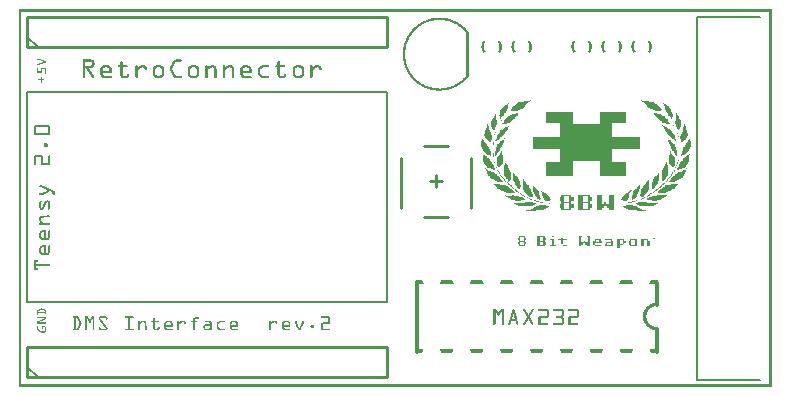
<source format=gto>
G04 MADE WITH FRITZING*
G04 WWW.FRITZING.ORG*
G04 DOUBLE SIDED*
G04 HOLES PLATED*
G04 CONTOUR ON CENTER OF CONTOUR VECTOR*
%ASAXBY*%
%FSLAX23Y23*%
%MOIN*%
%OFA0B0*%
%SFA1.0B1.0*%
%ADD10C,0.010000*%
%ADD11C,0.005000*%
%ADD12C,0.012000*%
%ADD13C,0.008000*%
%ADD14R,0.001000X0.001000*%
%LNSILK1*%
G90*
G70*
G54D10*
X1430Y568D02*
X1351Y568D01*
D02*
X1508Y765D02*
X1508Y598D01*
D02*
X1272Y765D02*
X1272Y598D01*
D02*
X1430Y805D02*
X1351Y805D01*
D02*
X1410Y686D02*
X1370Y686D01*
D02*
X1390Y667D02*
X1390Y706D01*
D02*
X27Y1133D02*
X1227Y1133D01*
D02*
X1227Y1133D02*
X1227Y1233D01*
D02*
X1227Y1233D02*
X27Y1233D01*
D02*
X27Y1233D02*
X27Y1133D01*
G54D11*
D02*
X62Y1133D02*
X27Y1168D01*
G54D10*
D02*
X27Y33D02*
X1227Y33D01*
D02*
X1227Y33D02*
X1227Y133D01*
D02*
X1227Y133D02*
X27Y133D01*
D02*
X27Y133D02*
X27Y33D01*
G54D11*
D02*
X62Y33D02*
X27Y68D01*
D02*
X27Y283D02*
X27Y983D01*
D02*
X27Y983D02*
X1227Y983D01*
D02*
X1227Y283D02*
X27Y283D01*
D02*
X1227Y983D02*
X1227Y283D01*
G54D12*
D02*
X1327Y118D02*
X1327Y348D01*
D02*
X2127Y118D02*
X2127Y193D01*
D02*
X2127Y348D02*
X2127Y273D01*
G54D13*
D02*
X2260Y1235D02*
X2471Y1235D01*
D02*
X2260Y23D02*
X2471Y23D01*
D02*
X2260Y1235D02*
X2260Y23D01*
G36*
X1704Y957D02*
X1704Y954D01*
X1706Y954D01*
X1706Y957D01*
X1704Y957D01*
G37*
D02*
G36*
X2074Y957D02*
X2074Y954D01*
X2077Y954D01*
X2077Y957D01*
X2074Y957D01*
G37*
D02*
G36*
X1683Y954D02*
X1683Y951D01*
X1670Y951D01*
X1670Y949D01*
X1665Y949D01*
X1665Y946D01*
X1660Y946D01*
X1660Y944D01*
X1657Y944D01*
X1657Y941D01*
X1652Y941D01*
X1652Y938D01*
X1649Y938D01*
X1649Y936D01*
X1647Y936D01*
X1647Y933D01*
X1644Y933D01*
X1644Y931D01*
X1642Y931D01*
X1642Y928D01*
X1639Y928D01*
X1639Y920D01*
X1662Y920D01*
X1662Y923D01*
X1670Y923D01*
X1670Y926D01*
X1675Y926D01*
X1675Y928D01*
X1680Y928D01*
X1680Y931D01*
X1683Y931D01*
X1683Y933D01*
X1686Y933D01*
X1686Y936D01*
X1688Y936D01*
X1688Y941D01*
X1691Y941D01*
X1691Y944D01*
X1693Y944D01*
X1693Y946D01*
X1696Y946D01*
X1696Y949D01*
X1699Y949D01*
X1699Y951D01*
X1704Y951D01*
X1704Y954D01*
X1683Y954D01*
G37*
D02*
G36*
X2077Y954D02*
X2077Y951D01*
X2082Y951D01*
X2082Y949D01*
X2085Y949D01*
X2085Y946D01*
X2087Y946D01*
X2087Y944D01*
X2090Y944D01*
X2090Y941D01*
X2092Y941D01*
X2092Y938D01*
X2095Y938D01*
X2095Y933D01*
X2098Y933D01*
X2098Y931D01*
X2103Y931D01*
X2103Y928D01*
X2105Y928D01*
X2105Y926D01*
X2113Y926D01*
X2113Y923D01*
X2121Y923D01*
X2121Y920D01*
X2139Y920D01*
X2139Y923D01*
X2142Y923D01*
X2142Y928D01*
X2139Y928D01*
X2139Y931D01*
X2137Y931D01*
X2137Y933D01*
X2134Y933D01*
X2134Y936D01*
X2131Y936D01*
X2131Y938D01*
X2129Y938D01*
X2129Y941D01*
X2126Y941D01*
X2126Y944D01*
X2121Y944D01*
X2121Y946D01*
X2116Y946D01*
X2116Y949D01*
X2111Y949D01*
X2111Y951D01*
X2100Y951D01*
X2100Y954D01*
X2077Y954D01*
G37*
D02*
G36*
X1631Y946D02*
X1631Y944D01*
X1634Y944D01*
X1634Y946D01*
X1631Y946D01*
G37*
D02*
G36*
X2147Y946D02*
X2147Y944D01*
X2150Y944D01*
X2150Y946D01*
X2147Y946D01*
G37*
D02*
G36*
X1626Y944D02*
X1626Y941D01*
X1621Y941D01*
X1621Y938D01*
X1618Y938D01*
X1618Y936D01*
X1616Y936D01*
X1616Y933D01*
X1613Y933D01*
X1613Y931D01*
X1610Y931D01*
X1610Y928D01*
X1608Y928D01*
X1608Y923D01*
X1605Y923D01*
X1605Y918D01*
X1603Y918D01*
X1603Y907D01*
X1600Y907D01*
X1600Y902D01*
X1603Y902D01*
X1603Y892D01*
X1605Y892D01*
X1605Y894D01*
X1608Y894D01*
X1608Y900D01*
X1610Y900D01*
X1610Y902D01*
X1613Y902D01*
X1613Y905D01*
X1616Y905D01*
X1616Y907D01*
X1618Y907D01*
X1618Y913D01*
X1621Y913D01*
X1621Y915D01*
X1623Y915D01*
X1623Y920D01*
X1626Y920D01*
X1626Y928D01*
X1629Y928D01*
X1629Y936D01*
X1631Y936D01*
X1631Y944D01*
X1626Y944D01*
G37*
D02*
G36*
X2150Y944D02*
X2150Y936D01*
X2152Y936D01*
X2152Y928D01*
X2155Y928D01*
X2155Y923D01*
X2157Y923D01*
X2157Y918D01*
X2160Y918D01*
X2160Y913D01*
X2162Y913D01*
X2162Y910D01*
X2165Y910D01*
X2165Y905D01*
X2168Y905D01*
X2168Y902D01*
X2170Y902D01*
X2170Y900D01*
X2173Y900D01*
X2173Y897D01*
X2175Y897D01*
X2175Y894D01*
X2178Y894D01*
X2178Y900D01*
X2181Y900D01*
X2181Y910D01*
X2178Y910D01*
X2178Y918D01*
X2175Y918D01*
X2175Y926D01*
X2173Y926D01*
X2173Y928D01*
X2170Y928D01*
X2170Y931D01*
X2168Y931D01*
X2168Y936D01*
X2165Y936D01*
X2165Y938D01*
X2160Y938D01*
X2160Y941D01*
X2157Y941D01*
X2157Y944D01*
X2150Y944D01*
G37*
D02*
G36*
X1758Y918D02*
X1758Y879D01*
X1805Y879D01*
X1805Y876D01*
X1846Y876D01*
X1846Y918D01*
X1758Y918D01*
G37*
D02*
G36*
X1937Y918D02*
X1937Y876D01*
X1978Y876D01*
X1978Y879D01*
X2025Y879D01*
X2025Y918D01*
X1937Y918D01*
G37*
D02*
G36*
X1805Y876D02*
X1805Y874D01*
X1978Y874D01*
X1978Y876D01*
X1805Y876D01*
G37*
D02*
G36*
X1805Y876D02*
X1805Y874D01*
X1978Y874D01*
X1978Y876D01*
X1805Y876D01*
G37*
D02*
G36*
X1805Y874D02*
X1805Y835D01*
X1714Y835D01*
X1714Y793D01*
X1805Y793D01*
X1805Y754D01*
X1937Y754D01*
X1937Y705D01*
X2025Y705D01*
X2025Y749D01*
X1978Y749D01*
X1978Y752D01*
X1976Y752D01*
X1976Y793D01*
X2069Y793D01*
X2069Y835D01*
X1978Y835D01*
X1978Y874D01*
X1805Y874D01*
G37*
D02*
G36*
X1805Y754D02*
X1805Y749D01*
X1758Y749D01*
X1758Y705D01*
X1846Y705D01*
X1846Y754D01*
X1805Y754D01*
G37*
D02*
G36*
X1657Y913D02*
X1657Y910D01*
X1642Y910D01*
X1642Y907D01*
X1636Y907D01*
X1636Y905D01*
X1631Y905D01*
X1631Y902D01*
X1629Y902D01*
X1629Y900D01*
X1626Y900D01*
X1626Y897D01*
X1623Y897D01*
X1623Y894D01*
X1621Y894D01*
X1621Y889D01*
X1618Y889D01*
X1618Y887D01*
X1616Y887D01*
X1616Y881D01*
X1613Y881D01*
X1613Y879D01*
X1610Y879D01*
X1610Y876D01*
X1626Y876D01*
X1626Y879D01*
X1631Y879D01*
X1631Y881D01*
X1636Y881D01*
X1636Y884D01*
X1639Y884D01*
X1639Y887D01*
X1644Y887D01*
X1644Y889D01*
X1647Y889D01*
X1647Y892D01*
X1649Y892D01*
X1649Y894D01*
X1652Y894D01*
X1652Y897D01*
X1654Y897D01*
X1654Y900D01*
X1657Y900D01*
X1657Y902D01*
X1660Y902D01*
X1660Y905D01*
X1662Y905D01*
X1662Y910D01*
X1665Y910D01*
X1665Y913D01*
X1657Y913D01*
G37*
D02*
G36*
X2116Y913D02*
X2116Y910D01*
X2118Y910D01*
X2118Y907D01*
X2121Y907D01*
X2121Y902D01*
X2124Y902D01*
X2124Y900D01*
X2126Y900D01*
X2126Y897D01*
X2129Y897D01*
X2129Y894D01*
X2131Y894D01*
X2131Y892D01*
X2134Y892D01*
X2134Y889D01*
X2137Y889D01*
X2137Y887D01*
X2142Y887D01*
X2142Y884D01*
X2144Y884D01*
X2144Y881D01*
X2150Y881D01*
X2150Y879D01*
X2157Y879D01*
X2157Y876D01*
X2170Y876D01*
X2170Y879D01*
X2168Y879D01*
X2168Y884D01*
X2165Y884D01*
X2165Y887D01*
X2162Y887D01*
X2162Y892D01*
X2160Y892D01*
X2160Y894D01*
X2157Y894D01*
X2157Y897D01*
X2155Y897D01*
X2155Y900D01*
X2152Y900D01*
X2152Y902D01*
X2150Y902D01*
X2150Y905D01*
X2144Y905D01*
X2144Y907D01*
X2139Y907D01*
X2139Y910D01*
X2126Y910D01*
X2126Y913D01*
X2116Y913D01*
G37*
D02*
G36*
X2191Y913D02*
X2191Y887D01*
X2188Y887D01*
X2188Y876D01*
X2191Y876D01*
X2191Y866D01*
X2194Y866D01*
X2194Y861D01*
X2196Y861D01*
X2196Y856D01*
X2199Y856D01*
X2199Y858D01*
X2201Y858D01*
X2201Y861D01*
X2204Y861D01*
X2204Y866D01*
X2207Y866D01*
X2207Y889D01*
X2204Y889D01*
X2204Y894D01*
X2201Y894D01*
X2201Y897D01*
X2199Y897D01*
X2199Y902D01*
X2196Y902D01*
X2196Y907D01*
X2194Y907D01*
X2194Y913D01*
X2191Y913D01*
G37*
D02*
G36*
X1587Y910D02*
X1587Y905D01*
X1585Y905D01*
X1585Y902D01*
X1582Y902D01*
X1582Y897D01*
X1579Y897D01*
X1579Y894D01*
X1577Y894D01*
X1577Y887D01*
X1574Y887D01*
X1574Y866D01*
X1577Y866D01*
X1577Y861D01*
X1579Y861D01*
X1579Y858D01*
X1582Y858D01*
X1582Y856D01*
X1585Y856D01*
X1585Y858D01*
X1587Y858D01*
X1587Y866D01*
X1590Y866D01*
X1590Y874D01*
X1592Y874D01*
X1592Y889D01*
X1590Y889D01*
X1590Y910D01*
X1587Y910D01*
G37*
D02*
G36*
X1608Y889D02*
X1608Y887D01*
X1610Y887D01*
X1610Y889D01*
X1608Y889D01*
G37*
D02*
G36*
X1561Y876D02*
X1561Y868D01*
X1559Y868D01*
X1559Y863D01*
X1556Y863D01*
X1556Y856D01*
X1553Y856D01*
X1553Y845D01*
X1551Y845D01*
X1551Y837D01*
X1553Y837D01*
X1553Y830D01*
X1556Y830D01*
X1556Y827D01*
X1559Y827D01*
X1559Y824D01*
X1561Y824D01*
X1561Y822D01*
X1564Y822D01*
X1564Y819D01*
X1566Y819D01*
X1566Y817D01*
X1574Y817D01*
X1574Y824D01*
X1577Y824D01*
X1577Y840D01*
X1574Y840D01*
X1574Y845D01*
X1572Y845D01*
X1572Y850D01*
X1569Y850D01*
X1569Y856D01*
X1566Y856D01*
X1566Y871D01*
X1564Y871D01*
X1564Y876D01*
X1561Y876D01*
G37*
D02*
G36*
X2217Y876D02*
X2217Y868D01*
X2214Y868D01*
X2214Y856D01*
X2212Y856D01*
X2212Y850D01*
X2209Y850D01*
X2209Y845D01*
X2207Y845D01*
X2207Y837D01*
X2204Y837D01*
X2204Y827D01*
X2207Y827D01*
X2207Y817D01*
X2214Y817D01*
X2214Y819D01*
X2217Y819D01*
X2217Y822D01*
X2219Y822D01*
X2219Y824D01*
X2222Y824D01*
X2222Y827D01*
X2225Y827D01*
X2225Y830D01*
X2227Y830D01*
X2227Y837D01*
X2230Y837D01*
X2230Y848D01*
X2227Y848D01*
X2227Y858D01*
X2225Y858D01*
X2225Y863D01*
X2222Y863D01*
X2222Y871D01*
X2219Y871D01*
X2219Y876D01*
X2217Y876D01*
G37*
D02*
G36*
X2144Y874D02*
X2144Y871D01*
X2147Y871D01*
X2147Y874D01*
X2144Y874D01*
G37*
D02*
G36*
X2181Y874D02*
X2181Y871D01*
X2183Y871D01*
X2183Y874D01*
X2181Y874D01*
G37*
D02*
G36*
X1631Y871D02*
X1631Y868D01*
X1626Y868D01*
X1626Y866D01*
X1621Y866D01*
X1621Y863D01*
X1616Y863D01*
X1616Y861D01*
X1613Y861D01*
X1613Y858D01*
X1608Y858D01*
X1608Y856D01*
X1605Y856D01*
X1605Y853D01*
X1603Y853D01*
X1603Y848D01*
X1600Y848D01*
X1600Y845D01*
X1597Y845D01*
X1597Y840D01*
X1595Y840D01*
X1595Y832D01*
X1592Y832D01*
X1592Y827D01*
X1590Y827D01*
X1590Y822D01*
X1587Y822D01*
X1587Y819D01*
X1592Y819D01*
X1592Y822D01*
X1595Y822D01*
X1595Y824D01*
X1600Y824D01*
X1600Y827D01*
X1603Y827D01*
X1603Y830D01*
X1605Y830D01*
X1605Y832D01*
X1608Y832D01*
X1608Y835D01*
X1610Y835D01*
X1610Y837D01*
X1613Y837D01*
X1613Y840D01*
X1616Y840D01*
X1616Y843D01*
X1618Y843D01*
X1618Y845D01*
X1621Y845D01*
X1621Y850D01*
X1623Y850D01*
X1623Y853D01*
X1626Y853D01*
X1626Y856D01*
X1629Y856D01*
X1629Y861D01*
X1631Y861D01*
X1631Y866D01*
X1634Y866D01*
X1634Y871D01*
X1631Y871D01*
G37*
D02*
G36*
X2147Y871D02*
X2147Y866D01*
X2150Y866D01*
X2150Y861D01*
X2152Y861D01*
X2152Y858D01*
X2155Y858D01*
X2155Y853D01*
X2157Y853D01*
X2157Y850D01*
X2160Y850D01*
X2160Y845D01*
X2162Y845D01*
X2162Y843D01*
X2165Y843D01*
X2165Y840D01*
X2168Y840D01*
X2168Y837D01*
X2170Y837D01*
X2170Y835D01*
X2173Y835D01*
X2173Y832D01*
X2175Y832D01*
X2175Y830D01*
X2178Y830D01*
X2178Y827D01*
X2183Y827D01*
X2183Y824D01*
X2186Y824D01*
X2186Y822D01*
X2188Y822D01*
X2188Y819D01*
X2191Y819D01*
X2191Y827D01*
X2188Y827D01*
X2188Y835D01*
X2186Y835D01*
X2186Y840D01*
X2183Y840D01*
X2183Y845D01*
X2181Y845D01*
X2181Y848D01*
X2178Y848D01*
X2178Y853D01*
X2175Y853D01*
X2175Y856D01*
X2173Y856D01*
X2173Y858D01*
X2170Y858D01*
X2170Y861D01*
X2165Y861D01*
X2165Y863D01*
X2160Y863D01*
X2160Y866D01*
X2157Y866D01*
X2157Y868D01*
X2152Y868D01*
X2152Y871D01*
X2147Y871D01*
G37*
D02*
G36*
X2186Y863D02*
X2186Y861D01*
X2188Y861D01*
X2188Y863D01*
X2186Y863D01*
G37*
D02*
G36*
X2188Y858D02*
X2188Y856D01*
X2191Y856D01*
X2191Y858D01*
X2188Y858D01*
G37*
D02*
G36*
X1587Y850D02*
X1587Y848D01*
X1590Y848D01*
X1590Y850D01*
X1587Y850D01*
G37*
D02*
G36*
X2194Y848D02*
X2194Y843D01*
X2196Y843D01*
X2196Y848D01*
X2194Y848D01*
G37*
D02*
G36*
X1585Y845D02*
X1585Y840D01*
X1587Y840D01*
X1587Y845D01*
X1585Y845D01*
G37*
D02*
G36*
X2196Y837D02*
X2196Y832D01*
X2199Y832D01*
X2199Y837D01*
X2196Y837D01*
G37*
D02*
G36*
X1582Y835D02*
X1582Y830D01*
X1585Y830D01*
X1585Y835D01*
X1582Y835D01*
G37*
D02*
G36*
X1618Y830D02*
X1618Y827D01*
X1621Y827D01*
X1621Y830D01*
X1618Y830D01*
G37*
D02*
G36*
X1543Y827D02*
X1543Y819D01*
X1540Y819D01*
X1540Y801D01*
X1543Y801D01*
X1543Y793D01*
X1546Y793D01*
X1546Y788D01*
X1548Y788D01*
X1548Y786D01*
X1551Y786D01*
X1551Y783D01*
X1553Y783D01*
X1553Y780D01*
X1556Y780D01*
X1556Y778D01*
X1561Y778D01*
X1561Y775D01*
X1564Y775D01*
X1564Y773D01*
X1569Y773D01*
X1569Y770D01*
X1574Y770D01*
X1574Y778D01*
X1572Y778D01*
X1572Y786D01*
X1569Y786D01*
X1569Y793D01*
X1566Y793D01*
X1566Y799D01*
X1564Y799D01*
X1564Y804D01*
X1561Y804D01*
X1561Y806D01*
X1559Y806D01*
X1559Y811D01*
X1556Y811D01*
X1556Y814D01*
X1553Y814D01*
X1553Y817D01*
X1551Y817D01*
X1551Y822D01*
X1548Y822D01*
X1548Y824D01*
X1546Y824D01*
X1546Y827D01*
X1543Y827D01*
G37*
D02*
G36*
X1616Y827D02*
X1616Y824D01*
X1613Y824D01*
X1613Y822D01*
X1610Y822D01*
X1610Y819D01*
X1605Y819D01*
X1605Y817D01*
X1603Y817D01*
X1603Y814D01*
X1600Y814D01*
X1600Y811D01*
X1597Y811D01*
X1597Y809D01*
X1595Y809D01*
X1595Y804D01*
X1592Y804D01*
X1592Y799D01*
X1590Y799D01*
X1590Y788D01*
X1587Y788D01*
X1587Y770D01*
X1590Y770D01*
X1590Y773D01*
X1592Y773D01*
X1592Y775D01*
X1595Y775D01*
X1595Y780D01*
X1597Y780D01*
X1597Y783D01*
X1600Y783D01*
X1600Y788D01*
X1603Y788D01*
X1603Y793D01*
X1605Y793D01*
X1605Y796D01*
X1608Y796D01*
X1608Y801D01*
X1610Y801D01*
X1610Y806D01*
X1613Y806D01*
X1613Y814D01*
X1616Y814D01*
X1616Y822D01*
X1618Y822D01*
X1618Y827D01*
X1616Y827D01*
G37*
D02*
G36*
X2162Y827D02*
X2162Y824D01*
X2165Y824D01*
X2165Y827D01*
X2162Y827D01*
G37*
D02*
G36*
X2235Y827D02*
X2235Y824D01*
X2232Y824D01*
X2232Y822D01*
X2230Y822D01*
X2230Y817D01*
X2227Y817D01*
X2227Y814D01*
X2225Y814D01*
X2225Y811D01*
X2222Y811D01*
X2222Y806D01*
X2219Y806D01*
X2219Y801D01*
X2217Y801D01*
X2217Y799D01*
X2214Y799D01*
X2214Y791D01*
X2212Y791D01*
X2212Y786D01*
X2209Y786D01*
X2209Y778D01*
X2207Y778D01*
X2207Y770D01*
X2209Y770D01*
X2209Y773D01*
X2217Y773D01*
X2217Y775D01*
X2219Y775D01*
X2219Y778D01*
X2225Y778D01*
X2225Y780D01*
X2227Y780D01*
X2227Y783D01*
X2230Y783D01*
X2230Y786D01*
X2232Y786D01*
X2232Y788D01*
X2235Y788D01*
X2235Y793D01*
X2238Y793D01*
X2238Y801D01*
X2240Y801D01*
X2240Y809D01*
X2243Y809D01*
X2243Y811D01*
X2240Y811D01*
X2240Y819D01*
X2238Y819D01*
X2238Y827D01*
X2235Y827D01*
G37*
D02*
G36*
X2165Y824D02*
X2165Y817D01*
X2168Y817D01*
X2168Y809D01*
X2170Y809D01*
X2170Y804D01*
X2173Y804D01*
X2173Y799D01*
X2175Y799D01*
X2175Y793D01*
X2178Y793D01*
X2178Y788D01*
X2181Y788D01*
X2181Y786D01*
X2183Y786D01*
X2183Y780D01*
X2186Y780D01*
X2186Y778D01*
X2188Y778D01*
X2188Y773D01*
X2191Y773D01*
X2191Y770D01*
X2194Y770D01*
X2194Y791D01*
X2191Y791D01*
X2191Y799D01*
X2188Y799D01*
X2188Y804D01*
X2186Y804D01*
X2186Y809D01*
X2183Y809D01*
X2183Y811D01*
X2181Y811D01*
X2181Y814D01*
X2178Y814D01*
X2178Y817D01*
X2175Y817D01*
X2175Y819D01*
X2173Y819D01*
X2173Y822D01*
X2168Y822D01*
X2168Y824D01*
X2165Y824D01*
G37*
D02*
G36*
X1579Y817D02*
X1579Y806D01*
X1582Y806D01*
X1582Y817D01*
X1579Y817D01*
G37*
D02*
G36*
X2199Y817D02*
X2199Y814D01*
X2201Y814D01*
X2201Y817D01*
X2199Y817D01*
G37*
D02*
G36*
X1608Y786D02*
X1608Y780D01*
X1605Y780D01*
X1605Y778D01*
X1603Y778D01*
X1603Y775D01*
X1600Y775D01*
X1600Y770D01*
X1597Y770D01*
X1597Y767D01*
X1595Y767D01*
X1595Y760D01*
X1592Y760D01*
X1592Y747D01*
X1595Y747D01*
X1595Y736D01*
X1597Y736D01*
X1597Y734D01*
X1603Y734D01*
X1603Y736D01*
X1608Y736D01*
X1608Y739D01*
X1610Y739D01*
X1610Y744D01*
X1613Y744D01*
X1613Y773D01*
X1610Y773D01*
X1610Y786D01*
X1608Y786D01*
G37*
D02*
G36*
X2170Y786D02*
X2170Y773D01*
X2168Y773D01*
X2168Y744D01*
X2170Y744D01*
X2170Y739D01*
X2175Y739D01*
X2175Y736D01*
X2178Y736D01*
X2178Y734D01*
X2183Y734D01*
X2183Y736D01*
X2186Y736D01*
X2186Y744D01*
X2188Y744D01*
X2188Y760D01*
X2186Y760D01*
X2186Y767D01*
X2183Y767D01*
X2183Y770D01*
X2181Y770D01*
X2181Y775D01*
X2178Y775D01*
X2178Y778D01*
X2175Y778D01*
X2175Y783D01*
X2173Y783D01*
X2173Y786D01*
X2170Y786D01*
G37*
D02*
G36*
X1579Y780D02*
X1579Y767D01*
X1582Y767D01*
X1582Y780D01*
X1579Y780D01*
G37*
D02*
G36*
X1546Y778D02*
X1546Y760D01*
X1548Y760D01*
X1548Y749D01*
X1551Y749D01*
X1551Y744D01*
X1553Y744D01*
X1553Y739D01*
X1556Y739D01*
X1556Y736D01*
X1559Y736D01*
X1559Y734D01*
X1561Y734D01*
X1561Y731D01*
X1566Y731D01*
X1566Y729D01*
X1572Y729D01*
X1572Y726D01*
X1579Y726D01*
X1579Y723D01*
X1587Y723D01*
X1587Y729D01*
X1585Y729D01*
X1585Y734D01*
X1582Y734D01*
X1582Y739D01*
X1579Y739D01*
X1579Y744D01*
X1577Y744D01*
X1577Y749D01*
X1574Y749D01*
X1574Y752D01*
X1572Y752D01*
X1572Y754D01*
X1569Y754D01*
X1569Y760D01*
X1566Y760D01*
X1566Y762D01*
X1564Y762D01*
X1564Y765D01*
X1561Y765D01*
X1561Y767D01*
X1559Y767D01*
X1559Y770D01*
X1553Y770D01*
X1553Y773D01*
X1551Y773D01*
X1551Y775D01*
X1548Y775D01*
X1548Y778D01*
X1546Y778D01*
G37*
D02*
G36*
X2232Y778D02*
X2232Y775D01*
X2230Y775D01*
X2230Y773D01*
X2227Y773D01*
X2227Y770D01*
X2222Y770D01*
X2222Y767D01*
X2219Y767D01*
X2219Y765D01*
X2217Y765D01*
X2217Y762D01*
X2214Y762D01*
X2214Y760D01*
X2212Y760D01*
X2212Y754D01*
X2209Y754D01*
X2209Y752D01*
X2207Y752D01*
X2207Y749D01*
X2204Y749D01*
X2204Y744D01*
X2201Y744D01*
X2201Y739D01*
X2199Y739D01*
X2199Y734D01*
X2196Y734D01*
X2196Y729D01*
X2194Y729D01*
X2194Y723D01*
X2201Y723D01*
X2201Y726D01*
X2209Y726D01*
X2209Y729D01*
X2214Y729D01*
X2214Y731D01*
X2219Y731D01*
X2219Y734D01*
X2222Y734D01*
X2222Y736D01*
X2225Y736D01*
X2225Y739D01*
X2227Y739D01*
X2227Y744D01*
X2230Y744D01*
X2230Y749D01*
X2232Y749D01*
X2232Y760D01*
X2235Y760D01*
X2235Y775D01*
X2238Y775D01*
X2238Y778D01*
X2232Y778D01*
G37*
D02*
G36*
X2199Y770D02*
X2199Y765D01*
X2201Y765D01*
X2201Y770D01*
X2199Y770D01*
G37*
D02*
G36*
X1582Y760D02*
X1582Y754D01*
X1585Y754D01*
X1585Y760D01*
X1582Y760D01*
G37*
D02*
G36*
X2196Y757D02*
X2196Y754D01*
X2199Y754D01*
X2199Y757D01*
X2196Y757D01*
G37*
D02*
G36*
X1585Y749D02*
X1585Y747D01*
X1587Y747D01*
X1587Y749D01*
X1585Y749D01*
G37*
D02*
G36*
X2157Y749D02*
X2157Y744D01*
X2155Y744D01*
X2155Y739D01*
X2152Y739D01*
X2152Y736D01*
X2150Y736D01*
X2150Y731D01*
X2147Y731D01*
X2147Y723D01*
X2144Y723D01*
X2144Y713D01*
X2142Y713D01*
X2142Y692D01*
X2144Y692D01*
X2144Y687D01*
X2150Y687D01*
X2150Y690D01*
X2152Y690D01*
X2152Y692D01*
X2155Y692D01*
X2155Y695D01*
X2157Y695D01*
X2157Y700D01*
X2160Y700D01*
X2160Y703D01*
X2162Y703D01*
X2162Y710D01*
X2165Y710D01*
X2165Y734D01*
X2162Y734D01*
X2162Y741D01*
X2160Y741D01*
X2160Y749D01*
X2157Y749D01*
G37*
D02*
G36*
X2194Y749D02*
X2194Y744D01*
X2196Y744D01*
X2196Y749D01*
X2194Y749D01*
G37*
D02*
G36*
X1621Y747D02*
X1621Y741D01*
X1618Y741D01*
X1618Y734D01*
X1616Y734D01*
X1616Y710D01*
X1618Y710D01*
X1618Y705D01*
X1621Y705D01*
X1621Y700D01*
X1623Y700D01*
X1623Y695D01*
X1626Y695D01*
X1626Y692D01*
X1629Y692D01*
X1629Y690D01*
X1631Y690D01*
X1631Y684D01*
X1634Y684D01*
X1634Y687D01*
X1636Y687D01*
X1636Y690D01*
X1639Y690D01*
X1639Y716D01*
X1636Y716D01*
X1636Y723D01*
X1634Y723D01*
X1634Y731D01*
X1631Y731D01*
X1631Y736D01*
X1629Y736D01*
X1629Y739D01*
X1626Y739D01*
X1626Y744D01*
X1623Y744D01*
X1623Y747D01*
X1621Y747D01*
G37*
D02*
G36*
X1587Y741D02*
X1587Y739D01*
X1590Y739D01*
X1590Y741D01*
X1587Y741D01*
G37*
D02*
G36*
X2191Y741D02*
X2191Y736D01*
X2194Y736D01*
X2194Y741D01*
X2191Y741D01*
G37*
D02*
G36*
X1590Y734D02*
X1590Y731D01*
X1592Y731D01*
X1592Y734D01*
X1590Y734D01*
G37*
D02*
G36*
X2188Y734D02*
X2188Y731D01*
X2191Y731D01*
X2191Y734D01*
X2188Y734D01*
G37*
D02*
G36*
X1553Y729D02*
X1553Y726D01*
X1556Y726D01*
X1556Y729D01*
X1553Y729D01*
G37*
D02*
G36*
X1592Y729D02*
X1592Y726D01*
X1595Y726D01*
X1595Y729D01*
X1592Y729D01*
G37*
D02*
G36*
X2186Y729D02*
X2186Y726D01*
X2188Y726D01*
X2188Y729D01*
X2186Y729D01*
G37*
D02*
G36*
X2225Y729D02*
X2225Y726D01*
X2227Y726D01*
X2227Y729D01*
X2225Y729D01*
G37*
D02*
G36*
X1556Y726D02*
X1556Y721D01*
X1559Y721D01*
X1559Y716D01*
X1561Y716D01*
X1561Y710D01*
X1564Y710D01*
X1564Y705D01*
X1566Y705D01*
X1566Y703D01*
X1569Y703D01*
X1569Y697D01*
X1574Y697D01*
X1574Y695D01*
X1577Y695D01*
X1577Y692D01*
X1582Y692D01*
X1582Y690D01*
X1587Y690D01*
X1587Y687D01*
X1592Y687D01*
X1592Y684D01*
X1600Y684D01*
X1600Y682D01*
X1613Y682D01*
X1613Y687D01*
X1610Y687D01*
X1610Y690D01*
X1608Y690D01*
X1608Y692D01*
X1605Y692D01*
X1605Y697D01*
X1603Y697D01*
X1603Y700D01*
X1600Y700D01*
X1600Y703D01*
X1597Y703D01*
X1597Y705D01*
X1595Y705D01*
X1595Y708D01*
X1592Y708D01*
X1592Y710D01*
X1587Y710D01*
X1587Y713D01*
X1582Y713D01*
X1582Y716D01*
X1577Y716D01*
X1577Y718D01*
X1572Y718D01*
X1572Y721D01*
X1564Y721D01*
X1564Y723D01*
X1559Y723D01*
X1559Y726D01*
X1556Y726D01*
G37*
D02*
G36*
X2222Y726D02*
X2222Y723D01*
X2214Y723D01*
X2214Y721D01*
X2209Y721D01*
X2209Y718D01*
X2204Y718D01*
X2204Y716D01*
X2196Y716D01*
X2196Y713D01*
X2194Y713D01*
X2194Y710D01*
X2188Y710D01*
X2188Y708D01*
X2186Y708D01*
X2186Y705D01*
X2183Y705D01*
X2183Y703D01*
X2181Y703D01*
X2181Y700D01*
X2178Y700D01*
X2178Y697D01*
X2175Y697D01*
X2175Y692D01*
X2173Y692D01*
X2173Y690D01*
X2170Y690D01*
X2170Y687D01*
X2168Y687D01*
X2168Y682D01*
X2178Y682D01*
X2178Y684D01*
X2188Y684D01*
X2188Y687D01*
X2194Y687D01*
X2194Y690D01*
X2199Y690D01*
X2199Y692D01*
X2204Y692D01*
X2204Y695D01*
X2207Y695D01*
X2207Y697D01*
X2212Y697D01*
X2212Y703D01*
X2214Y703D01*
X2214Y705D01*
X2217Y705D01*
X2217Y710D01*
X2219Y710D01*
X2219Y716D01*
X2222Y716D01*
X2222Y721D01*
X2225Y721D01*
X2225Y726D01*
X2222Y726D01*
G37*
D02*
G36*
X1595Y723D02*
X1595Y721D01*
X1597Y721D01*
X1597Y723D01*
X1595Y723D01*
G37*
D02*
G36*
X2183Y723D02*
X2183Y718D01*
X2186Y718D01*
X2186Y723D01*
X2183Y723D01*
G37*
D02*
G36*
X1597Y721D02*
X1597Y716D01*
X1600Y716D01*
X1600Y721D01*
X1597Y721D01*
G37*
D02*
G36*
X2134Y718D02*
X2134Y716D01*
X2137Y716D01*
X2137Y718D01*
X2134Y718D01*
G37*
D02*
G36*
X2181Y718D02*
X2181Y716D01*
X2183Y716D01*
X2183Y718D01*
X2181Y718D01*
G37*
D02*
G36*
X1600Y716D02*
X1600Y710D01*
X1603Y710D01*
X1603Y716D01*
X1600Y716D01*
G37*
D02*
G36*
X2178Y716D02*
X2178Y710D01*
X2181Y710D01*
X2181Y716D01*
X2178Y716D01*
G37*
D02*
G36*
X1647Y713D02*
X1647Y687D01*
X1649Y687D01*
X1649Y682D01*
X1652Y682D01*
X1652Y677D01*
X1654Y677D01*
X1654Y672D01*
X1657Y672D01*
X1657Y669D01*
X1660Y669D01*
X1660Y664D01*
X1662Y664D01*
X1662Y661D01*
X1665Y661D01*
X1665Y659D01*
X1670Y659D01*
X1670Y666D01*
X1673Y666D01*
X1673Y672D01*
X1670Y672D01*
X1670Y687D01*
X1667Y687D01*
X1667Y692D01*
X1665Y692D01*
X1665Y697D01*
X1662Y697D01*
X1662Y700D01*
X1660Y700D01*
X1660Y703D01*
X1657Y703D01*
X1657Y705D01*
X1654Y705D01*
X1654Y708D01*
X1652Y708D01*
X1652Y710D01*
X1649Y710D01*
X1649Y713D01*
X1647Y713D01*
G37*
D02*
G36*
X2131Y713D02*
X2131Y710D01*
X2129Y710D01*
X2129Y708D01*
X2126Y708D01*
X2126Y705D01*
X2124Y705D01*
X2124Y703D01*
X2121Y703D01*
X2121Y700D01*
X2118Y700D01*
X2118Y697D01*
X2116Y697D01*
X2116Y692D01*
X2113Y692D01*
X2113Y684D01*
X2111Y684D01*
X2111Y659D01*
X2116Y659D01*
X2116Y661D01*
X2118Y661D01*
X2118Y664D01*
X2121Y664D01*
X2121Y669D01*
X2124Y669D01*
X2124Y672D01*
X2126Y672D01*
X2126Y677D01*
X2129Y677D01*
X2129Y682D01*
X2131Y682D01*
X2131Y687D01*
X2134Y687D01*
X2134Y713D01*
X2131Y713D01*
G37*
D02*
G36*
X1603Y710D02*
X1603Y705D01*
X1605Y705D01*
X1605Y703D01*
X1608Y703D01*
X1608Y708D01*
X1605Y708D01*
X1605Y710D01*
X1603Y710D01*
G37*
D02*
G36*
X2175Y710D02*
X2175Y708D01*
X2173Y708D01*
X2173Y703D01*
X2175Y703D01*
X2175Y705D01*
X2178Y705D01*
X2178Y710D01*
X2175Y710D01*
G37*
D02*
G36*
X1608Y703D02*
X1608Y700D01*
X1610Y700D01*
X1610Y703D01*
X1608Y703D01*
G37*
D02*
G36*
X2170Y703D02*
X2170Y700D01*
X2173Y700D01*
X2173Y703D01*
X2170Y703D01*
G37*
D02*
G36*
X1610Y700D02*
X1610Y697D01*
X1613Y697D01*
X1613Y700D01*
X1610Y700D01*
G37*
D02*
G36*
X2168Y700D02*
X2168Y697D01*
X2170Y697D01*
X2170Y700D01*
X2168Y700D01*
G37*
D02*
G36*
X1613Y697D02*
X1613Y692D01*
X1616Y692D01*
X1616Y690D01*
X1618Y690D01*
X1618Y687D01*
X1621Y687D01*
X1621Y692D01*
X1618Y692D01*
X1618Y695D01*
X1616Y695D01*
X1616Y697D01*
X1613Y697D01*
G37*
D02*
G36*
X2165Y697D02*
X2165Y695D01*
X2162Y695D01*
X2162Y692D01*
X2160Y692D01*
X2160Y687D01*
X2162Y687D01*
X2162Y690D01*
X2165Y690D01*
X2165Y692D01*
X2168Y692D01*
X2168Y697D01*
X2165Y697D01*
G37*
D02*
G36*
X1680Y692D02*
X1680Y656D01*
X1683Y656D01*
X1683Y651D01*
X1686Y651D01*
X1686Y648D01*
X1688Y648D01*
X1688Y646D01*
X1691Y646D01*
X1691Y643D01*
X1693Y643D01*
X1693Y640D01*
X1696Y640D01*
X1696Y638D01*
X1699Y638D01*
X1699Y635D01*
X1712Y635D01*
X1712Y643D01*
X1709Y643D01*
X1709Y651D01*
X1706Y651D01*
X1706Y659D01*
X1704Y659D01*
X1704Y664D01*
X1701Y664D01*
X1701Y669D01*
X1699Y669D01*
X1699Y672D01*
X1696Y672D01*
X1696Y674D01*
X1693Y674D01*
X1693Y677D01*
X1691Y677D01*
X1691Y682D01*
X1688Y682D01*
X1688Y684D01*
X1686Y684D01*
X1686Y687D01*
X1683Y687D01*
X1683Y692D01*
X1680Y692D01*
G37*
D02*
G36*
X2098Y690D02*
X2098Y687D01*
X2095Y687D01*
X2095Y684D01*
X2092Y684D01*
X2092Y682D01*
X2090Y682D01*
X2090Y677D01*
X2087Y677D01*
X2087Y674D01*
X2085Y674D01*
X2085Y672D01*
X2082Y672D01*
X2082Y669D01*
X2080Y669D01*
X2080Y664D01*
X2077Y664D01*
X2077Y659D01*
X2074Y659D01*
X2074Y651D01*
X2072Y651D01*
X2072Y643D01*
X2069Y643D01*
X2069Y638D01*
X2072Y638D01*
X2072Y635D01*
X2082Y635D01*
X2082Y638D01*
X2085Y638D01*
X2085Y640D01*
X2087Y640D01*
X2087Y643D01*
X2090Y643D01*
X2090Y646D01*
X2092Y646D01*
X2092Y648D01*
X2095Y648D01*
X2095Y651D01*
X2098Y651D01*
X2098Y656D01*
X2100Y656D01*
X2100Y690D01*
X2098Y690D01*
G37*
D02*
G36*
X1621Y687D02*
X1621Y684D01*
X1623Y684D01*
X1623Y687D01*
X1621Y687D01*
G37*
D02*
G36*
X2157Y687D02*
X2157Y684D01*
X2160Y684D01*
X2160Y687D01*
X2157Y687D01*
G37*
D02*
G36*
X1623Y684D02*
X1623Y682D01*
X1626Y682D01*
X1626Y684D01*
X1623Y684D01*
G37*
D02*
G36*
X2155Y684D02*
X2155Y682D01*
X2157Y682D01*
X2157Y684D01*
X2155Y684D01*
G37*
D02*
G36*
X1626Y682D02*
X1626Y679D01*
X1629Y679D01*
X1629Y682D01*
X1626Y682D01*
G37*
D02*
G36*
X2152Y682D02*
X2152Y679D01*
X2155Y679D01*
X2155Y682D01*
X2152Y682D01*
G37*
D02*
G36*
X1629Y679D02*
X1629Y677D01*
X1631Y677D01*
X1631Y674D01*
X1634Y674D01*
X1634Y672D01*
X1636Y672D01*
X1636Y669D01*
X1639Y669D01*
X1639Y666D01*
X1642Y666D01*
X1642Y664D01*
X1647Y664D01*
X1647Y666D01*
X1644Y666D01*
X1644Y669D01*
X1642Y669D01*
X1642Y672D01*
X1639Y672D01*
X1639Y674D01*
X1636Y674D01*
X1636Y677D01*
X1634Y677D01*
X1634Y679D01*
X1629Y679D01*
G37*
D02*
G36*
X2147Y679D02*
X2147Y677D01*
X2144Y677D01*
X2144Y674D01*
X2142Y674D01*
X2142Y672D01*
X2139Y672D01*
X2139Y669D01*
X2137Y669D01*
X2137Y666D01*
X2134Y666D01*
X2134Y664D01*
X2139Y664D01*
X2139Y666D01*
X2142Y666D01*
X2142Y669D01*
X2144Y669D01*
X2144Y672D01*
X2147Y672D01*
X2147Y674D01*
X2150Y674D01*
X2150Y677D01*
X2152Y677D01*
X2152Y679D01*
X2147Y679D01*
G37*
D02*
G36*
X1585Y677D02*
X1585Y674D01*
X1587Y674D01*
X1587Y669D01*
X1590Y669D01*
X1590Y666D01*
X1592Y666D01*
X1592Y664D01*
X1595Y664D01*
X1595Y661D01*
X1597Y661D01*
X1597Y659D01*
X1603Y659D01*
X1603Y656D01*
X1608Y656D01*
X1608Y653D01*
X1616Y653D01*
X1616Y651D01*
X1623Y651D01*
X1623Y648D01*
X1631Y648D01*
X1631Y646D01*
X1652Y646D01*
X1652Y651D01*
X1649Y651D01*
X1649Y653D01*
X1647Y653D01*
X1647Y656D01*
X1644Y656D01*
X1644Y659D01*
X1639Y659D01*
X1639Y661D01*
X1636Y661D01*
X1636Y664D01*
X1634Y664D01*
X1634Y666D01*
X1629Y666D01*
X1629Y669D01*
X1623Y669D01*
X1623Y672D01*
X1618Y672D01*
X1618Y674D01*
X1603Y674D01*
X1603Y677D01*
X1585Y677D01*
G37*
D02*
G36*
X2175Y677D02*
X2175Y674D01*
X2162Y674D01*
X2162Y672D01*
X2155Y672D01*
X2155Y669D01*
X2152Y669D01*
X2152Y666D01*
X2147Y666D01*
X2147Y664D01*
X2144Y664D01*
X2144Y661D01*
X2139Y661D01*
X2139Y659D01*
X2137Y659D01*
X2137Y656D01*
X2134Y656D01*
X2134Y653D01*
X2131Y653D01*
X2131Y651D01*
X2129Y651D01*
X2129Y646D01*
X2147Y646D01*
X2147Y648D01*
X2157Y648D01*
X2157Y651D01*
X2165Y651D01*
X2165Y653D01*
X2173Y653D01*
X2173Y656D01*
X2178Y656D01*
X2178Y659D01*
X2183Y659D01*
X2183Y661D01*
X2186Y661D01*
X2186Y664D01*
X2188Y664D01*
X2188Y666D01*
X2191Y666D01*
X2191Y669D01*
X2194Y669D01*
X2194Y674D01*
X2196Y674D01*
X2196Y677D01*
X2175Y677D01*
G37*
D02*
G36*
X2069Y674D02*
X2069Y672D01*
X2072Y672D01*
X2072Y674D01*
X2069Y674D01*
G37*
D02*
G36*
X1712Y672D02*
X1712Y661D01*
X1714Y661D01*
X1714Y651D01*
X1717Y651D01*
X1717Y643D01*
X1719Y643D01*
X1719Y638D01*
X1722Y638D01*
X1722Y635D01*
X1724Y635D01*
X1724Y633D01*
X1727Y633D01*
X1727Y627D01*
X1732Y627D01*
X1732Y625D01*
X1737Y625D01*
X1737Y627D01*
X1740Y627D01*
X1740Y630D01*
X1737Y630D01*
X1737Y640D01*
X1735Y640D01*
X1735Y648D01*
X1732Y648D01*
X1732Y653D01*
X1730Y653D01*
X1730Y656D01*
X1727Y656D01*
X1727Y659D01*
X1724Y659D01*
X1724Y661D01*
X1722Y661D01*
X1722Y664D01*
X1719Y664D01*
X1719Y666D01*
X1717Y666D01*
X1717Y669D01*
X1714Y669D01*
X1714Y672D01*
X1712Y672D01*
G37*
D02*
G36*
X2067Y672D02*
X2067Y669D01*
X2064Y669D01*
X2064Y666D01*
X2061Y666D01*
X2061Y664D01*
X2059Y664D01*
X2059Y661D01*
X2056Y661D01*
X2056Y659D01*
X2054Y659D01*
X2054Y656D01*
X2051Y656D01*
X2051Y653D01*
X2048Y653D01*
X2048Y646D01*
X2046Y646D01*
X2046Y640D01*
X2043Y640D01*
X2043Y625D01*
X2048Y625D01*
X2048Y627D01*
X2054Y627D01*
X2054Y630D01*
X2056Y630D01*
X2056Y635D01*
X2059Y635D01*
X2059Y638D01*
X2061Y638D01*
X2061Y643D01*
X2064Y643D01*
X2064Y651D01*
X2067Y651D01*
X2067Y659D01*
X2069Y659D01*
X2069Y672D01*
X2067Y672D01*
G37*
D02*
G36*
X1647Y664D02*
X1647Y661D01*
X1649Y661D01*
X1649Y664D01*
X1647Y664D01*
G37*
D02*
G36*
X2131Y664D02*
X2131Y661D01*
X2134Y661D01*
X2134Y664D01*
X2131Y664D01*
G37*
D02*
G36*
X1649Y661D02*
X1649Y659D01*
X1652Y659D01*
X1652Y656D01*
X1654Y656D01*
X1654Y653D01*
X1657Y653D01*
X1657Y651D01*
X1662Y651D01*
X1662Y653D01*
X1660Y653D01*
X1660Y656D01*
X1657Y656D01*
X1657Y659D01*
X1654Y659D01*
X1654Y661D01*
X1649Y661D01*
G37*
D02*
G36*
X2126Y661D02*
X2126Y659D01*
X2124Y659D01*
X2124Y656D01*
X2121Y656D01*
X2121Y653D01*
X2126Y653D01*
X2126Y656D01*
X2129Y656D01*
X2129Y659D01*
X2131Y659D01*
X2131Y661D01*
X2126Y661D01*
G37*
D02*
G36*
X2038Y656D02*
X2038Y653D01*
X2035Y653D01*
X2035Y651D01*
X2030Y651D01*
X2030Y648D01*
X2028Y648D01*
X2028Y646D01*
X2023Y646D01*
X2023Y643D01*
X2020Y643D01*
X2020Y640D01*
X2017Y640D01*
X2017Y638D01*
X2015Y638D01*
X2015Y635D01*
X2012Y635D01*
X2012Y633D01*
X2010Y633D01*
X2010Y627D01*
X2007Y627D01*
X2007Y625D01*
X2010Y625D01*
X2010Y622D01*
X2012Y622D01*
X2012Y620D01*
X2028Y620D01*
X2028Y622D01*
X2030Y622D01*
X2030Y630D01*
X2033Y630D01*
X2033Y638D01*
X2035Y638D01*
X2035Y646D01*
X2038Y646D01*
X2038Y651D01*
X2041Y651D01*
X2041Y653D01*
X2043Y653D01*
X2043Y656D01*
X2038Y656D01*
G37*
D02*
G36*
X1740Y653D02*
X1740Y651D01*
X1743Y651D01*
X1743Y646D01*
X1745Y646D01*
X1745Y638D01*
X1748Y638D01*
X1748Y630D01*
X1750Y630D01*
X1750Y625D01*
X1753Y625D01*
X1753Y620D01*
X1769Y620D01*
X1769Y622D01*
X1771Y622D01*
X1771Y625D01*
X1774Y625D01*
X1774Y627D01*
X1771Y627D01*
X1771Y633D01*
X1769Y633D01*
X1769Y635D01*
X1766Y635D01*
X1766Y638D01*
X1763Y638D01*
X1763Y640D01*
X1761Y640D01*
X1761Y643D01*
X1758Y643D01*
X1758Y646D01*
X1753Y646D01*
X1753Y648D01*
X1750Y648D01*
X1750Y651D01*
X1745Y651D01*
X1745Y653D01*
X1740Y653D01*
G37*
D02*
G36*
X2118Y653D02*
X2118Y651D01*
X2121Y651D01*
X2121Y653D01*
X2118Y653D01*
G37*
D02*
G36*
X1662Y651D02*
X1662Y648D01*
X1665Y648D01*
X1665Y646D01*
X1670Y646D01*
X1670Y648D01*
X1667Y648D01*
X1667Y651D01*
X1662Y651D01*
G37*
D02*
G36*
X2113Y651D02*
X2113Y648D01*
X2108Y648D01*
X2108Y646D01*
X2105Y646D01*
X2105Y643D01*
X2111Y643D01*
X2111Y646D01*
X2116Y646D01*
X2116Y648D01*
X2118Y648D01*
X2118Y651D01*
X2113Y651D01*
G37*
D02*
G36*
X1670Y646D02*
X1670Y643D01*
X1673Y643D01*
X1673Y640D01*
X1678Y640D01*
X1678Y643D01*
X1675Y643D01*
X1675Y646D01*
X1670Y646D01*
G37*
D02*
G36*
X2100Y643D02*
X2100Y640D01*
X2098Y640D01*
X2098Y638D01*
X2103Y638D01*
X2103Y640D01*
X2105Y640D01*
X2105Y643D01*
X2100Y643D01*
G37*
D02*
G36*
X1621Y640D02*
X1621Y638D01*
X1623Y638D01*
X1623Y640D01*
X1621Y640D01*
G37*
D02*
G36*
X1644Y640D02*
X1644Y638D01*
X1623Y638D01*
X1623Y635D01*
X1629Y635D01*
X1629Y633D01*
X1631Y633D01*
X1631Y630D01*
X1636Y630D01*
X1636Y627D01*
X1639Y627D01*
X1639Y625D01*
X1644Y625D01*
X1644Y622D01*
X1654Y622D01*
X1654Y620D01*
X1673Y620D01*
X1673Y622D01*
X1683Y622D01*
X1683Y625D01*
X1688Y625D01*
X1688Y627D01*
X1683Y627D01*
X1683Y630D01*
X1680Y630D01*
X1680Y633D01*
X1675Y633D01*
X1675Y635D01*
X1667Y635D01*
X1667Y638D01*
X1649Y638D01*
X1649Y640D01*
X1644Y640D01*
G37*
D02*
G36*
X1678Y640D02*
X1678Y638D01*
X1683Y638D01*
X1683Y640D01*
X1678Y640D01*
G37*
D02*
G36*
X1807Y640D02*
X1807Y638D01*
X1833Y638D01*
X1833Y617D01*
X1841Y617D01*
X1841Y620D01*
X1849Y620D01*
X1849Y635D01*
X1841Y635D01*
X1841Y640D01*
X1807Y640D01*
G37*
D02*
G36*
X1807Y638D02*
X1807Y635D01*
X1802Y635D01*
X1802Y620D01*
X1807Y620D01*
X1807Y617D01*
X1818Y617D01*
X1818Y638D01*
X1807Y638D01*
G37*
D02*
G36*
X1807Y617D02*
X1807Y615D01*
X1841Y615D01*
X1841Y617D01*
X1807Y617D01*
G37*
D02*
G36*
X1807Y617D02*
X1807Y615D01*
X1841Y615D01*
X1841Y617D01*
X1807Y617D01*
G37*
D02*
G36*
X1807Y615D02*
X1807Y612D01*
X1833Y612D01*
X1833Y594D01*
X1841Y594D01*
X1841Y596D01*
X1849Y596D01*
X1849Y609D01*
X1841Y609D01*
X1841Y615D01*
X1807Y615D01*
G37*
D02*
G36*
X1807Y612D02*
X1807Y609D01*
X1802Y609D01*
X1802Y596D01*
X1807Y596D01*
X1807Y594D01*
X1818Y594D01*
X1818Y612D01*
X1807Y612D01*
G37*
D02*
G36*
X1807Y594D02*
X1807Y591D01*
X1841Y591D01*
X1841Y594D01*
X1807Y594D01*
G37*
D02*
G36*
X1807Y594D02*
X1807Y591D01*
X1841Y591D01*
X1841Y594D01*
X1807Y594D01*
G37*
D02*
G36*
X1807Y591D02*
X1807Y589D01*
X1841Y589D01*
X1841Y591D01*
X1807Y591D01*
G37*
D02*
G36*
X1864Y640D02*
X1864Y638D01*
X1896Y638D01*
X1896Y617D01*
X1903Y617D01*
X1903Y620D01*
X1911Y620D01*
X1911Y635D01*
X1903Y635D01*
X1903Y640D01*
X1864Y640D01*
G37*
D02*
G36*
X1864Y638D02*
X1864Y617D01*
X1880Y617D01*
X1880Y638D01*
X1864Y638D01*
G37*
D02*
G36*
X1864Y617D02*
X1864Y615D01*
X1903Y615D01*
X1903Y617D01*
X1864Y617D01*
G37*
D02*
G36*
X1864Y617D02*
X1864Y615D01*
X1903Y615D01*
X1903Y617D01*
X1864Y617D01*
G37*
D02*
G36*
X1864Y615D02*
X1864Y612D01*
X1896Y612D01*
X1896Y594D01*
X1903Y594D01*
X1903Y596D01*
X1911Y596D01*
X1911Y609D01*
X1903Y609D01*
X1903Y615D01*
X1864Y615D01*
G37*
D02*
G36*
X1864Y612D02*
X1864Y594D01*
X1880Y594D01*
X1880Y612D01*
X1864Y612D01*
G37*
D02*
G36*
X1864Y594D02*
X1864Y591D01*
X1903Y591D01*
X1903Y594D01*
X1864Y594D01*
G37*
D02*
G36*
X1864Y594D02*
X1864Y591D01*
X1903Y591D01*
X1903Y594D01*
X1864Y594D01*
G37*
D02*
G36*
X1864Y591D02*
X1864Y589D01*
X1903Y589D01*
X1903Y591D01*
X1864Y591D01*
G37*
D02*
G36*
X1927Y640D02*
X1927Y609D01*
X1942Y609D01*
X1942Y640D01*
X1927Y640D01*
G37*
D02*
G36*
X1968Y640D02*
X1968Y609D01*
X1984Y609D01*
X1984Y640D01*
X1968Y640D01*
G37*
D02*
G36*
X1950Y617D02*
X1950Y609D01*
X1958Y609D01*
X1958Y617D01*
X1950Y617D01*
G37*
D02*
G36*
X1927Y609D02*
X1927Y607D01*
X1984Y607D01*
X1984Y609D01*
X1927Y609D01*
G37*
D02*
G36*
X1927Y609D02*
X1927Y607D01*
X1984Y607D01*
X1984Y609D01*
X1927Y609D01*
G37*
D02*
G36*
X1927Y609D02*
X1927Y607D01*
X1984Y607D01*
X1984Y609D01*
X1927Y609D01*
G37*
D02*
G36*
X1927Y607D02*
X1927Y604D01*
X1960Y604D01*
X1960Y596D01*
X1968Y596D01*
X1968Y589D01*
X1984Y589D01*
X1984Y607D01*
X1927Y607D01*
G37*
D02*
G36*
X1927Y604D02*
X1927Y589D01*
X1942Y589D01*
X1942Y596D01*
X1950Y596D01*
X1950Y604D01*
X1927Y604D01*
G37*
D02*
G36*
X2126Y640D02*
X2126Y638D01*
X2111Y638D01*
X2111Y635D01*
X2105Y635D01*
X2105Y633D01*
X2100Y633D01*
X2100Y630D01*
X2095Y630D01*
X2095Y627D01*
X2092Y627D01*
X2092Y625D01*
X2098Y625D01*
X2098Y622D01*
X2111Y622D01*
X2111Y620D01*
X2126Y620D01*
X2126Y622D01*
X2134Y622D01*
X2134Y625D01*
X2139Y625D01*
X2139Y627D01*
X2144Y627D01*
X2144Y630D01*
X2150Y630D01*
X2150Y633D01*
X2152Y633D01*
X2152Y635D01*
X2157Y635D01*
X2157Y638D01*
X2160Y638D01*
X2160Y640D01*
X2126Y640D01*
G37*
D02*
G36*
X1683Y638D02*
X1683Y635D01*
X1688Y635D01*
X1688Y638D01*
X1683Y638D01*
G37*
D02*
G36*
X2092Y638D02*
X2092Y635D01*
X2098Y635D01*
X2098Y638D01*
X2092Y638D01*
G37*
D02*
G36*
X1688Y635D02*
X1688Y633D01*
X1693Y633D01*
X1693Y635D01*
X1688Y635D01*
G37*
D02*
G36*
X2087Y635D02*
X2087Y633D01*
X2092Y633D01*
X2092Y635D01*
X2087Y635D01*
G37*
D02*
G36*
X1693Y633D02*
X1693Y630D01*
X1696Y630D01*
X1696Y633D01*
X1693Y633D01*
G37*
D02*
G36*
X2082Y633D02*
X2082Y630D01*
X2087Y630D01*
X2087Y633D01*
X2082Y633D01*
G37*
D02*
G36*
X1699Y630D02*
X1699Y627D01*
X1704Y627D01*
X1704Y630D01*
X1699Y630D01*
G37*
D02*
G36*
X2077Y630D02*
X2077Y627D01*
X2082Y627D01*
X2082Y630D01*
X2077Y630D01*
G37*
D02*
G36*
X1704Y627D02*
X1704Y625D01*
X1709Y625D01*
X1709Y627D01*
X1704Y627D01*
G37*
D02*
G36*
X2072Y627D02*
X2072Y625D01*
X2077Y625D01*
X2077Y627D01*
X2072Y627D01*
G37*
D02*
G36*
X1712Y625D02*
X1712Y622D01*
X1717Y622D01*
X1717Y625D01*
X1712Y625D01*
G37*
D02*
G36*
X2064Y625D02*
X2064Y622D01*
X2069Y622D01*
X2069Y625D01*
X2064Y625D01*
G37*
D02*
G36*
X1717Y622D02*
X1717Y620D01*
X1724Y620D01*
X1724Y622D01*
X1717Y622D01*
G37*
D02*
G36*
X2056Y622D02*
X2056Y620D01*
X2061Y620D01*
X2061Y622D01*
X2056Y622D01*
G37*
D02*
G36*
X1724Y620D02*
X1724Y617D01*
X1735Y617D01*
X1735Y620D01*
X1724Y620D01*
G37*
D02*
G36*
X2043Y620D02*
X2043Y617D01*
X2054Y617D01*
X2054Y620D01*
X2043Y620D01*
G37*
D02*
G36*
X1686Y617D02*
X1686Y615D01*
X1675Y615D01*
X1675Y612D01*
X1649Y612D01*
X1649Y609D01*
X1657Y609D01*
X1657Y607D01*
X1665Y607D01*
X1665Y604D01*
X1673Y604D01*
X1673Y602D01*
X1709Y602D01*
X1709Y604D01*
X1714Y604D01*
X1714Y607D01*
X1719Y607D01*
X1719Y609D01*
X1724Y609D01*
X1724Y612D01*
X1722Y612D01*
X1722Y615D01*
X1714Y615D01*
X1714Y617D01*
X1686Y617D01*
G37*
D02*
G36*
X1737Y617D02*
X1737Y615D01*
X1748Y615D01*
X1748Y617D01*
X1737Y617D01*
G37*
D02*
G36*
X2030Y617D02*
X2030Y615D01*
X2043Y615D01*
X2043Y617D01*
X2030Y617D01*
G37*
D02*
G36*
X2064Y617D02*
X2064Y615D01*
X2059Y615D01*
X2059Y612D01*
X2056Y612D01*
X2056Y609D01*
X2061Y609D01*
X2061Y607D01*
X2067Y607D01*
X2067Y604D01*
X2074Y604D01*
X2074Y602D01*
X2105Y602D01*
X2105Y604D01*
X2116Y604D01*
X2116Y607D01*
X2124Y607D01*
X2124Y609D01*
X2131Y609D01*
X2131Y612D01*
X2108Y612D01*
X2108Y615D01*
X2095Y615D01*
X2095Y617D01*
X2064Y617D01*
G37*
D02*
G36*
X1753Y615D02*
X1753Y612D01*
X1766Y612D01*
X1766Y609D01*
X1769Y609D01*
X1769Y615D01*
X1753Y615D01*
G37*
D02*
G36*
X2012Y615D02*
X2012Y609D01*
X2015Y609D01*
X2015Y612D01*
X2028Y612D01*
X2028Y615D01*
X2012Y615D01*
G37*
D02*
G36*
X1735Y607D02*
X1735Y604D01*
X1727Y604D01*
X1727Y602D01*
X1722Y602D01*
X1722Y599D01*
X1717Y599D01*
X1717Y596D01*
X1712Y596D01*
X1712Y594D01*
X1706Y594D01*
X1706Y591D01*
X1699Y591D01*
X1699Y589D01*
X1691Y589D01*
X1691Y586D01*
X1722Y586D01*
X1722Y589D01*
X1743Y589D01*
X1743Y591D01*
X1750Y591D01*
X1750Y594D01*
X1758Y594D01*
X1758Y596D01*
X1763Y596D01*
X1763Y599D01*
X1766Y599D01*
X1766Y602D01*
X1763Y602D01*
X1763Y604D01*
X1758Y604D01*
X1758Y607D01*
X1735Y607D01*
G37*
D02*
G36*
X2023Y607D02*
X2023Y604D01*
X2017Y604D01*
X2017Y602D01*
X2015Y602D01*
X2015Y599D01*
X2017Y599D01*
X2017Y596D01*
X2023Y596D01*
X2023Y594D01*
X2030Y594D01*
X2030Y591D01*
X2041Y591D01*
X2041Y589D01*
X2061Y589D01*
X2061Y586D01*
X2090Y586D01*
X2090Y589D01*
X2082Y589D01*
X2082Y591D01*
X2077Y591D01*
X2077Y594D01*
X2069Y594D01*
X2069Y596D01*
X2064Y596D01*
X2064Y599D01*
X2059Y599D01*
X2059Y602D01*
X2054Y602D01*
X2054Y604D01*
X2048Y604D01*
X2048Y607D01*
X2023Y607D01*
G37*
D02*
G36*
X1667Y503D02*
X1667Y500D01*
X1683Y500D01*
X1683Y488D01*
X1688Y488D01*
X1688Y490D01*
X1691Y490D01*
X1691Y498D01*
X1688Y498D01*
X1688Y503D01*
X1667Y503D01*
G37*
D02*
G36*
X1667Y500D02*
X1667Y498D01*
X1662Y498D01*
X1662Y490D01*
X1667Y490D01*
X1667Y488D01*
X1670Y488D01*
X1670Y500D01*
X1667Y500D01*
G37*
D02*
G36*
X1667Y488D02*
X1667Y485D01*
X1688Y485D01*
X1688Y488D01*
X1667Y488D01*
G37*
D02*
G36*
X1667Y488D02*
X1667Y485D01*
X1688Y485D01*
X1688Y488D01*
X1667Y488D01*
G37*
D02*
G36*
X1667Y485D02*
X1667Y482D01*
X1662Y482D01*
X1662Y477D01*
X1667Y477D01*
X1667Y472D01*
X1670Y472D01*
X1670Y485D01*
X1667Y485D01*
G37*
D02*
G36*
X1683Y485D02*
X1683Y472D01*
X1688Y472D01*
X1688Y477D01*
X1691Y477D01*
X1691Y482D01*
X1688Y482D01*
X1688Y485D01*
X1683Y485D01*
G37*
D02*
G36*
X1667Y472D02*
X1667Y469D01*
X1688Y469D01*
X1688Y472D01*
X1667Y472D01*
G37*
D02*
G36*
X1667Y472D02*
X1667Y469D01*
X1688Y469D01*
X1688Y472D01*
X1667Y472D01*
G37*
D02*
G36*
X1727Y503D02*
X1727Y500D01*
X1748Y500D01*
X1748Y488D01*
X1753Y488D01*
X1753Y490D01*
X1758Y490D01*
X1758Y498D01*
X1753Y498D01*
X1753Y503D01*
X1727Y503D01*
G37*
D02*
G36*
X1727Y500D02*
X1727Y488D01*
X1737Y488D01*
X1737Y500D01*
X1727Y500D01*
G37*
D02*
G36*
X1727Y488D02*
X1727Y485D01*
X1753Y485D01*
X1753Y488D01*
X1727Y488D01*
G37*
D02*
G36*
X1727Y488D02*
X1727Y485D01*
X1753Y485D01*
X1753Y488D01*
X1727Y488D01*
G37*
D02*
G36*
X1727Y485D02*
X1727Y472D01*
X1737Y472D01*
X1737Y485D01*
X1727Y485D01*
G37*
D02*
G36*
X1748Y485D02*
X1748Y472D01*
X1753Y472D01*
X1753Y475D01*
X1758Y475D01*
X1758Y482D01*
X1753Y482D01*
X1753Y485D01*
X1748Y485D01*
G37*
D02*
G36*
X1727Y472D02*
X1727Y469D01*
X1753Y469D01*
X1753Y472D01*
X1727Y472D01*
G37*
D02*
G36*
X1727Y472D02*
X1727Y469D01*
X1753Y469D01*
X1753Y472D01*
X1727Y472D01*
G37*
D02*
G36*
X1776Y503D02*
X1776Y500D01*
X1784Y500D01*
X1784Y503D01*
X1776Y503D01*
G37*
D02*
G36*
X1867Y503D02*
X1867Y482D01*
X1875Y482D01*
X1875Y500D01*
X1877Y500D01*
X1877Y503D01*
X1867Y503D01*
G37*
D02*
G36*
X1893Y503D02*
X1893Y500D01*
X1896Y500D01*
X1896Y482D01*
X1903Y482D01*
X1903Y503D01*
X1893Y503D01*
G37*
D02*
G36*
X1883Y488D02*
X1883Y482D01*
X1888Y482D01*
X1888Y488D01*
X1883Y488D01*
G37*
D02*
G36*
X1867Y482D02*
X1867Y480D01*
X1903Y480D01*
X1903Y482D01*
X1867Y482D01*
G37*
D02*
G36*
X1867Y482D02*
X1867Y480D01*
X1903Y480D01*
X1903Y482D01*
X1867Y482D01*
G37*
D02*
G36*
X1867Y482D02*
X1867Y480D01*
X1903Y480D01*
X1903Y482D01*
X1867Y482D01*
G37*
D02*
G36*
X1867Y480D02*
X1867Y469D01*
X1875Y469D01*
X1875Y475D01*
X1880Y475D01*
X1880Y480D01*
X1867Y480D01*
G37*
D02*
G36*
X1888Y480D02*
X1888Y475D01*
X1896Y475D01*
X1896Y472D01*
X1893Y472D01*
X1893Y469D01*
X1903Y469D01*
X1903Y480D01*
X1888Y480D01*
G37*
D02*
G36*
X1807Y498D02*
X1807Y493D01*
X1797Y493D01*
X1797Y490D01*
X1807Y490D01*
X1807Y477D01*
X1813Y477D01*
X1813Y469D01*
X1826Y469D01*
X1826Y472D01*
X1815Y472D01*
X1815Y490D01*
X1826Y490D01*
X1826Y493D01*
X1815Y493D01*
X1815Y498D01*
X1807Y498D01*
G37*
D02*
G36*
X2113Y498D02*
X2113Y495D01*
X2116Y495D01*
X2116Y498D01*
X2113Y498D01*
G37*
D02*
G36*
X2118Y498D02*
X2118Y495D01*
X2121Y495D01*
X2121Y498D01*
X2118Y498D01*
G37*
D02*
G36*
X1769Y493D02*
X1769Y490D01*
X1776Y490D01*
X1776Y472D01*
X1771Y472D01*
X1771Y469D01*
X1789Y469D01*
X1789Y472D01*
X1784Y472D01*
X1784Y493D01*
X1769Y493D01*
G37*
D02*
G36*
X1919Y493D02*
X1919Y490D01*
X1934Y490D01*
X1934Y482D01*
X1942Y482D01*
X1942Y488D01*
X1940Y488D01*
X1940Y493D01*
X1919Y493D01*
G37*
D02*
G36*
X1919Y490D02*
X1919Y488D01*
X1914Y488D01*
X1914Y482D01*
X1924Y482D01*
X1924Y490D01*
X1919Y490D01*
G37*
D02*
G36*
X1914Y482D02*
X1914Y480D01*
X1942Y480D01*
X1942Y482D01*
X1914Y482D01*
G37*
D02*
G36*
X1914Y482D02*
X1914Y480D01*
X1942Y480D01*
X1942Y482D01*
X1914Y482D01*
G37*
D02*
G36*
X1914Y480D02*
X1914Y475D01*
X1919Y475D01*
X1919Y469D01*
X1940Y469D01*
X1940Y472D01*
X1924Y472D01*
X1924Y475D01*
X1921Y475D01*
X1921Y480D01*
X1914Y480D01*
G37*
D02*
G36*
X1955Y493D02*
X1955Y490D01*
X1973Y490D01*
X1973Y482D01*
X1958Y482D01*
X1958Y480D01*
X1973Y480D01*
X1973Y472D01*
X1981Y472D01*
X1981Y488D01*
X1976Y488D01*
X1976Y493D01*
X1955Y493D01*
G37*
D02*
G36*
X1958Y480D02*
X1958Y477D01*
X1953Y477D01*
X1953Y475D01*
X1958Y475D01*
X1958Y472D01*
X1960Y472D01*
X1960Y480D01*
X1958Y480D01*
G37*
D02*
G36*
X1955Y472D02*
X1955Y469D01*
X1981Y469D01*
X1981Y472D01*
X1955Y472D01*
G37*
D02*
G36*
X1955Y472D02*
X1955Y469D01*
X1981Y469D01*
X1981Y472D01*
X1955Y472D01*
G37*
D02*
G36*
X1994Y493D02*
X1994Y490D01*
X2015Y490D01*
X2015Y477D01*
X2017Y477D01*
X2017Y480D01*
X2023Y480D01*
X2023Y488D01*
X2017Y488D01*
X2017Y493D01*
X1994Y493D01*
G37*
D02*
G36*
X1994Y490D02*
X1994Y464D01*
X2002Y464D01*
X2002Y475D01*
X2012Y475D01*
X2012Y477D01*
X2002Y477D01*
X2002Y490D01*
X1994Y490D01*
G37*
D02*
G36*
X2038Y493D02*
X2038Y490D01*
X2054Y490D01*
X2054Y472D01*
X2059Y472D01*
X2059Y477D01*
X2061Y477D01*
X2061Y488D01*
X2059Y488D01*
X2059Y493D01*
X2038Y493D01*
G37*
D02*
G36*
X2038Y490D02*
X2038Y488D01*
X2033Y488D01*
X2033Y475D01*
X2038Y475D01*
X2038Y472D01*
X2041Y472D01*
X2041Y490D01*
X2038Y490D01*
G37*
D02*
G36*
X2038Y472D02*
X2038Y469D01*
X2059Y469D01*
X2059Y472D01*
X2038Y472D01*
G37*
D02*
G36*
X2038Y472D02*
X2038Y469D01*
X2059Y469D01*
X2059Y472D01*
X2038Y472D01*
G37*
D02*
G36*
X2074Y493D02*
X2074Y490D01*
X2095Y490D01*
X2095Y472D01*
X2092Y472D01*
X2092Y469D01*
X2103Y469D01*
X2103Y488D01*
X2098Y488D01*
X2098Y493D01*
X2074Y493D01*
G37*
D02*
G36*
X2074Y490D02*
X2074Y469D01*
X2082Y469D01*
X2082Y490D01*
X2074Y490D01*
G37*
D02*
G54D14*
X0Y1259D02*
X2508Y1259D01*
X0Y1258D02*
X2508Y1258D01*
X0Y1257D02*
X2508Y1257D01*
X0Y1256D02*
X2508Y1256D01*
X0Y1255D02*
X2508Y1255D01*
X0Y1254D02*
X2508Y1254D01*
X0Y1253D02*
X2508Y1253D01*
X0Y1252D02*
X2508Y1252D01*
X0Y1251D02*
X7Y1251D01*
X2501Y1251D02*
X2508Y1251D01*
X0Y1250D02*
X7Y1250D01*
X2501Y1250D02*
X2508Y1250D01*
X0Y1249D02*
X7Y1249D01*
X2501Y1249D02*
X2508Y1249D01*
X0Y1248D02*
X7Y1248D01*
X2501Y1248D02*
X2508Y1248D01*
X0Y1247D02*
X7Y1247D01*
X2501Y1247D02*
X2508Y1247D01*
X0Y1246D02*
X7Y1246D01*
X2501Y1246D02*
X2508Y1246D01*
X0Y1245D02*
X7Y1245D01*
X2501Y1245D02*
X2508Y1245D01*
X0Y1244D02*
X7Y1244D01*
X2501Y1244D02*
X2508Y1244D01*
X0Y1243D02*
X7Y1243D01*
X2501Y1243D02*
X2508Y1243D01*
X0Y1242D02*
X7Y1242D01*
X2501Y1242D02*
X2508Y1242D01*
X0Y1241D02*
X7Y1241D01*
X2501Y1241D02*
X2508Y1241D01*
X0Y1240D02*
X7Y1240D01*
X2501Y1240D02*
X2508Y1240D01*
X0Y1239D02*
X7Y1239D01*
X2501Y1239D02*
X2508Y1239D01*
X0Y1238D02*
X7Y1238D01*
X2501Y1238D02*
X2508Y1238D01*
X0Y1237D02*
X7Y1237D01*
X2501Y1237D02*
X2508Y1237D01*
X0Y1236D02*
X7Y1236D01*
X2501Y1236D02*
X2508Y1236D01*
X0Y1235D02*
X7Y1235D01*
X2501Y1235D02*
X2508Y1235D01*
X0Y1234D02*
X7Y1234D01*
X2501Y1234D02*
X2508Y1234D01*
X0Y1233D02*
X7Y1233D01*
X2501Y1233D02*
X2508Y1233D01*
X0Y1232D02*
X7Y1232D01*
X2501Y1232D02*
X2508Y1232D01*
X0Y1231D02*
X7Y1231D01*
X2501Y1231D02*
X2508Y1231D01*
X0Y1230D02*
X7Y1230D01*
X1387Y1230D02*
X1417Y1230D01*
X2501Y1230D02*
X2508Y1230D01*
X0Y1229D02*
X7Y1229D01*
X1380Y1229D02*
X1423Y1229D01*
X2501Y1229D02*
X2508Y1229D01*
X0Y1228D02*
X7Y1228D01*
X1375Y1228D02*
X1428Y1228D01*
X2501Y1228D02*
X2508Y1228D01*
X0Y1227D02*
X7Y1227D01*
X1371Y1227D02*
X1432Y1227D01*
X2501Y1227D02*
X2508Y1227D01*
X0Y1226D02*
X7Y1226D01*
X1367Y1226D02*
X1436Y1226D01*
X2501Y1226D02*
X2508Y1226D01*
X0Y1225D02*
X7Y1225D01*
X1364Y1225D02*
X1439Y1225D01*
X2501Y1225D02*
X2508Y1225D01*
X0Y1224D02*
X7Y1224D01*
X1361Y1224D02*
X1442Y1224D01*
X2501Y1224D02*
X2508Y1224D01*
X0Y1223D02*
X7Y1223D01*
X1358Y1223D02*
X1389Y1223D01*
X1414Y1223D02*
X1445Y1223D01*
X2501Y1223D02*
X2508Y1223D01*
X0Y1222D02*
X7Y1222D01*
X1356Y1222D02*
X1382Y1222D01*
X1421Y1222D02*
X1447Y1222D01*
X2501Y1222D02*
X2508Y1222D01*
X0Y1221D02*
X7Y1221D01*
X1354Y1221D02*
X1376Y1221D01*
X1426Y1221D02*
X1450Y1221D01*
X2501Y1221D02*
X2508Y1221D01*
X0Y1220D02*
X7Y1220D01*
X1351Y1220D02*
X1372Y1220D01*
X1430Y1220D02*
X1452Y1220D01*
X2501Y1220D02*
X2508Y1220D01*
X0Y1219D02*
X7Y1219D01*
X1349Y1219D02*
X1369Y1219D01*
X1434Y1219D02*
X1454Y1219D01*
X2501Y1219D02*
X2508Y1219D01*
X0Y1218D02*
X7Y1218D01*
X1347Y1218D02*
X1365Y1218D01*
X1437Y1218D02*
X1456Y1218D01*
X2501Y1218D02*
X2508Y1218D01*
X0Y1217D02*
X7Y1217D01*
X1345Y1217D02*
X1363Y1217D01*
X1440Y1217D02*
X1458Y1217D01*
X2501Y1217D02*
X2508Y1217D01*
X0Y1216D02*
X7Y1216D01*
X1343Y1216D02*
X1360Y1216D01*
X1443Y1216D02*
X1460Y1216D01*
X2501Y1216D02*
X2508Y1216D01*
X0Y1215D02*
X7Y1215D01*
X1341Y1215D02*
X1357Y1215D01*
X1445Y1215D02*
X1462Y1215D01*
X2501Y1215D02*
X2508Y1215D01*
X0Y1214D02*
X7Y1214D01*
X1340Y1214D02*
X1355Y1214D01*
X1447Y1214D02*
X1463Y1214D01*
X2501Y1214D02*
X2508Y1214D01*
X0Y1213D02*
X7Y1213D01*
X1338Y1213D02*
X1353Y1213D01*
X1450Y1213D02*
X1465Y1213D01*
X2501Y1213D02*
X2508Y1213D01*
X0Y1212D02*
X7Y1212D01*
X1336Y1212D02*
X1351Y1212D01*
X1452Y1212D02*
X1467Y1212D01*
X2501Y1212D02*
X2508Y1212D01*
X0Y1211D02*
X7Y1211D01*
X1335Y1211D02*
X1349Y1211D01*
X1454Y1211D02*
X1468Y1211D01*
X2501Y1211D02*
X2508Y1211D01*
X0Y1210D02*
X7Y1210D01*
X1333Y1210D02*
X1347Y1210D01*
X1456Y1210D02*
X1470Y1210D01*
X2501Y1210D02*
X2508Y1210D01*
X0Y1209D02*
X7Y1209D01*
X1332Y1209D02*
X1345Y1209D01*
X1457Y1209D02*
X1471Y1209D01*
X2501Y1209D02*
X2508Y1209D01*
X0Y1208D02*
X7Y1208D01*
X1330Y1208D02*
X1343Y1208D01*
X1459Y1208D02*
X1473Y1208D01*
X2501Y1208D02*
X2508Y1208D01*
X0Y1207D02*
X7Y1207D01*
X1329Y1207D02*
X1342Y1207D01*
X1461Y1207D02*
X1474Y1207D01*
X2501Y1207D02*
X2508Y1207D01*
X0Y1206D02*
X7Y1206D01*
X1328Y1206D02*
X1340Y1206D01*
X1462Y1206D02*
X1475Y1206D01*
X2501Y1206D02*
X2508Y1206D01*
X0Y1205D02*
X7Y1205D01*
X1326Y1205D02*
X1339Y1205D01*
X1464Y1205D02*
X1476Y1205D01*
X2501Y1205D02*
X2508Y1205D01*
X0Y1204D02*
X7Y1204D01*
X1325Y1204D02*
X1337Y1204D01*
X1466Y1204D02*
X1478Y1204D01*
X2501Y1204D02*
X2508Y1204D01*
X0Y1203D02*
X7Y1203D01*
X1324Y1203D02*
X1336Y1203D01*
X1467Y1203D02*
X1479Y1203D01*
X2501Y1203D02*
X2508Y1203D01*
X0Y1202D02*
X7Y1202D01*
X1323Y1202D02*
X1334Y1202D01*
X1468Y1202D02*
X1480Y1202D01*
X2501Y1202D02*
X2508Y1202D01*
X0Y1201D02*
X7Y1201D01*
X1322Y1201D02*
X1333Y1201D01*
X1470Y1201D02*
X1481Y1201D01*
X2501Y1201D02*
X2508Y1201D01*
X0Y1200D02*
X7Y1200D01*
X1320Y1200D02*
X1332Y1200D01*
X1471Y1200D02*
X1482Y1200D01*
X2501Y1200D02*
X2508Y1200D01*
X0Y1199D02*
X7Y1199D01*
X1319Y1199D02*
X1330Y1199D01*
X1472Y1199D02*
X1483Y1199D01*
X2501Y1199D02*
X2508Y1199D01*
X0Y1198D02*
X7Y1198D01*
X1318Y1198D02*
X1329Y1198D01*
X1474Y1198D02*
X1485Y1198D01*
X2501Y1198D02*
X2508Y1198D01*
X0Y1197D02*
X7Y1197D01*
X1317Y1197D02*
X1328Y1197D01*
X1475Y1197D02*
X1486Y1197D01*
X2501Y1197D02*
X2508Y1197D01*
X0Y1196D02*
X7Y1196D01*
X1316Y1196D02*
X1327Y1196D01*
X1476Y1196D02*
X1487Y1196D01*
X2501Y1196D02*
X2508Y1196D01*
X0Y1195D02*
X7Y1195D01*
X1315Y1195D02*
X1325Y1195D01*
X1477Y1195D02*
X1488Y1195D01*
X2501Y1195D02*
X2508Y1195D01*
X0Y1194D02*
X7Y1194D01*
X1314Y1194D02*
X1324Y1194D01*
X1478Y1194D02*
X1489Y1194D01*
X2501Y1194D02*
X2508Y1194D01*
X0Y1193D02*
X7Y1193D01*
X1313Y1193D02*
X1323Y1193D01*
X1479Y1193D02*
X1490Y1193D01*
X2501Y1193D02*
X2508Y1193D01*
X0Y1192D02*
X7Y1192D01*
X1312Y1192D02*
X1322Y1192D01*
X1480Y1192D02*
X1490Y1192D01*
X2501Y1192D02*
X2508Y1192D01*
X0Y1191D02*
X7Y1191D01*
X1311Y1191D02*
X1321Y1191D01*
X1482Y1191D02*
X1491Y1191D01*
X2501Y1191D02*
X2508Y1191D01*
X0Y1190D02*
X7Y1190D01*
X1310Y1190D02*
X1320Y1190D01*
X1483Y1190D02*
X1492Y1190D01*
X2501Y1190D02*
X2508Y1190D01*
X0Y1189D02*
X7Y1189D01*
X1310Y1189D02*
X1319Y1189D01*
X1484Y1189D02*
X1493Y1189D01*
X2501Y1189D02*
X2508Y1189D01*
X0Y1188D02*
X7Y1188D01*
X1309Y1188D02*
X1318Y1188D01*
X1484Y1188D02*
X1494Y1188D01*
X2501Y1188D02*
X2508Y1188D01*
X0Y1187D02*
X7Y1187D01*
X1308Y1187D02*
X1317Y1187D01*
X1485Y1187D02*
X1495Y1187D01*
X2501Y1187D02*
X2508Y1187D01*
X0Y1186D02*
X7Y1186D01*
X1307Y1186D02*
X1316Y1186D01*
X1486Y1186D02*
X1496Y1186D01*
X2501Y1186D02*
X2508Y1186D01*
X0Y1185D02*
X7Y1185D01*
X1306Y1185D02*
X1316Y1185D01*
X1487Y1185D02*
X1496Y1185D01*
X2501Y1185D02*
X2508Y1185D01*
X0Y1184D02*
X7Y1184D01*
X1306Y1184D02*
X1315Y1184D01*
X1488Y1184D02*
X1497Y1184D01*
X2501Y1184D02*
X2508Y1184D01*
X0Y1183D02*
X7Y1183D01*
X1305Y1183D02*
X1314Y1183D01*
X1489Y1183D02*
X1498Y1183D01*
X2501Y1183D02*
X2508Y1183D01*
X0Y1182D02*
X7Y1182D01*
X1304Y1182D02*
X1313Y1182D01*
X1490Y1182D02*
X1499Y1182D01*
X2501Y1182D02*
X2508Y1182D01*
X0Y1181D02*
X7Y1181D01*
X1303Y1181D02*
X1312Y1181D01*
X1491Y1181D02*
X1499Y1181D01*
X2501Y1181D02*
X2508Y1181D01*
X0Y1180D02*
X7Y1180D01*
X1303Y1180D02*
X1311Y1180D01*
X1491Y1180D02*
X1499Y1180D01*
X2501Y1180D02*
X2508Y1180D01*
X0Y1179D02*
X7Y1179D01*
X1302Y1179D02*
X1311Y1179D01*
X1492Y1179D02*
X1499Y1179D01*
X2501Y1179D02*
X2508Y1179D01*
X0Y1178D02*
X7Y1178D01*
X1301Y1178D02*
X1310Y1178D01*
X1492Y1178D02*
X1499Y1178D01*
X2501Y1178D02*
X2508Y1178D01*
X0Y1177D02*
X7Y1177D01*
X1300Y1177D02*
X1309Y1177D01*
X1492Y1177D02*
X1499Y1177D01*
X2501Y1177D02*
X2508Y1177D01*
X0Y1176D02*
X7Y1176D01*
X1300Y1176D02*
X1308Y1176D01*
X1492Y1176D02*
X1499Y1176D01*
X2501Y1176D02*
X2508Y1176D01*
X0Y1175D02*
X7Y1175D01*
X1299Y1175D02*
X1308Y1175D01*
X1492Y1175D02*
X1499Y1175D01*
X2501Y1175D02*
X2508Y1175D01*
X0Y1174D02*
X7Y1174D01*
X1299Y1174D02*
X1307Y1174D01*
X1492Y1174D02*
X1499Y1174D01*
X2501Y1174D02*
X2508Y1174D01*
X0Y1173D02*
X7Y1173D01*
X1298Y1173D02*
X1306Y1173D01*
X1492Y1173D02*
X1499Y1173D01*
X2501Y1173D02*
X2508Y1173D01*
X0Y1172D02*
X7Y1172D01*
X1297Y1172D02*
X1306Y1172D01*
X1492Y1172D02*
X1499Y1172D01*
X2501Y1172D02*
X2508Y1172D01*
X0Y1171D02*
X7Y1171D01*
X1297Y1171D02*
X1305Y1171D01*
X1492Y1171D02*
X1499Y1171D01*
X2501Y1171D02*
X2508Y1171D01*
X0Y1170D02*
X7Y1170D01*
X1296Y1170D02*
X1304Y1170D01*
X1492Y1170D02*
X1499Y1170D01*
X2501Y1170D02*
X2508Y1170D01*
X0Y1169D02*
X7Y1169D01*
X1296Y1169D02*
X1304Y1169D01*
X1492Y1169D02*
X1499Y1169D01*
X2501Y1169D02*
X2508Y1169D01*
X0Y1168D02*
X7Y1168D01*
X1295Y1168D02*
X1303Y1168D01*
X1492Y1168D02*
X1499Y1168D01*
X2501Y1168D02*
X2508Y1168D01*
X0Y1167D02*
X7Y1167D01*
X1294Y1167D02*
X1302Y1167D01*
X1492Y1167D02*
X1499Y1167D01*
X2501Y1167D02*
X2508Y1167D01*
X0Y1166D02*
X7Y1166D01*
X1294Y1166D02*
X1302Y1166D01*
X1492Y1166D02*
X1499Y1166D01*
X2501Y1166D02*
X2508Y1166D01*
X0Y1165D02*
X7Y1165D01*
X1293Y1165D02*
X1301Y1165D01*
X1492Y1165D02*
X1499Y1165D01*
X2501Y1165D02*
X2508Y1165D01*
X0Y1164D02*
X7Y1164D01*
X1293Y1164D02*
X1301Y1164D01*
X1492Y1164D02*
X1499Y1164D01*
X2501Y1164D02*
X2508Y1164D01*
X0Y1163D02*
X7Y1163D01*
X1292Y1163D02*
X1300Y1163D01*
X1492Y1163D02*
X1499Y1163D01*
X2501Y1163D02*
X2508Y1163D01*
X0Y1162D02*
X7Y1162D01*
X1292Y1162D02*
X1300Y1162D01*
X1492Y1162D02*
X1499Y1162D01*
X2501Y1162D02*
X2508Y1162D01*
X0Y1161D02*
X7Y1161D01*
X1291Y1161D02*
X1299Y1161D01*
X1492Y1161D02*
X1499Y1161D01*
X2501Y1161D02*
X2508Y1161D01*
X0Y1160D02*
X7Y1160D01*
X1291Y1160D02*
X1299Y1160D01*
X1492Y1160D02*
X1499Y1160D01*
X2501Y1160D02*
X2508Y1160D01*
X0Y1159D02*
X7Y1159D01*
X1291Y1159D02*
X1298Y1159D01*
X1492Y1159D02*
X1499Y1159D01*
X2501Y1159D02*
X2508Y1159D01*
X0Y1158D02*
X7Y1158D01*
X1290Y1158D02*
X1298Y1158D01*
X1492Y1158D02*
X1499Y1158D01*
X2501Y1158D02*
X2508Y1158D01*
X0Y1157D02*
X7Y1157D01*
X1290Y1157D02*
X1297Y1157D01*
X1492Y1157D02*
X1499Y1157D01*
X2501Y1157D02*
X2508Y1157D01*
X0Y1156D02*
X7Y1156D01*
X1289Y1156D02*
X1297Y1156D01*
X1492Y1156D02*
X1499Y1156D01*
X2501Y1156D02*
X2508Y1156D01*
X0Y1155D02*
X7Y1155D01*
X1289Y1155D02*
X1296Y1155D01*
X1492Y1155D02*
X1499Y1155D01*
X1850Y1155D02*
X1850Y1155D01*
X1901Y1155D02*
X1901Y1155D01*
X2501Y1155D02*
X2508Y1155D01*
X0Y1154D02*
X7Y1154D01*
X1288Y1154D02*
X1296Y1154D01*
X1492Y1154D02*
X1499Y1154D01*
X1549Y1154D02*
X1551Y1154D01*
X1601Y1154D02*
X1602Y1154D01*
X1649Y1154D02*
X1651Y1154D01*
X1701Y1154D02*
X1702Y1154D01*
X1849Y1154D02*
X1851Y1154D01*
X1900Y1154D02*
X1902Y1154D01*
X1949Y1154D02*
X1950Y1154D01*
X2000Y1154D02*
X2002Y1154D01*
X2049Y1154D02*
X2050Y1154D01*
X2100Y1154D02*
X2102Y1154D01*
X2501Y1154D02*
X2508Y1154D01*
X0Y1153D02*
X7Y1153D01*
X1288Y1153D02*
X1295Y1153D01*
X1492Y1153D02*
X1499Y1153D01*
X1548Y1153D02*
X1552Y1153D01*
X1599Y1153D02*
X1603Y1153D01*
X1648Y1153D02*
X1652Y1153D01*
X1699Y1153D02*
X1703Y1153D01*
X1848Y1153D02*
X1852Y1153D01*
X1899Y1153D02*
X1903Y1153D01*
X1948Y1153D02*
X1952Y1153D01*
X1999Y1153D02*
X2003Y1153D01*
X2048Y1153D02*
X2052Y1153D01*
X2099Y1153D02*
X2103Y1153D01*
X2501Y1153D02*
X2508Y1153D01*
X0Y1152D02*
X7Y1152D01*
X1288Y1152D02*
X1295Y1152D01*
X1492Y1152D02*
X1499Y1152D01*
X1547Y1152D02*
X1553Y1152D01*
X1598Y1152D02*
X1604Y1152D01*
X1647Y1152D02*
X1653Y1152D01*
X1698Y1152D02*
X1704Y1152D01*
X1847Y1152D02*
X1853Y1152D01*
X1898Y1152D02*
X1904Y1152D01*
X1947Y1152D02*
X1953Y1152D01*
X1998Y1152D02*
X2004Y1152D01*
X2047Y1152D02*
X2053Y1152D01*
X2098Y1152D02*
X2104Y1152D01*
X2501Y1152D02*
X2508Y1152D01*
X0Y1151D02*
X7Y1151D01*
X1287Y1151D02*
X1295Y1151D01*
X1492Y1151D02*
X1499Y1151D01*
X1547Y1151D02*
X1555Y1151D01*
X1597Y1151D02*
X1604Y1151D01*
X1647Y1151D02*
X1655Y1151D01*
X1697Y1151D02*
X1704Y1151D01*
X1847Y1151D02*
X1855Y1151D01*
X1896Y1151D02*
X1904Y1151D01*
X1947Y1151D02*
X1955Y1151D01*
X1996Y1151D02*
X2004Y1151D01*
X2047Y1151D02*
X2054Y1151D01*
X2096Y1151D02*
X2104Y1151D01*
X2501Y1151D02*
X2508Y1151D01*
X0Y1150D02*
X7Y1150D01*
X1287Y1150D02*
X1294Y1150D01*
X1492Y1150D02*
X1499Y1150D01*
X1546Y1150D02*
X1555Y1150D01*
X1597Y1150D02*
X1605Y1150D01*
X1646Y1150D02*
X1654Y1150D01*
X1697Y1150D02*
X1705Y1150D01*
X1846Y1150D02*
X1854Y1150D01*
X1897Y1150D02*
X1905Y1150D01*
X1946Y1150D02*
X1954Y1150D01*
X1997Y1150D02*
X2005Y1150D01*
X2046Y1150D02*
X2054Y1150D01*
X2097Y1150D02*
X2105Y1150D01*
X2501Y1150D02*
X2508Y1150D01*
X0Y1149D02*
X7Y1149D01*
X1287Y1149D02*
X1294Y1149D01*
X1492Y1149D02*
X1499Y1149D01*
X1546Y1149D02*
X1554Y1149D01*
X1597Y1149D02*
X1606Y1149D01*
X1646Y1149D02*
X1654Y1149D01*
X1697Y1149D02*
X1706Y1149D01*
X1846Y1149D02*
X1854Y1149D01*
X1897Y1149D02*
X1905Y1149D01*
X1946Y1149D02*
X1954Y1149D01*
X1997Y1149D02*
X2005Y1149D01*
X2046Y1149D02*
X2054Y1149D01*
X2097Y1149D02*
X2105Y1149D01*
X2501Y1149D02*
X2508Y1149D01*
X0Y1148D02*
X7Y1148D01*
X1286Y1148D02*
X1293Y1148D01*
X1492Y1148D02*
X1499Y1148D01*
X1545Y1148D02*
X1553Y1148D01*
X1598Y1148D02*
X1606Y1148D01*
X1645Y1148D02*
X1653Y1148D01*
X1698Y1148D02*
X1706Y1148D01*
X1845Y1148D02*
X1853Y1148D01*
X1898Y1148D02*
X1906Y1148D01*
X1945Y1148D02*
X1953Y1148D01*
X1998Y1148D02*
X2006Y1148D01*
X2045Y1148D02*
X2053Y1148D01*
X2098Y1148D02*
X2106Y1148D01*
X2501Y1148D02*
X2508Y1148D01*
X0Y1147D02*
X7Y1147D01*
X1286Y1147D02*
X1293Y1147D01*
X1492Y1147D02*
X1499Y1147D01*
X1545Y1147D02*
X1553Y1147D01*
X1599Y1147D02*
X1606Y1147D01*
X1645Y1147D02*
X1653Y1147D01*
X1699Y1147D02*
X1706Y1147D01*
X1845Y1147D02*
X1853Y1147D01*
X1898Y1147D02*
X1906Y1147D01*
X1945Y1147D02*
X1953Y1147D01*
X1998Y1147D02*
X2006Y1147D01*
X2045Y1147D02*
X2053Y1147D01*
X2098Y1147D02*
X2106Y1147D01*
X2501Y1147D02*
X2508Y1147D01*
X0Y1146D02*
X7Y1146D01*
X1286Y1146D02*
X1293Y1146D01*
X1492Y1146D02*
X1499Y1146D01*
X1544Y1146D02*
X1552Y1146D01*
X1599Y1146D02*
X1607Y1146D01*
X1644Y1146D02*
X1652Y1146D01*
X1699Y1146D02*
X1707Y1146D01*
X1844Y1146D02*
X1852Y1146D01*
X1899Y1146D02*
X1907Y1146D01*
X1944Y1146D02*
X1952Y1146D01*
X1999Y1146D02*
X2007Y1146D01*
X2044Y1146D02*
X2052Y1146D01*
X2099Y1146D02*
X2107Y1146D01*
X2501Y1146D02*
X2508Y1146D01*
X0Y1145D02*
X7Y1145D01*
X1285Y1145D02*
X1292Y1145D01*
X1492Y1145D02*
X1499Y1145D01*
X1544Y1145D02*
X1551Y1145D01*
X1600Y1145D02*
X1607Y1145D01*
X1644Y1145D02*
X1651Y1145D01*
X1700Y1145D02*
X1707Y1145D01*
X1844Y1145D02*
X1851Y1145D01*
X1900Y1145D02*
X1907Y1145D01*
X1944Y1145D02*
X1951Y1145D01*
X2000Y1145D02*
X2007Y1145D01*
X2044Y1145D02*
X2051Y1145D01*
X2100Y1145D02*
X2107Y1145D01*
X2501Y1145D02*
X2508Y1145D01*
X0Y1144D02*
X7Y1144D01*
X1285Y1144D02*
X1292Y1144D01*
X1492Y1144D02*
X1499Y1144D01*
X1544Y1144D02*
X1551Y1144D01*
X1600Y1144D02*
X1607Y1144D01*
X1644Y1144D02*
X1651Y1144D01*
X1700Y1144D02*
X1707Y1144D01*
X1844Y1144D02*
X1851Y1144D01*
X1900Y1144D02*
X1907Y1144D01*
X1944Y1144D02*
X1951Y1144D01*
X2000Y1144D02*
X2007Y1144D01*
X2044Y1144D02*
X2051Y1144D01*
X2100Y1144D02*
X2107Y1144D01*
X2501Y1144D02*
X2508Y1144D01*
X0Y1143D02*
X7Y1143D01*
X1285Y1143D02*
X1292Y1143D01*
X1492Y1143D02*
X1499Y1143D01*
X1544Y1143D02*
X1551Y1143D01*
X1601Y1143D02*
X1608Y1143D01*
X1643Y1143D02*
X1651Y1143D01*
X1701Y1143D02*
X1708Y1143D01*
X1843Y1143D02*
X1851Y1143D01*
X1901Y1143D02*
X1908Y1143D01*
X1943Y1143D02*
X1950Y1143D01*
X2000Y1143D02*
X2008Y1143D01*
X2043Y1143D02*
X2050Y1143D01*
X2100Y1143D02*
X2108Y1143D01*
X2501Y1143D02*
X2508Y1143D01*
X0Y1142D02*
X7Y1142D01*
X1285Y1142D02*
X1291Y1142D01*
X1492Y1142D02*
X1499Y1142D01*
X1543Y1142D02*
X1550Y1142D01*
X1601Y1142D02*
X1608Y1142D01*
X1643Y1142D02*
X1650Y1142D01*
X1701Y1142D02*
X1708Y1142D01*
X1843Y1142D02*
X1850Y1142D01*
X1901Y1142D02*
X1908Y1142D01*
X1943Y1142D02*
X1950Y1142D01*
X2001Y1142D02*
X2008Y1142D01*
X2043Y1142D02*
X2050Y1142D01*
X2101Y1142D02*
X2108Y1142D01*
X2501Y1142D02*
X2508Y1142D01*
X0Y1141D02*
X7Y1141D01*
X1284Y1141D02*
X1291Y1141D01*
X1492Y1141D02*
X1499Y1141D01*
X1543Y1141D02*
X1550Y1141D01*
X1601Y1141D02*
X1608Y1141D01*
X1643Y1141D02*
X1650Y1141D01*
X1701Y1141D02*
X1708Y1141D01*
X1843Y1141D02*
X1850Y1141D01*
X1901Y1141D02*
X1908Y1141D01*
X1943Y1141D02*
X1950Y1141D01*
X2001Y1141D02*
X2008Y1141D01*
X2043Y1141D02*
X2050Y1141D01*
X2101Y1141D02*
X2108Y1141D01*
X2501Y1141D02*
X2508Y1141D01*
X0Y1140D02*
X7Y1140D01*
X1284Y1140D02*
X1291Y1140D01*
X1492Y1140D02*
X1499Y1140D01*
X1543Y1140D02*
X1550Y1140D01*
X1602Y1140D02*
X1608Y1140D01*
X1643Y1140D02*
X1650Y1140D01*
X1701Y1140D02*
X1708Y1140D01*
X1843Y1140D02*
X1850Y1140D01*
X1901Y1140D02*
X1908Y1140D01*
X1943Y1140D02*
X1950Y1140D01*
X2001Y1140D02*
X2008Y1140D01*
X2043Y1140D02*
X2050Y1140D01*
X2101Y1140D02*
X2108Y1140D01*
X2501Y1140D02*
X2508Y1140D01*
X0Y1139D02*
X7Y1139D01*
X1284Y1139D02*
X1291Y1139D01*
X1492Y1139D02*
X1499Y1139D01*
X1543Y1139D02*
X1549Y1139D01*
X1602Y1139D02*
X1609Y1139D01*
X1643Y1139D02*
X1649Y1139D01*
X1702Y1139D02*
X1709Y1139D01*
X1843Y1139D02*
X1849Y1139D01*
X1902Y1139D02*
X1908Y1139D01*
X1943Y1139D02*
X1949Y1139D01*
X2002Y1139D02*
X2008Y1139D01*
X2043Y1139D02*
X2049Y1139D01*
X2102Y1139D02*
X2108Y1139D01*
X2501Y1139D02*
X2508Y1139D01*
X0Y1138D02*
X7Y1138D01*
X1283Y1138D02*
X1290Y1138D01*
X1492Y1138D02*
X1499Y1138D01*
X1543Y1138D02*
X1549Y1138D01*
X1602Y1138D02*
X1609Y1138D01*
X1643Y1138D02*
X1649Y1138D01*
X1702Y1138D02*
X1709Y1138D01*
X1842Y1138D02*
X1849Y1138D01*
X1902Y1138D02*
X1909Y1138D01*
X1942Y1138D02*
X1949Y1138D01*
X2002Y1138D02*
X2009Y1138D01*
X2042Y1138D02*
X2049Y1138D01*
X2102Y1138D02*
X2109Y1138D01*
X2501Y1138D02*
X2508Y1138D01*
X0Y1137D02*
X7Y1137D01*
X1283Y1137D02*
X1290Y1137D01*
X1492Y1137D02*
X1499Y1137D01*
X1542Y1137D02*
X1549Y1137D01*
X1602Y1137D02*
X1609Y1137D01*
X1642Y1137D02*
X1649Y1137D01*
X1702Y1137D02*
X1709Y1137D01*
X1842Y1137D02*
X1849Y1137D01*
X1902Y1137D02*
X1909Y1137D01*
X1942Y1137D02*
X1949Y1137D01*
X2002Y1137D02*
X2009Y1137D01*
X2042Y1137D02*
X2049Y1137D01*
X2102Y1137D02*
X2109Y1137D01*
X2501Y1137D02*
X2508Y1137D01*
X0Y1136D02*
X7Y1136D01*
X1283Y1136D02*
X1290Y1136D01*
X1492Y1136D02*
X1499Y1136D01*
X1542Y1136D02*
X1549Y1136D01*
X1602Y1136D02*
X1609Y1136D01*
X1642Y1136D02*
X1649Y1136D01*
X1702Y1136D02*
X1709Y1136D01*
X1842Y1136D02*
X1849Y1136D01*
X1902Y1136D02*
X1909Y1136D01*
X1942Y1136D02*
X1949Y1136D01*
X2002Y1136D02*
X2009Y1136D01*
X2042Y1136D02*
X2049Y1136D01*
X2102Y1136D02*
X2109Y1136D01*
X2501Y1136D02*
X2508Y1136D01*
X0Y1135D02*
X7Y1135D01*
X1283Y1135D02*
X1290Y1135D01*
X1492Y1135D02*
X1499Y1135D01*
X1542Y1135D02*
X1549Y1135D01*
X1602Y1135D02*
X1609Y1135D01*
X1642Y1135D02*
X1649Y1135D01*
X1702Y1135D02*
X1709Y1135D01*
X1842Y1135D02*
X1849Y1135D01*
X1902Y1135D02*
X1909Y1135D01*
X1942Y1135D02*
X1949Y1135D01*
X2002Y1135D02*
X2009Y1135D01*
X2042Y1135D02*
X2049Y1135D01*
X2102Y1135D02*
X2109Y1135D01*
X2501Y1135D02*
X2508Y1135D01*
X0Y1134D02*
X7Y1134D01*
X1283Y1134D02*
X1289Y1134D01*
X1492Y1134D02*
X1499Y1134D01*
X1542Y1134D02*
X1549Y1134D01*
X1602Y1134D02*
X1609Y1134D01*
X1642Y1134D02*
X1649Y1134D01*
X1702Y1134D02*
X1709Y1134D01*
X1842Y1134D02*
X1849Y1134D01*
X1902Y1134D02*
X1909Y1134D01*
X1942Y1134D02*
X1949Y1134D01*
X2002Y1134D02*
X2009Y1134D01*
X2042Y1134D02*
X2049Y1134D01*
X2102Y1134D02*
X2109Y1134D01*
X2501Y1134D02*
X2508Y1134D01*
X0Y1133D02*
X7Y1133D01*
X1282Y1133D02*
X1289Y1133D01*
X1492Y1133D02*
X1499Y1133D01*
X1542Y1133D02*
X1549Y1133D01*
X1602Y1133D02*
X1609Y1133D01*
X1642Y1133D02*
X1649Y1133D01*
X1702Y1133D02*
X1709Y1133D01*
X1842Y1133D02*
X1849Y1133D01*
X1902Y1133D02*
X1909Y1133D01*
X1942Y1133D02*
X1949Y1133D01*
X2002Y1133D02*
X2009Y1133D01*
X2042Y1133D02*
X2049Y1133D01*
X2102Y1133D02*
X2109Y1133D01*
X2501Y1133D02*
X2508Y1133D01*
X0Y1132D02*
X7Y1132D01*
X1282Y1132D02*
X1289Y1132D01*
X1492Y1132D02*
X1499Y1132D01*
X1542Y1132D02*
X1549Y1132D01*
X1602Y1132D02*
X1609Y1132D01*
X1642Y1132D02*
X1649Y1132D01*
X1702Y1132D02*
X1709Y1132D01*
X1842Y1132D02*
X1849Y1132D01*
X1902Y1132D02*
X1909Y1132D01*
X1942Y1132D02*
X1949Y1132D01*
X2002Y1132D02*
X2009Y1132D01*
X2042Y1132D02*
X2049Y1132D01*
X2102Y1132D02*
X2109Y1132D01*
X2501Y1132D02*
X2508Y1132D01*
X0Y1131D02*
X7Y1131D01*
X1282Y1131D02*
X1289Y1131D01*
X1492Y1131D02*
X1499Y1131D01*
X1542Y1131D02*
X1549Y1131D01*
X1602Y1131D02*
X1609Y1131D01*
X1642Y1131D02*
X1649Y1131D01*
X1702Y1131D02*
X1709Y1131D01*
X1842Y1131D02*
X1849Y1131D01*
X1902Y1131D02*
X1909Y1131D01*
X1942Y1131D02*
X1949Y1131D01*
X2002Y1131D02*
X2009Y1131D01*
X2042Y1131D02*
X2049Y1131D01*
X2102Y1131D02*
X2109Y1131D01*
X2501Y1131D02*
X2508Y1131D01*
X0Y1130D02*
X7Y1130D01*
X1282Y1130D02*
X1288Y1130D01*
X1492Y1130D02*
X1499Y1130D01*
X1543Y1130D02*
X1549Y1130D01*
X1602Y1130D02*
X1609Y1130D01*
X1643Y1130D02*
X1649Y1130D01*
X1702Y1130D02*
X1709Y1130D01*
X1843Y1130D02*
X1849Y1130D01*
X1902Y1130D02*
X1909Y1130D01*
X1942Y1130D02*
X1949Y1130D01*
X2002Y1130D02*
X2008Y1130D01*
X2042Y1130D02*
X2049Y1130D01*
X2102Y1130D02*
X2108Y1130D01*
X2501Y1130D02*
X2508Y1130D01*
X0Y1129D02*
X7Y1129D01*
X1282Y1129D02*
X1288Y1129D01*
X1492Y1129D02*
X1499Y1129D01*
X1543Y1129D02*
X1550Y1129D01*
X1602Y1129D02*
X1608Y1129D01*
X1643Y1129D02*
X1650Y1129D01*
X1702Y1129D02*
X1708Y1129D01*
X1843Y1129D02*
X1849Y1129D01*
X1902Y1129D02*
X1908Y1129D01*
X1943Y1129D02*
X1949Y1129D01*
X2002Y1129D02*
X2008Y1129D01*
X2043Y1129D02*
X2049Y1129D01*
X2102Y1129D02*
X2108Y1129D01*
X2501Y1129D02*
X2508Y1129D01*
X0Y1128D02*
X7Y1128D01*
X1282Y1128D02*
X1288Y1128D01*
X1492Y1128D02*
X1499Y1128D01*
X1543Y1128D02*
X1550Y1128D01*
X1601Y1128D02*
X1608Y1128D01*
X1643Y1128D02*
X1650Y1128D01*
X1701Y1128D02*
X1708Y1128D01*
X1843Y1128D02*
X1850Y1128D01*
X1901Y1128D02*
X1908Y1128D01*
X1943Y1128D02*
X1950Y1128D01*
X2001Y1128D02*
X2008Y1128D01*
X2043Y1128D02*
X2050Y1128D01*
X2101Y1128D02*
X2108Y1128D01*
X2501Y1128D02*
X2508Y1128D01*
X0Y1127D02*
X7Y1127D01*
X1281Y1127D02*
X1288Y1127D01*
X1492Y1127D02*
X1499Y1127D01*
X1543Y1127D02*
X1550Y1127D01*
X1601Y1127D02*
X1608Y1127D01*
X1643Y1127D02*
X1650Y1127D01*
X1701Y1127D02*
X1708Y1127D01*
X1843Y1127D02*
X1850Y1127D01*
X1901Y1127D02*
X1908Y1127D01*
X1943Y1127D02*
X1950Y1127D01*
X2001Y1127D02*
X2008Y1127D01*
X2043Y1127D02*
X2050Y1127D01*
X2101Y1127D02*
X2108Y1127D01*
X2501Y1127D02*
X2508Y1127D01*
X0Y1126D02*
X7Y1126D01*
X1281Y1126D02*
X1288Y1126D01*
X1492Y1126D02*
X1499Y1126D01*
X1543Y1126D02*
X1550Y1126D01*
X1601Y1126D02*
X1608Y1126D01*
X1643Y1126D02*
X1650Y1126D01*
X1701Y1126D02*
X1708Y1126D01*
X1843Y1126D02*
X1850Y1126D01*
X1901Y1126D02*
X1908Y1126D01*
X1943Y1126D02*
X1950Y1126D01*
X2001Y1126D02*
X2008Y1126D01*
X2043Y1126D02*
X2050Y1126D01*
X2101Y1126D02*
X2108Y1126D01*
X2501Y1126D02*
X2508Y1126D01*
X0Y1125D02*
X7Y1125D01*
X1281Y1125D02*
X1288Y1125D01*
X1492Y1125D02*
X1499Y1125D01*
X1544Y1125D02*
X1551Y1125D01*
X1600Y1125D02*
X1608Y1125D01*
X1644Y1125D02*
X1651Y1125D01*
X1700Y1125D02*
X1708Y1125D01*
X1844Y1125D02*
X1851Y1125D01*
X1900Y1125D02*
X1907Y1125D01*
X1944Y1125D02*
X1951Y1125D01*
X2000Y1125D02*
X2007Y1125D01*
X2043Y1125D02*
X2051Y1125D01*
X2100Y1125D02*
X2107Y1125D01*
X2501Y1125D02*
X2508Y1125D01*
X0Y1124D02*
X7Y1124D01*
X1281Y1124D02*
X1288Y1124D01*
X1492Y1124D02*
X1499Y1124D01*
X1544Y1124D02*
X1551Y1124D01*
X1600Y1124D02*
X1607Y1124D01*
X1644Y1124D02*
X1651Y1124D01*
X1700Y1124D02*
X1707Y1124D01*
X1844Y1124D02*
X1851Y1124D01*
X1900Y1124D02*
X1907Y1124D01*
X1944Y1124D02*
X1951Y1124D01*
X2000Y1124D02*
X2007Y1124D01*
X2044Y1124D02*
X2051Y1124D01*
X2100Y1124D02*
X2107Y1124D01*
X2501Y1124D02*
X2508Y1124D01*
X0Y1123D02*
X7Y1123D01*
X1281Y1123D02*
X1287Y1123D01*
X1492Y1123D02*
X1499Y1123D01*
X1544Y1123D02*
X1552Y1123D01*
X1599Y1123D02*
X1607Y1123D01*
X1644Y1123D02*
X1652Y1123D01*
X1699Y1123D02*
X1707Y1123D01*
X1844Y1123D02*
X1852Y1123D01*
X1899Y1123D02*
X1907Y1123D01*
X1944Y1123D02*
X1952Y1123D01*
X1999Y1123D02*
X2007Y1123D01*
X2044Y1123D02*
X2052Y1123D01*
X2099Y1123D02*
X2107Y1123D01*
X2501Y1123D02*
X2508Y1123D01*
X0Y1122D02*
X7Y1122D01*
X1281Y1122D02*
X1287Y1122D01*
X1492Y1122D02*
X1499Y1122D01*
X1545Y1122D02*
X1552Y1122D01*
X1599Y1122D02*
X1607Y1122D01*
X1645Y1122D02*
X1652Y1122D01*
X1699Y1122D02*
X1707Y1122D01*
X1845Y1122D02*
X1852Y1122D01*
X1899Y1122D02*
X1906Y1122D01*
X1945Y1122D02*
X1952Y1122D01*
X1999Y1122D02*
X2006Y1122D01*
X2044Y1122D02*
X2052Y1122D01*
X2099Y1122D02*
X2106Y1122D01*
X2501Y1122D02*
X2508Y1122D01*
X0Y1121D02*
X7Y1121D01*
X1281Y1121D02*
X1287Y1121D01*
X1492Y1121D02*
X1499Y1121D01*
X1545Y1121D02*
X1553Y1121D01*
X1598Y1121D02*
X1606Y1121D01*
X1645Y1121D02*
X1653Y1121D01*
X1698Y1121D02*
X1706Y1121D01*
X1845Y1121D02*
X1853Y1121D01*
X1898Y1121D02*
X1906Y1121D01*
X1945Y1121D02*
X1953Y1121D01*
X1998Y1121D02*
X2006Y1121D01*
X2045Y1121D02*
X2053Y1121D01*
X2098Y1121D02*
X2106Y1121D01*
X2501Y1121D02*
X2508Y1121D01*
X0Y1120D02*
X7Y1120D01*
X1281Y1120D02*
X1287Y1120D01*
X1492Y1120D02*
X1499Y1120D01*
X1545Y1120D02*
X1554Y1120D01*
X1598Y1120D02*
X1606Y1120D01*
X1645Y1120D02*
X1654Y1120D01*
X1698Y1120D02*
X1706Y1120D01*
X1845Y1120D02*
X1854Y1120D01*
X1897Y1120D02*
X1906Y1120D01*
X1945Y1120D02*
X1954Y1120D01*
X1997Y1120D02*
X2006Y1120D01*
X2045Y1120D02*
X2053Y1120D01*
X2097Y1120D02*
X2106Y1120D01*
X2501Y1120D02*
X2508Y1120D01*
X0Y1119D02*
X7Y1119D01*
X1281Y1119D02*
X1287Y1119D01*
X1492Y1119D02*
X1499Y1119D01*
X1546Y1119D02*
X1554Y1119D01*
X1597Y1119D02*
X1605Y1119D01*
X1646Y1119D02*
X1654Y1119D01*
X1697Y1119D02*
X1705Y1119D01*
X1846Y1119D02*
X1854Y1119D01*
X1897Y1119D02*
X1905Y1119D01*
X1946Y1119D02*
X1954Y1119D01*
X1997Y1119D02*
X2005Y1119D01*
X2046Y1119D02*
X2054Y1119D01*
X2097Y1119D02*
X2105Y1119D01*
X2501Y1119D02*
X2508Y1119D01*
X0Y1118D02*
X7Y1118D01*
X1280Y1118D02*
X1287Y1118D01*
X1492Y1118D02*
X1499Y1118D01*
X1546Y1118D02*
X1555Y1118D01*
X1596Y1118D02*
X1605Y1118D01*
X1646Y1118D02*
X1655Y1118D01*
X1696Y1118D02*
X1705Y1118D01*
X1846Y1118D02*
X1855Y1118D01*
X1896Y1118D02*
X1905Y1118D01*
X1946Y1118D02*
X1955Y1118D01*
X1996Y1118D02*
X2005Y1118D01*
X2046Y1118D02*
X2055Y1118D01*
X2096Y1118D02*
X2105Y1118D01*
X2501Y1118D02*
X2508Y1118D01*
X0Y1117D02*
X7Y1117D01*
X1280Y1117D02*
X1287Y1117D01*
X1492Y1117D02*
X1499Y1117D01*
X1547Y1117D02*
X1554Y1117D01*
X1597Y1117D02*
X1604Y1117D01*
X1647Y1117D02*
X1654Y1117D01*
X1697Y1117D02*
X1704Y1117D01*
X1847Y1117D02*
X1854Y1117D01*
X1897Y1117D02*
X1904Y1117D01*
X1947Y1117D02*
X1954Y1117D01*
X1997Y1117D02*
X2004Y1117D01*
X2047Y1117D02*
X2054Y1117D01*
X2097Y1117D02*
X2104Y1117D01*
X2501Y1117D02*
X2508Y1117D01*
X0Y1116D02*
X7Y1116D01*
X1280Y1116D02*
X1287Y1116D01*
X1492Y1116D02*
X1499Y1116D01*
X1548Y1116D02*
X1553Y1116D01*
X1598Y1116D02*
X1603Y1116D01*
X1648Y1116D02*
X1653Y1116D01*
X1698Y1116D02*
X1703Y1116D01*
X1848Y1116D02*
X1852Y1116D01*
X1899Y1116D02*
X1903Y1116D01*
X1948Y1116D02*
X1953Y1116D01*
X1998Y1116D02*
X2003Y1116D01*
X2048Y1116D02*
X2053Y1116D01*
X2098Y1116D02*
X2103Y1116D01*
X2501Y1116D02*
X2508Y1116D01*
X0Y1115D02*
X7Y1115D01*
X1280Y1115D02*
X1287Y1115D01*
X1492Y1115D02*
X1499Y1115D01*
X1548Y1115D02*
X1551Y1115D01*
X1600Y1115D02*
X1603Y1115D01*
X1648Y1115D02*
X1651Y1115D01*
X1700Y1115D02*
X1703Y1115D01*
X1848Y1115D02*
X1851Y1115D01*
X1900Y1115D02*
X1903Y1115D01*
X1948Y1115D02*
X1951Y1115D01*
X2000Y1115D02*
X2003Y1115D01*
X2048Y1115D02*
X2051Y1115D01*
X2100Y1115D02*
X2103Y1115D01*
X2501Y1115D02*
X2508Y1115D01*
X0Y1114D02*
X7Y1114D01*
X1280Y1114D02*
X1287Y1114D01*
X1492Y1114D02*
X1499Y1114D01*
X1549Y1114D02*
X1550Y1114D01*
X1601Y1114D02*
X1602Y1114D01*
X1649Y1114D02*
X1650Y1114D01*
X1701Y1114D02*
X1702Y1114D01*
X1849Y1114D02*
X1850Y1114D01*
X1901Y1114D02*
X1902Y1114D01*
X1949Y1114D02*
X1950Y1114D01*
X2001Y1114D02*
X2002Y1114D01*
X2049Y1114D02*
X2050Y1114D01*
X2101Y1114D02*
X2102Y1114D01*
X2501Y1114D02*
X2508Y1114D01*
X0Y1113D02*
X7Y1113D01*
X1280Y1113D02*
X1287Y1113D01*
X1492Y1113D02*
X1499Y1113D01*
X2501Y1113D02*
X2508Y1113D01*
X0Y1112D02*
X7Y1112D01*
X1280Y1112D02*
X1287Y1112D01*
X1492Y1112D02*
X1499Y1112D01*
X2501Y1112D02*
X2508Y1112D01*
X0Y1111D02*
X7Y1111D01*
X1280Y1111D02*
X1287Y1111D01*
X1492Y1111D02*
X1499Y1111D01*
X2501Y1111D02*
X2508Y1111D01*
X0Y1110D02*
X7Y1110D01*
X1280Y1110D02*
X1287Y1110D01*
X1492Y1110D02*
X1499Y1110D01*
X2501Y1110D02*
X2508Y1110D01*
X0Y1109D02*
X7Y1109D01*
X1280Y1109D02*
X1287Y1109D01*
X1492Y1109D02*
X1499Y1109D01*
X2501Y1109D02*
X2508Y1109D01*
X0Y1108D02*
X7Y1108D01*
X1280Y1108D02*
X1287Y1108D01*
X1492Y1108D02*
X1499Y1108D01*
X2501Y1108D02*
X2508Y1108D01*
X0Y1107D02*
X7Y1107D01*
X1280Y1107D02*
X1287Y1107D01*
X1492Y1107D02*
X1499Y1107D01*
X2501Y1107D02*
X2508Y1107D01*
X0Y1106D02*
X7Y1106D01*
X1280Y1106D02*
X1287Y1106D01*
X1492Y1106D02*
X1499Y1106D01*
X2501Y1106D02*
X2508Y1106D01*
X0Y1105D02*
X7Y1105D01*
X1280Y1105D02*
X1287Y1105D01*
X1492Y1105D02*
X1499Y1105D01*
X2501Y1105D02*
X2508Y1105D01*
X0Y1104D02*
X7Y1104D01*
X1280Y1104D02*
X1287Y1104D01*
X1492Y1104D02*
X1499Y1104D01*
X2501Y1104D02*
X2508Y1104D01*
X0Y1103D02*
X7Y1103D01*
X1280Y1103D02*
X1287Y1103D01*
X1492Y1103D02*
X1499Y1103D01*
X2501Y1103D02*
X2508Y1103D01*
X0Y1102D02*
X7Y1102D01*
X1280Y1102D02*
X1287Y1102D01*
X1492Y1102D02*
X1499Y1102D01*
X2501Y1102D02*
X2508Y1102D01*
X0Y1101D02*
X7Y1101D01*
X1281Y1101D02*
X1287Y1101D01*
X1492Y1101D02*
X1499Y1101D01*
X2501Y1101D02*
X2508Y1101D01*
X0Y1100D02*
X7Y1100D01*
X1281Y1100D02*
X1287Y1100D01*
X1492Y1100D02*
X1499Y1100D01*
X2501Y1100D02*
X2508Y1100D01*
X0Y1099D02*
X7Y1099D01*
X1281Y1099D02*
X1287Y1099D01*
X1492Y1099D02*
X1499Y1099D01*
X2501Y1099D02*
X2508Y1099D01*
X0Y1098D02*
X7Y1098D01*
X1281Y1098D02*
X1287Y1098D01*
X1492Y1098D02*
X1499Y1098D01*
X2501Y1098D02*
X2508Y1098D01*
X0Y1097D02*
X7Y1097D01*
X1281Y1097D02*
X1287Y1097D01*
X1492Y1097D02*
X1499Y1097D01*
X2501Y1097D02*
X2508Y1097D01*
X0Y1096D02*
X7Y1096D01*
X1281Y1096D02*
X1287Y1096D01*
X1492Y1096D02*
X1499Y1096D01*
X2501Y1096D02*
X2508Y1096D01*
X0Y1095D02*
X7Y1095D01*
X1281Y1095D02*
X1287Y1095D01*
X1492Y1095D02*
X1499Y1095D01*
X2501Y1095D02*
X2508Y1095D01*
X0Y1094D02*
X7Y1094D01*
X60Y1094D02*
X69Y1094D01*
X1281Y1094D02*
X1288Y1094D01*
X1492Y1094D02*
X1499Y1094D01*
X2501Y1094D02*
X2508Y1094D01*
X0Y1093D02*
X7Y1093D01*
X59Y1093D02*
X71Y1093D01*
X1281Y1093D02*
X1288Y1093D01*
X1492Y1093D02*
X1499Y1093D01*
X2501Y1093D02*
X2508Y1093D01*
X0Y1092D02*
X7Y1092D01*
X59Y1092D02*
X74Y1092D01*
X213Y1092D02*
X241Y1092D01*
X524Y1092D02*
X540Y1092D01*
X1281Y1092D02*
X1288Y1092D01*
X1492Y1092D02*
X1499Y1092D01*
X2501Y1092D02*
X2508Y1092D01*
X0Y1091D02*
X7Y1091D01*
X59Y1091D02*
X76Y1091D01*
X213Y1091D02*
X244Y1091D01*
X520Y1091D02*
X542Y1091D01*
X1282Y1091D02*
X1288Y1091D01*
X1492Y1091D02*
X1499Y1091D01*
X2501Y1091D02*
X2508Y1091D01*
X0Y1090D02*
X7Y1090D01*
X68Y1090D02*
X79Y1090D01*
X213Y1090D02*
X246Y1090D01*
X518Y1090D02*
X542Y1090D01*
X1282Y1090D02*
X1288Y1090D01*
X1492Y1090D02*
X1499Y1090D01*
X2501Y1090D02*
X2508Y1090D01*
X0Y1089D02*
X7Y1089D01*
X71Y1089D02*
X81Y1089D01*
X213Y1089D02*
X247Y1089D01*
X517Y1089D02*
X543Y1089D01*
X1282Y1089D02*
X1288Y1089D01*
X1492Y1089D02*
X1499Y1089D01*
X2501Y1089D02*
X2508Y1089D01*
X0Y1088D02*
X7Y1088D01*
X73Y1088D02*
X84Y1088D01*
X213Y1088D02*
X249Y1088D01*
X516Y1088D02*
X543Y1088D01*
X1282Y1088D02*
X1288Y1088D01*
X1492Y1088D02*
X1499Y1088D01*
X2501Y1088D02*
X2508Y1088D01*
X0Y1087D02*
X7Y1087D01*
X76Y1087D02*
X86Y1087D01*
X213Y1087D02*
X249Y1087D01*
X515Y1087D02*
X543Y1087D01*
X1282Y1087D02*
X1289Y1087D01*
X1492Y1087D02*
X1499Y1087D01*
X2501Y1087D02*
X2508Y1087D01*
X0Y1086D02*
X7Y1086D01*
X79Y1086D02*
X89Y1086D01*
X213Y1086D02*
X250Y1086D01*
X341Y1086D02*
X342Y1086D01*
X515Y1086D02*
X542Y1086D01*
X865Y1086D02*
X866Y1086D01*
X1282Y1086D02*
X1289Y1086D01*
X1492Y1086D02*
X1499Y1086D01*
X2501Y1086D02*
X2508Y1086D01*
X0Y1085D02*
X7Y1085D01*
X81Y1085D02*
X90Y1085D01*
X213Y1085D02*
X251Y1085D01*
X339Y1085D02*
X343Y1085D01*
X514Y1085D02*
X541Y1085D01*
X863Y1085D02*
X868Y1085D01*
X1283Y1085D02*
X1289Y1085D01*
X1492Y1085D02*
X1499Y1085D01*
X2501Y1085D02*
X2508Y1085D01*
X0Y1084D02*
X7Y1084D01*
X83Y1084D02*
X90Y1084D01*
X213Y1084D02*
X220Y1084D01*
X240Y1084D02*
X251Y1084D01*
X338Y1084D02*
X344Y1084D01*
X513Y1084D02*
X524Y1084D01*
X863Y1084D02*
X868Y1084D01*
X1283Y1084D02*
X1289Y1084D01*
X1492Y1084D02*
X1499Y1084D01*
X2501Y1084D02*
X2508Y1084D01*
X0Y1083D02*
X7Y1083D01*
X81Y1083D02*
X90Y1083D01*
X213Y1083D02*
X220Y1083D01*
X243Y1083D02*
X251Y1083D01*
X338Y1083D02*
X344Y1083D01*
X513Y1083D02*
X521Y1083D01*
X862Y1083D02*
X869Y1083D01*
X1283Y1083D02*
X1290Y1083D01*
X1492Y1083D02*
X1499Y1083D01*
X2501Y1083D02*
X2508Y1083D01*
X0Y1082D02*
X7Y1082D01*
X78Y1082D02*
X89Y1082D01*
X213Y1082D02*
X220Y1082D01*
X244Y1082D02*
X251Y1082D01*
X338Y1082D02*
X345Y1082D01*
X512Y1082D02*
X520Y1082D01*
X862Y1082D02*
X869Y1082D01*
X1283Y1082D02*
X1290Y1082D01*
X1492Y1082D02*
X1499Y1082D01*
X2501Y1082D02*
X2508Y1082D01*
X0Y1081D02*
X7Y1081D01*
X76Y1081D02*
X86Y1081D01*
X213Y1081D02*
X220Y1081D01*
X244Y1081D02*
X251Y1081D01*
X338Y1081D02*
X345Y1081D01*
X512Y1081D02*
X520Y1081D01*
X862Y1081D02*
X869Y1081D01*
X1284Y1081D02*
X1290Y1081D01*
X1492Y1081D02*
X1499Y1081D01*
X2501Y1081D02*
X2508Y1081D01*
X0Y1080D02*
X7Y1080D01*
X73Y1080D02*
X84Y1080D01*
X213Y1080D02*
X220Y1080D01*
X244Y1080D02*
X252Y1080D01*
X338Y1080D02*
X345Y1080D01*
X511Y1080D02*
X519Y1080D01*
X862Y1080D02*
X869Y1080D01*
X1284Y1080D02*
X1290Y1080D01*
X1492Y1080D02*
X1499Y1080D01*
X2501Y1080D02*
X2508Y1080D01*
X0Y1079D02*
X7Y1079D01*
X71Y1079D02*
X81Y1079D01*
X213Y1079D02*
X220Y1079D01*
X244Y1079D02*
X252Y1079D01*
X338Y1079D02*
X345Y1079D01*
X511Y1079D02*
X519Y1079D01*
X862Y1079D02*
X869Y1079D01*
X1284Y1079D02*
X1291Y1079D01*
X1492Y1079D02*
X1499Y1079D01*
X2501Y1079D02*
X2508Y1079D01*
X0Y1078D02*
X7Y1078D01*
X68Y1078D02*
X78Y1078D01*
X213Y1078D02*
X220Y1078D01*
X244Y1078D02*
X252Y1078D01*
X338Y1078D02*
X345Y1078D01*
X510Y1078D02*
X518Y1078D01*
X862Y1078D02*
X869Y1078D01*
X1284Y1078D02*
X1291Y1078D01*
X1492Y1078D02*
X1499Y1078D01*
X2501Y1078D02*
X2508Y1078D01*
X0Y1077D02*
X7Y1077D01*
X59Y1077D02*
X76Y1077D01*
X213Y1077D02*
X220Y1077D01*
X244Y1077D02*
X252Y1077D01*
X338Y1077D02*
X345Y1077D01*
X510Y1077D02*
X518Y1077D01*
X862Y1077D02*
X869Y1077D01*
X1285Y1077D02*
X1291Y1077D01*
X1492Y1077D02*
X1499Y1077D01*
X2501Y1077D02*
X2508Y1077D01*
X0Y1076D02*
X7Y1076D01*
X59Y1076D02*
X73Y1076D01*
X213Y1076D02*
X220Y1076D01*
X244Y1076D02*
X252Y1076D01*
X338Y1076D02*
X345Y1076D01*
X509Y1076D02*
X517Y1076D01*
X862Y1076D02*
X869Y1076D01*
X1285Y1076D02*
X1291Y1076D01*
X1492Y1076D02*
X1499Y1076D01*
X2501Y1076D02*
X2508Y1076D01*
X0Y1075D02*
X7Y1075D01*
X59Y1075D02*
X71Y1075D01*
X213Y1075D02*
X220Y1075D01*
X244Y1075D02*
X252Y1075D01*
X338Y1075D02*
X345Y1075D01*
X509Y1075D02*
X517Y1075D01*
X862Y1075D02*
X869Y1075D01*
X1285Y1075D02*
X1292Y1075D01*
X1492Y1075D02*
X1499Y1075D01*
X2501Y1075D02*
X2508Y1075D01*
X0Y1074D02*
X7Y1074D01*
X60Y1074D02*
X68Y1074D01*
X213Y1074D02*
X220Y1074D01*
X244Y1074D02*
X251Y1074D01*
X338Y1074D02*
X345Y1074D01*
X508Y1074D02*
X516Y1074D01*
X862Y1074D02*
X869Y1074D01*
X1285Y1074D02*
X1292Y1074D01*
X1492Y1074D02*
X1499Y1074D01*
X2501Y1074D02*
X2508Y1074D01*
X0Y1073D02*
X7Y1073D01*
X213Y1073D02*
X220Y1073D01*
X244Y1073D02*
X251Y1073D01*
X338Y1073D02*
X345Y1073D01*
X508Y1073D02*
X516Y1073D01*
X862Y1073D02*
X869Y1073D01*
X1286Y1073D02*
X1292Y1073D01*
X1492Y1073D02*
X1499Y1073D01*
X2501Y1073D02*
X2508Y1073D01*
X0Y1072D02*
X7Y1072D01*
X213Y1072D02*
X220Y1072D01*
X242Y1072D02*
X251Y1072D01*
X282Y1072D02*
X298Y1072D01*
X332Y1072D02*
X361Y1072D01*
X390Y1072D02*
X393Y1072D01*
X406Y1072D02*
X419Y1072D01*
X457Y1072D02*
X473Y1072D01*
X507Y1072D02*
X515Y1072D01*
X574Y1072D02*
X590Y1072D01*
X623Y1072D02*
X627Y1072D01*
X639Y1072D02*
X651Y1072D01*
X681Y1072D02*
X685Y1072D01*
X697Y1072D02*
X709Y1072D01*
X748Y1072D02*
X764Y1072D01*
X810Y1072D02*
X832Y1072D01*
X856Y1072D02*
X886Y1072D01*
X923Y1072D02*
X939Y1072D01*
X972Y1072D02*
X976Y1072D01*
X988Y1072D02*
X1001Y1072D01*
X1286Y1072D02*
X1293Y1072D01*
X1492Y1072D02*
X1499Y1072D01*
X2501Y1072D02*
X2508Y1072D01*
X0Y1071D02*
X7Y1071D01*
X213Y1071D02*
X251Y1071D01*
X280Y1071D02*
X300Y1071D01*
X331Y1071D02*
X362Y1071D01*
X389Y1071D02*
X394Y1071D01*
X404Y1071D02*
X420Y1071D01*
X455Y1071D02*
X475Y1071D01*
X507Y1071D02*
X515Y1071D01*
X572Y1071D02*
X592Y1071D01*
X622Y1071D02*
X627Y1071D01*
X637Y1071D02*
X653Y1071D01*
X680Y1071D02*
X686Y1071D01*
X695Y1071D02*
X711Y1071D01*
X746Y1071D02*
X766Y1071D01*
X808Y1071D02*
X833Y1071D01*
X855Y1071D02*
X887Y1071D01*
X921Y1071D02*
X941Y1071D01*
X972Y1071D02*
X977Y1071D01*
X987Y1071D02*
X1003Y1071D01*
X1286Y1071D02*
X1293Y1071D01*
X1492Y1071D02*
X1499Y1071D01*
X2501Y1071D02*
X2508Y1071D01*
X0Y1070D02*
X7Y1070D01*
X213Y1070D02*
X251Y1070D01*
X279Y1070D02*
X302Y1070D01*
X330Y1070D02*
X363Y1070D01*
X389Y1070D02*
X395Y1070D01*
X403Y1070D02*
X422Y1070D01*
X453Y1070D02*
X477Y1070D01*
X506Y1070D02*
X514Y1070D01*
X570Y1070D02*
X593Y1070D01*
X622Y1070D02*
X628Y1070D01*
X635Y1070D02*
X654Y1070D01*
X680Y1070D02*
X686Y1070D01*
X693Y1070D02*
X712Y1070D01*
X745Y1070D02*
X768Y1070D01*
X807Y1070D02*
X833Y1070D01*
X855Y1070D02*
X887Y1070D01*
X920Y1070D02*
X943Y1070D01*
X971Y1070D02*
X977Y1070D01*
X985Y1070D02*
X1004Y1070D01*
X1287Y1070D02*
X1294Y1070D01*
X1492Y1070D02*
X1499Y1070D01*
X2501Y1070D02*
X2508Y1070D01*
X0Y1069D02*
X7Y1069D01*
X213Y1069D02*
X250Y1069D01*
X278Y1069D02*
X303Y1069D01*
X330Y1069D02*
X363Y1069D01*
X388Y1069D02*
X395Y1069D01*
X402Y1069D02*
X422Y1069D01*
X452Y1069D02*
X478Y1069D01*
X506Y1069D02*
X514Y1069D01*
X569Y1069D02*
X594Y1069D01*
X621Y1069D02*
X628Y1069D01*
X634Y1069D02*
X655Y1069D01*
X680Y1069D02*
X686Y1069D01*
X692Y1069D02*
X713Y1069D01*
X744Y1069D02*
X769Y1069D01*
X806Y1069D02*
X833Y1069D01*
X854Y1069D02*
X887Y1069D01*
X918Y1069D02*
X944Y1069D01*
X971Y1069D02*
X978Y1069D01*
X984Y1069D02*
X1005Y1069D01*
X1287Y1069D02*
X1294Y1069D01*
X1492Y1069D02*
X1499Y1069D01*
X2501Y1069D02*
X2508Y1069D01*
X0Y1068D02*
X7Y1068D01*
X213Y1068D02*
X249Y1068D01*
X277Y1068D02*
X304Y1068D01*
X330Y1068D02*
X363Y1068D01*
X388Y1068D02*
X395Y1068D01*
X400Y1068D02*
X423Y1068D01*
X451Y1068D02*
X479Y1068D01*
X505Y1068D02*
X513Y1068D01*
X568Y1068D02*
X596Y1068D01*
X621Y1068D02*
X628Y1068D01*
X632Y1068D02*
X656Y1068D01*
X680Y1068D02*
X686Y1068D01*
X690Y1068D02*
X714Y1068D01*
X743Y1068D02*
X770Y1068D01*
X804Y1068D02*
X833Y1068D01*
X855Y1068D02*
X887Y1068D01*
X917Y1068D02*
X945Y1068D01*
X971Y1068D02*
X978Y1068D01*
X983Y1068D02*
X1006Y1068D01*
X1287Y1068D02*
X1294Y1068D01*
X1492Y1068D02*
X1499Y1068D01*
X2501Y1068D02*
X2508Y1068D01*
X0Y1067D02*
X7Y1067D01*
X213Y1067D02*
X248Y1067D01*
X275Y1067D02*
X305Y1067D01*
X331Y1067D02*
X363Y1067D01*
X388Y1067D02*
X395Y1067D01*
X399Y1067D02*
X424Y1067D01*
X450Y1067D02*
X480Y1067D01*
X505Y1067D02*
X513Y1067D01*
X566Y1067D02*
X597Y1067D01*
X621Y1067D02*
X628Y1067D01*
X630Y1067D02*
X656Y1067D01*
X680Y1067D02*
X686Y1067D01*
X689Y1067D02*
X715Y1067D01*
X741Y1067D02*
X771Y1067D01*
X803Y1067D02*
X833Y1067D01*
X855Y1067D02*
X887Y1067D01*
X916Y1067D02*
X946Y1067D01*
X971Y1067D02*
X978Y1067D01*
X982Y1067D02*
X1006Y1067D01*
X1288Y1067D02*
X1295Y1067D01*
X1492Y1067D02*
X1499Y1067D01*
X2501Y1067D02*
X2508Y1067D01*
X0Y1066D02*
X7Y1066D01*
X213Y1066D02*
X247Y1066D01*
X274Y1066D02*
X306Y1066D01*
X332Y1066D02*
X362Y1066D01*
X388Y1066D02*
X395Y1066D01*
X398Y1066D02*
X424Y1066D01*
X449Y1066D02*
X481Y1066D01*
X505Y1066D02*
X512Y1066D01*
X565Y1066D02*
X598Y1066D01*
X621Y1066D02*
X657Y1066D01*
X680Y1066D02*
X715Y1066D01*
X740Y1066D02*
X772Y1066D01*
X802Y1066D02*
X832Y1066D01*
X856Y1066D02*
X886Y1066D01*
X915Y1066D02*
X947Y1066D01*
X971Y1066D02*
X978Y1066D01*
X980Y1066D02*
X1007Y1066D01*
X1288Y1066D02*
X1295Y1066D01*
X1492Y1066D02*
X1499Y1066D01*
X2501Y1066D02*
X2508Y1066D01*
X0Y1065D02*
X7Y1065D01*
X213Y1065D02*
X246Y1065D01*
X274Y1065D02*
X286Y1065D01*
X295Y1065D02*
X307Y1065D01*
X338Y1065D02*
X345Y1065D01*
X388Y1065D02*
X395Y1065D01*
X397Y1065D02*
X409Y1065D01*
X414Y1065D02*
X425Y1065D01*
X448Y1065D02*
X461Y1065D01*
X469Y1065D02*
X482Y1065D01*
X504Y1065D02*
X512Y1065D01*
X565Y1065D02*
X577Y1065D01*
X586Y1065D02*
X599Y1065D01*
X621Y1065D02*
X642Y1065D01*
X647Y1065D02*
X657Y1065D01*
X680Y1065D02*
X700Y1065D01*
X705Y1065D02*
X715Y1065D01*
X740Y1065D02*
X752Y1065D01*
X761Y1065D02*
X773Y1065D01*
X801Y1065D02*
X814Y1065D01*
X862Y1065D02*
X869Y1065D01*
X914Y1065D02*
X927Y1065D01*
X935Y1065D02*
X948Y1065D01*
X971Y1065D02*
X992Y1065D01*
X996Y1065D02*
X1007Y1065D01*
X1288Y1065D02*
X1296Y1065D01*
X1492Y1065D02*
X1499Y1065D01*
X2501Y1065D02*
X2508Y1065D01*
X0Y1064D02*
X7Y1064D01*
X60Y1064D02*
X61Y1064D01*
X76Y1064D02*
X88Y1064D01*
X213Y1064D02*
X243Y1064D01*
X273Y1064D02*
X283Y1064D01*
X298Y1064D02*
X308Y1064D01*
X338Y1064D02*
X345Y1064D01*
X388Y1064D02*
X407Y1064D01*
X417Y1064D02*
X425Y1064D01*
X448Y1064D02*
X458Y1064D01*
X472Y1064D02*
X483Y1064D01*
X504Y1064D02*
X512Y1064D01*
X564Y1064D02*
X574Y1064D01*
X589Y1064D02*
X599Y1064D01*
X621Y1064D02*
X639Y1064D01*
X649Y1064D02*
X657Y1064D01*
X680Y1064D02*
X697Y1064D01*
X708Y1064D02*
X716Y1064D01*
X739Y1064D02*
X749Y1064D01*
X764Y1064D02*
X774Y1064D01*
X800Y1064D02*
X811Y1064D01*
X862Y1064D02*
X869Y1064D01*
X914Y1064D02*
X924Y1064D01*
X938Y1064D02*
X949Y1064D01*
X971Y1064D02*
X990Y1064D01*
X1000Y1064D02*
X1008Y1064D01*
X1289Y1064D02*
X1296Y1064D01*
X1492Y1064D02*
X1499Y1064D01*
X2501Y1064D02*
X2508Y1064D01*
X0Y1063D02*
X7Y1063D01*
X59Y1063D02*
X62Y1063D01*
X74Y1063D02*
X89Y1063D01*
X213Y1063D02*
X220Y1063D01*
X223Y1063D02*
X232Y1063D01*
X273Y1063D02*
X281Y1063D01*
X299Y1063D02*
X308Y1063D01*
X338Y1063D02*
X345Y1063D01*
X388Y1063D02*
X406Y1063D01*
X418Y1063D02*
X425Y1063D01*
X447Y1063D02*
X456Y1063D01*
X474Y1063D02*
X483Y1063D01*
X504Y1063D02*
X511Y1063D01*
X564Y1063D02*
X573Y1063D01*
X590Y1063D02*
X599Y1063D01*
X621Y1063D02*
X637Y1063D01*
X650Y1063D02*
X657Y1063D01*
X680Y1063D02*
X696Y1063D01*
X708Y1063D02*
X716Y1063D01*
X739Y1063D02*
X747Y1063D01*
X765Y1063D02*
X774Y1063D01*
X799Y1063D02*
X810Y1063D01*
X862Y1063D02*
X869Y1063D01*
X913Y1063D02*
X922Y1063D01*
X940Y1063D02*
X949Y1063D01*
X971Y1063D02*
X988Y1063D01*
X1001Y1063D02*
X1008Y1063D01*
X1289Y1063D02*
X1296Y1063D01*
X1492Y1063D02*
X1499Y1063D01*
X2501Y1063D02*
X2508Y1063D01*
X0Y1062D02*
X7Y1062D01*
X59Y1062D02*
X62Y1062D01*
X74Y1062D02*
X90Y1062D01*
X213Y1062D02*
X220Y1062D01*
X223Y1062D02*
X232Y1062D01*
X272Y1062D02*
X280Y1062D01*
X301Y1062D02*
X308Y1062D01*
X338Y1062D02*
X345Y1062D01*
X388Y1062D02*
X404Y1062D01*
X418Y1062D02*
X425Y1062D01*
X447Y1062D02*
X455Y1062D01*
X475Y1062D02*
X483Y1062D01*
X504Y1062D02*
X511Y1062D01*
X563Y1062D02*
X572Y1062D01*
X591Y1062D02*
X600Y1062D01*
X621Y1062D02*
X636Y1062D01*
X650Y1062D02*
X657Y1062D01*
X680Y1062D02*
X694Y1062D01*
X709Y1062D02*
X716Y1062D01*
X738Y1062D02*
X746Y1062D01*
X767Y1062D02*
X774Y1062D01*
X798Y1062D02*
X808Y1062D01*
X862Y1062D02*
X869Y1062D01*
X913Y1062D02*
X921Y1062D01*
X941Y1062D02*
X949Y1062D01*
X971Y1062D02*
X987Y1062D01*
X1001Y1062D02*
X1008Y1062D01*
X1290Y1062D02*
X1297Y1062D01*
X1492Y1062D02*
X1499Y1062D01*
X2501Y1062D02*
X2508Y1062D01*
X0Y1061D02*
X7Y1061D01*
X59Y1061D02*
X62Y1061D01*
X73Y1061D02*
X90Y1061D01*
X213Y1061D02*
X220Y1061D01*
X224Y1061D02*
X233Y1061D01*
X272Y1061D02*
X279Y1061D01*
X301Y1061D02*
X309Y1061D01*
X338Y1061D02*
X345Y1061D01*
X388Y1061D02*
X403Y1061D01*
X419Y1061D02*
X425Y1061D01*
X447Y1061D02*
X454Y1061D01*
X476Y1061D02*
X483Y1061D01*
X504Y1061D02*
X511Y1061D01*
X563Y1061D02*
X571Y1061D01*
X592Y1061D02*
X600Y1061D01*
X621Y1061D02*
X634Y1061D01*
X651Y1061D02*
X658Y1061D01*
X680Y1061D02*
X693Y1061D01*
X709Y1061D02*
X716Y1061D01*
X738Y1061D02*
X745Y1061D01*
X768Y1061D02*
X775Y1061D01*
X797Y1061D02*
X807Y1061D01*
X862Y1061D02*
X869Y1061D01*
X913Y1061D02*
X920Y1061D01*
X942Y1061D02*
X949Y1061D01*
X971Y1061D02*
X986Y1061D01*
X1001Y1061D02*
X1008Y1061D01*
X1290Y1061D02*
X1297Y1061D01*
X1492Y1061D02*
X1499Y1061D01*
X2501Y1061D02*
X2508Y1061D01*
X0Y1060D02*
X7Y1060D01*
X59Y1060D02*
X62Y1060D01*
X73Y1060D02*
X77Y1060D01*
X87Y1060D02*
X90Y1060D01*
X213Y1060D02*
X220Y1060D01*
X225Y1060D02*
X234Y1060D01*
X272Y1060D02*
X279Y1060D01*
X302Y1060D02*
X309Y1060D01*
X338Y1060D02*
X345Y1060D01*
X388Y1060D02*
X402Y1060D01*
X419Y1060D02*
X425Y1060D01*
X447Y1060D02*
X454Y1060D01*
X476Y1060D02*
X484Y1060D01*
X504Y1060D02*
X511Y1060D01*
X563Y1060D02*
X570Y1060D01*
X593Y1060D02*
X600Y1060D01*
X621Y1060D02*
X633Y1060D01*
X651Y1060D02*
X658Y1060D01*
X680Y1060D02*
X691Y1060D01*
X709Y1060D02*
X716Y1060D01*
X738Y1060D02*
X745Y1060D01*
X768Y1060D02*
X775Y1060D01*
X797Y1060D02*
X806Y1060D01*
X862Y1060D02*
X869Y1060D01*
X913Y1060D02*
X920Y1060D01*
X943Y1060D02*
X950Y1060D01*
X971Y1060D02*
X985Y1060D01*
X1001Y1060D02*
X1008Y1060D01*
X1291Y1060D02*
X1298Y1060D01*
X1492Y1060D02*
X1499Y1060D01*
X2501Y1060D02*
X2508Y1060D01*
X0Y1059D02*
X7Y1059D01*
X59Y1059D02*
X62Y1059D01*
X73Y1059D02*
X76Y1059D01*
X87Y1059D02*
X90Y1059D01*
X213Y1059D02*
X220Y1059D01*
X226Y1059D02*
X234Y1059D01*
X272Y1059D02*
X279Y1059D01*
X302Y1059D02*
X309Y1059D01*
X338Y1059D02*
X345Y1059D01*
X388Y1059D02*
X401Y1059D01*
X419Y1059D02*
X425Y1059D01*
X447Y1059D02*
X453Y1059D01*
X477Y1059D02*
X484Y1059D01*
X504Y1059D02*
X511Y1059D01*
X563Y1059D02*
X570Y1059D01*
X593Y1059D02*
X600Y1059D01*
X621Y1059D02*
X631Y1059D01*
X651Y1059D02*
X658Y1059D01*
X680Y1059D02*
X689Y1059D01*
X709Y1059D02*
X716Y1059D01*
X738Y1059D02*
X745Y1059D01*
X768Y1059D02*
X775Y1059D01*
X797Y1059D02*
X805Y1059D01*
X862Y1059D02*
X869Y1059D01*
X913Y1059D02*
X919Y1059D01*
X943Y1059D02*
X950Y1059D01*
X971Y1059D02*
X983Y1059D01*
X1001Y1059D02*
X1008Y1059D01*
X1291Y1059D02*
X1298Y1059D01*
X1492Y1059D02*
X1499Y1059D01*
X2501Y1059D02*
X2508Y1059D01*
X0Y1058D02*
X7Y1058D01*
X59Y1058D02*
X62Y1058D01*
X73Y1058D02*
X76Y1058D01*
X87Y1058D02*
X90Y1058D01*
X213Y1058D02*
X220Y1058D01*
X226Y1058D02*
X235Y1058D01*
X272Y1058D02*
X279Y1058D01*
X302Y1058D02*
X309Y1058D01*
X338Y1058D02*
X345Y1058D01*
X388Y1058D02*
X400Y1058D01*
X419Y1058D02*
X425Y1058D01*
X447Y1058D02*
X453Y1058D01*
X477Y1058D02*
X484Y1058D01*
X504Y1058D02*
X511Y1058D01*
X563Y1058D02*
X570Y1058D01*
X593Y1058D02*
X600Y1058D01*
X621Y1058D02*
X630Y1058D01*
X651Y1058D02*
X658Y1058D01*
X680Y1058D02*
X688Y1058D01*
X709Y1058D02*
X716Y1058D01*
X738Y1058D02*
X745Y1058D01*
X768Y1058D02*
X775Y1058D01*
X796Y1058D02*
X804Y1058D01*
X862Y1058D02*
X869Y1058D01*
X913Y1058D02*
X919Y1058D01*
X943Y1058D02*
X950Y1058D01*
X971Y1058D02*
X982Y1058D01*
X1002Y1058D02*
X1008Y1058D01*
X1291Y1058D02*
X1299Y1058D01*
X1492Y1058D02*
X1499Y1058D01*
X2501Y1058D02*
X2508Y1058D01*
X0Y1057D02*
X7Y1057D01*
X59Y1057D02*
X62Y1057D01*
X73Y1057D02*
X76Y1057D01*
X87Y1057D02*
X90Y1057D01*
X213Y1057D02*
X220Y1057D01*
X227Y1057D02*
X236Y1057D01*
X272Y1057D02*
X279Y1057D01*
X302Y1057D02*
X309Y1057D01*
X338Y1057D02*
X345Y1057D01*
X388Y1057D02*
X398Y1057D01*
X420Y1057D02*
X424Y1057D01*
X447Y1057D02*
X453Y1057D01*
X477Y1057D02*
X484Y1057D01*
X504Y1057D02*
X512Y1057D01*
X563Y1057D02*
X570Y1057D01*
X593Y1057D02*
X600Y1057D01*
X621Y1057D02*
X628Y1057D01*
X651Y1057D02*
X658Y1057D01*
X680Y1057D02*
X686Y1057D01*
X709Y1057D02*
X716Y1057D01*
X738Y1057D02*
X745Y1057D01*
X768Y1057D02*
X775Y1057D01*
X796Y1057D02*
X803Y1057D01*
X862Y1057D02*
X869Y1057D01*
X913Y1057D02*
X919Y1057D01*
X943Y1057D02*
X950Y1057D01*
X971Y1057D02*
X981Y1057D01*
X1002Y1057D02*
X1007Y1057D01*
X1292Y1057D02*
X1299Y1057D01*
X1492Y1057D02*
X1499Y1057D01*
X2501Y1057D02*
X2508Y1057D01*
X0Y1056D02*
X7Y1056D01*
X59Y1056D02*
X62Y1056D01*
X73Y1056D02*
X76Y1056D01*
X87Y1056D02*
X90Y1056D01*
X213Y1056D02*
X220Y1056D01*
X228Y1056D02*
X236Y1056D01*
X272Y1056D02*
X279Y1056D01*
X302Y1056D02*
X309Y1056D01*
X338Y1056D02*
X345Y1056D01*
X388Y1056D02*
X397Y1056D01*
X421Y1056D02*
X423Y1056D01*
X447Y1056D02*
X453Y1056D01*
X477Y1056D02*
X484Y1056D01*
X504Y1056D02*
X512Y1056D01*
X563Y1056D02*
X570Y1056D01*
X593Y1056D02*
X600Y1056D01*
X621Y1056D02*
X628Y1056D01*
X651Y1056D02*
X658Y1056D01*
X680Y1056D02*
X686Y1056D01*
X709Y1056D02*
X716Y1056D01*
X738Y1056D02*
X745Y1056D01*
X768Y1056D02*
X775Y1056D01*
X796Y1056D02*
X803Y1056D01*
X862Y1056D02*
X869Y1056D01*
X913Y1056D02*
X919Y1056D01*
X943Y1056D02*
X950Y1056D01*
X971Y1056D02*
X980Y1056D01*
X1003Y1056D02*
X1006Y1056D01*
X1292Y1056D02*
X1300Y1056D01*
X1492Y1056D02*
X1499Y1056D01*
X2501Y1056D02*
X2508Y1056D01*
X0Y1055D02*
X7Y1055D01*
X59Y1055D02*
X62Y1055D01*
X73Y1055D02*
X76Y1055D01*
X87Y1055D02*
X90Y1055D01*
X213Y1055D02*
X220Y1055D01*
X228Y1055D02*
X237Y1055D01*
X272Y1055D02*
X279Y1055D01*
X302Y1055D02*
X309Y1055D01*
X338Y1055D02*
X345Y1055D01*
X388Y1055D02*
X396Y1055D01*
X447Y1055D02*
X453Y1055D01*
X477Y1055D02*
X484Y1055D01*
X505Y1055D02*
X513Y1055D01*
X563Y1055D02*
X570Y1055D01*
X593Y1055D02*
X600Y1055D01*
X621Y1055D02*
X628Y1055D01*
X651Y1055D02*
X658Y1055D01*
X680Y1055D02*
X686Y1055D01*
X709Y1055D02*
X716Y1055D01*
X738Y1055D02*
X745Y1055D01*
X768Y1055D02*
X775Y1055D01*
X796Y1055D02*
X803Y1055D01*
X862Y1055D02*
X869Y1055D01*
X913Y1055D02*
X919Y1055D01*
X943Y1055D02*
X950Y1055D01*
X971Y1055D02*
X979Y1055D01*
X1293Y1055D02*
X1300Y1055D01*
X1492Y1055D02*
X1499Y1055D01*
X2501Y1055D02*
X2508Y1055D01*
X0Y1054D02*
X7Y1054D01*
X59Y1054D02*
X62Y1054D01*
X73Y1054D02*
X76Y1054D01*
X87Y1054D02*
X90Y1054D01*
X213Y1054D02*
X220Y1054D01*
X229Y1054D02*
X238Y1054D01*
X272Y1054D02*
X279Y1054D01*
X302Y1054D02*
X309Y1054D01*
X338Y1054D02*
X345Y1054D01*
X388Y1054D02*
X395Y1054D01*
X447Y1054D02*
X453Y1054D01*
X477Y1054D02*
X484Y1054D01*
X505Y1054D02*
X513Y1054D01*
X563Y1054D02*
X570Y1054D01*
X593Y1054D02*
X600Y1054D01*
X621Y1054D02*
X628Y1054D01*
X651Y1054D02*
X658Y1054D01*
X680Y1054D02*
X686Y1054D01*
X709Y1054D02*
X716Y1054D01*
X738Y1054D02*
X745Y1054D01*
X768Y1054D02*
X775Y1054D01*
X796Y1054D02*
X803Y1054D01*
X862Y1054D02*
X869Y1054D01*
X913Y1054D02*
X919Y1054D01*
X943Y1054D02*
X950Y1054D01*
X971Y1054D02*
X978Y1054D01*
X1293Y1054D02*
X1301Y1054D01*
X1492Y1054D02*
X1499Y1054D01*
X2501Y1054D02*
X2508Y1054D01*
X0Y1053D02*
X7Y1053D01*
X59Y1053D02*
X62Y1053D01*
X73Y1053D02*
X76Y1053D01*
X87Y1053D02*
X90Y1053D01*
X213Y1053D02*
X220Y1053D01*
X230Y1053D02*
X239Y1053D01*
X272Y1053D02*
X309Y1053D01*
X338Y1053D02*
X345Y1053D01*
X388Y1053D02*
X395Y1053D01*
X447Y1053D02*
X453Y1053D01*
X477Y1053D02*
X484Y1053D01*
X506Y1053D02*
X514Y1053D01*
X563Y1053D02*
X570Y1053D01*
X593Y1053D02*
X600Y1053D01*
X621Y1053D02*
X628Y1053D01*
X651Y1053D02*
X658Y1053D01*
X680Y1053D02*
X686Y1053D01*
X709Y1053D02*
X716Y1053D01*
X738Y1053D02*
X775Y1053D01*
X796Y1053D02*
X803Y1053D01*
X862Y1053D02*
X869Y1053D01*
X913Y1053D02*
X919Y1053D01*
X943Y1053D02*
X950Y1053D01*
X971Y1053D02*
X978Y1053D01*
X1294Y1053D02*
X1301Y1053D01*
X1492Y1053D02*
X1499Y1053D01*
X2501Y1053D02*
X2508Y1053D01*
X0Y1052D02*
X7Y1052D01*
X59Y1052D02*
X76Y1052D01*
X87Y1052D02*
X90Y1052D01*
X213Y1052D02*
X220Y1052D01*
X230Y1052D02*
X239Y1052D01*
X272Y1052D02*
X309Y1052D01*
X338Y1052D02*
X345Y1052D01*
X388Y1052D02*
X395Y1052D01*
X447Y1052D02*
X453Y1052D01*
X477Y1052D02*
X484Y1052D01*
X506Y1052D02*
X514Y1052D01*
X563Y1052D02*
X570Y1052D01*
X593Y1052D02*
X600Y1052D01*
X621Y1052D02*
X628Y1052D01*
X651Y1052D02*
X658Y1052D01*
X680Y1052D02*
X686Y1052D01*
X709Y1052D02*
X716Y1052D01*
X738Y1052D02*
X775Y1052D01*
X796Y1052D02*
X803Y1052D01*
X862Y1052D02*
X869Y1052D01*
X913Y1052D02*
X919Y1052D01*
X943Y1052D02*
X950Y1052D01*
X971Y1052D02*
X978Y1052D01*
X1294Y1052D02*
X1302Y1052D01*
X1492Y1052D02*
X1499Y1052D01*
X2501Y1052D02*
X2508Y1052D01*
X0Y1051D02*
X7Y1051D01*
X59Y1051D02*
X76Y1051D01*
X87Y1051D02*
X90Y1051D01*
X213Y1051D02*
X220Y1051D01*
X231Y1051D02*
X240Y1051D01*
X272Y1051D02*
X309Y1051D01*
X338Y1051D02*
X345Y1051D01*
X388Y1051D02*
X395Y1051D01*
X447Y1051D02*
X453Y1051D01*
X477Y1051D02*
X484Y1051D01*
X507Y1051D02*
X515Y1051D01*
X563Y1051D02*
X570Y1051D01*
X593Y1051D02*
X600Y1051D01*
X621Y1051D02*
X628Y1051D01*
X651Y1051D02*
X658Y1051D01*
X680Y1051D02*
X686Y1051D01*
X709Y1051D02*
X716Y1051D01*
X738Y1051D02*
X775Y1051D01*
X796Y1051D02*
X803Y1051D01*
X862Y1051D02*
X869Y1051D01*
X913Y1051D02*
X919Y1051D01*
X943Y1051D02*
X950Y1051D01*
X971Y1051D02*
X978Y1051D01*
X1295Y1051D02*
X1303Y1051D01*
X1492Y1051D02*
X1499Y1051D01*
X2501Y1051D02*
X2508Y1051D01*
X0Y1050D02*
X7Y1050D01*
X59Y1050D02*
X76Y1050D01*
X87Y1050D02*
X90Y1050D01*
X213Y1050D02*
X220Y1050D01*
X232Y1050D02*
X241Y1050D01*
X272Y1050D02*
X309Y1050D01*
X338Y1050D02*
X345Y1050D01*
X388Y1050D02*
X395Y1050D01*
X447Y1050D02*
X453Y1050D01*
X477Y1050D02*
X484Y1050D01*
X507Y1050D02*
X515Y1050D01*
X563Y1050D02*
X570Y1050D01*
X593Y1050D02*
X600Y1050D01*
X621Y1050D02*
X628Y1050D01*
X651Y1050D02*
X658Y1050D01*
X680Y1050D02*
X686Y1050D01*
X709Y1050D02*
X716Y1050D01*
X738Y1050D02*
X775Y1050D01*
X796Y1050D02*
X803Y1050D01*
X862Y1050D02*
X869Y1050D01*
X913Y1050D02*
X919Y1050D01*
X943Y1050D02*
X950Y1050D01*
X971Y1050D02*
X978Y1050D01*
X1295Y1050D02*
X1303Y1050D01*
X1492Y1050D02*
X1499Y1050D01*
X2501Y1050D02*
X2508Y1050D01*
X0Y1049D02*
X7Y1049D01*
X59Y1049D02*
X76Y1049D01*
X87Y1049D02*
X90Y1049D01*
X213Y1049D02*
X220Y1049D01*
X233Y1049D02*
X241Y1049D01*
X272Y1049D02*
X309Y1049D01*
X338Y1049D02*
X345Y1049D01*
X388Y1049D02*
X395Y1049D01*
X447Y1049D02*
X453Y1049D01*
X477Y1049D02*
X484Y1049D01*
X508Y1049D02*
X516Y1049D01*
X563Y1049D02*
X570Y1049D01*
X593Y1049D02*
X600Y1049D01*
X621Y1049D02*
X628Y1049D01*
X651Y1049D02*
X658Y1049D01*
X680Y1049D02*
X686Y1049D01*
X709Y1049D02*
X716Y1049D01*
X738Y1049D02*
X775Y1049D01*
X796Y1049D02*
X803Y1049D01*
X862Y1049D02*
X869Y1049D01*
X913Y1049D02*
X919Y1049D01*
X943Y1049D02*
X950Y1049D01*
X971Y1049D02*
X978Y1049D01*
X1296Y1049D02*
X1304Y1049D01*
X1492Y1049D02*
X1499Y1049D01*
X2501Y1049D02*
X2508Y1049D01*
X0Y1048D02*
X7Y1048D01*
X59Y1048D02*
X76Y1048D01*
X86Y1048D02*
X90Y1048D01*
X213Y1048D02*
X220Y1048D01*
X233Y1048D02*
X242Y1048D01*
X272Y1048D02*
X309Y1048D01*
X338Y1048D02*
X345Y1048D01*
X388Y1048D02*
X395Y1048D01*
X447Y1048D02*
X453Y1048D01*
X477Y1048D02*
X484Y1048D01*
X508Y1048D02*
X516Y1048D01*
X563Y1048D02*
X570Y1048D01*
X593Y1048D02*
X600Y1048D01*
X621Y1048D02*
X628Y1048D01*
X651Y1048D02*
X658Y1048D01*
X680Y1048D02*
X686Y1048D01*
X709Y1048D02*
X716Y1048D01*
X738Y1048D02*
X775Y1048D01*
X796Y1048D02*
X803Y1048D01*
X862Y1048D02*
X869Y1048D01*
X913Y1048D02*
X919Y1048D01*
X943Y1048D02*
X950Y1048D01*
X971Y1048D02*
X978Y1048D01*
X1297Y1048D02*
X1304Y1048D01*
X1492Y1048D02*
X1499Y1048D01*
X2501Y1048D02*
X2508Y1048D01*
X0Y1047D02*
X7Y1047D01*
X86Y1047D02*
X89Y1047D01*
X213Y1047D02*
X220Y1047D01*
X234Y1047D02*
X243Y1047D01*
X272Y1047D02*
X308Y1047D01*
X338Y1047D02*
X345Y1047D01*
X388Y1047D02*
X395Y1047D01*
X447Y1047D02*
X453Y1047D01*
X477Y1047D02*
X484Y1047D01*
X508Y1047D02*
X517Y1047D01*
X563Y1047D02*
X570Y1047D01*
X593Y1047D02*
X600Y1047D01*
X621Y1047D02*
X628Y1047D01*
X651Y1047D02*
X658Y1047D01*
X680Y1047D02*
X686Y1047D01*
X710Y1047D02*
X716Y1047D01*
X738Y1047D02*
X774Y1047D01*
X796Y1047D02*
X803Y1047D01*
X862Y1047D02*
X869Y1047D01*
X913Y1047D02*
X919Y1047D01*
X943Y1047D02*
X950Y1047D01*
X971Y1047D02*
X978Y1047D01*
X1297Y1047D02*
X1305Y1047D01*
X1492Y1047D02*
X1499Y1047D01*
X2501Y1047D02*
X2508Y1047D01*
X0Y1046D02*
X7Y1046D01*
X86Y1046D02*
X89Y1046D01*
X213Y1046D02*
X220Y1046D01*
X235Y1046D02*
X243Y1046D01*
X272Y1046D02*
X307Y1046D01*
X338Y1046D02*
X345Y1046D01*
X388Y1046D02*
X395Y1046D01*
X447Y1046D02*
X453Y1046D01*
X477Y1046D02*
X484Y1046D01*
X509Y1046D02*
X517Y1046D01*
X563Y1046D02*
X570Y1046D01*
X593Y1046D02*
X600Y1046D01*
X621Y1046D02*
X628Y1046D01*
X651Y1046D02*
X658Y1046D01*
X680Y1046D02*
X686Y1046D01*
X710Y1046D02*
X716Y1046D01*
X738Y1046D02*
X773Y1046D01*
X796Y1046D02*
X803Y1046D01*
X862Y1046D02*
X869Y1046D01*
X913Y1046D02*
X919Y1046D01*
X943Y1046D02*
X950Y1046D01*
X971Y1046D02*
X978Y1046D01*
X1298Y1046D02*
X1306Y1046D01*
X1492Y1046D02*
X1499Y1046D01*
X2501Y1046D02*
X2508Y1046D01*
X0Y1045D02*
X7Y1045D01*
X86Y1045D02*
X88Y1045D01*
X213Y1045D02*
X220Y1045D01*
X235Y1045D02*
X244Y1045D01*
X272Y1045D02*
X279Y1045D01*
X338Y1045D02*
X345Y1045D01*
X388Y1045D02*
X395Y1045D01*
X447Y1045D02*
X453Y1045D01*
X477Y1045D02*
X484Y1045D01*
X509Y1045D02*
X517Y1045D01*
X563Y1045D02*
X570Y1045D01*
X593Y1045D02*
X600Y1045D01*
X621Y1045D02*
X628Y1045D01*
X651Y1045D02*
X658Y1045D01*
X680Y1045D02*
X686Y1045D01*
X710Y1045D02*
X716Y1045D01*
X738Y1045D02*
X745Y1045D01*
X796Y1045D02*
X803Y1045D01*
X862Y1045D02*
X869Y1045D01*
X913Y1045D02*
X919Y1045D01*
X943Y1045D02*
X950Y1045D01*
X971Y1045D02*
X978Y1045D01*
X1298Y1045D02*
X1306Y1045D01*
X1492Y1045D02*
X1499Y1045D01*
X2501Y1045D02*
X2508Y1045D01*
X0Y1044D02*
X7Y1044D01*
X87Y1044D02*
X87Y1044D01*
X213Y1044D02*
X220Y1044D01*
X236Y1044D02*
X245Y1044D01*
X272Y1044D02*
X279Y1044D01*
X338Y1044D02*
X345Y1044D01*
X388Y1044D02*
X395Y1044D01*
X447Y1044D02*
X453Y1044D01*
X477Y1044D02*
X484Y1044D01*
X510Y1044D02*
X518Y1044D01*
X563Y1044D02*
X570Y1044D01*
X593Y1044D02*
X600Y1044D01*
X621Y1044D02*
X628Y1044D01*
X651Y1044D02*
X658Y1044D01*
X680Y1044D02*
X686Y1044D01*
X710Y1044D02*
X716Y1044D01*
X738Y1044D02*
X745Y1044D01*
X796Y1044D02*
X804Y1044D01*
X862Y1044D02*
X869Y1044D01*
X913Y1044D02*
X919Y1044D01*
X943Y1044D02*
X950Y1044D01*
X971Y1044D02*
X978Y1044D01*
X1299Y1044D02*
X1307Y1044D01*
X1492Y1044D02*
X1499Y1044D01*
X2501Y1044D02*
X2508Y1044D01*
X0Y1043D02*
X7Y1043D01*
X213Y1043D02*
X220Y1043D01*
X237Y1043D02*
X246Y1043D01*
X272Y1043D02*
X279Y1043D01*
X338Y1043D02*
X345Y1043D01*
X362Y1043D02*
X365Y1043D01*
X388Y1043D02*
X395Y1043D01*
X447Y1043D02*
X453Y1043D01*
X477Y1043D02*
X484Y1043D01*
X510Y1043D02*
X518Y1043D01*
X563Y1043D02*
X570Y1043D01*
X593Y1043D02*
X600Y1043D01*
X621Y1043D02*
X628Y1043D01*
X651Y1043D02*
X658Y1043D01*
X680Y1043D02*
X686Y1043D01*
X710Y1043D02*
X716Y1043D01*
X738Y1043D02*
X745Y1043D01*
X797Y1043D02*
X805Y1043D01*
X862Y1043D02*
X869Y1043D01*
X887Y1043D02*
X889Y1043D01*
X913Y1043D02*
X919Y1043D01*
X943Y1043D02*
X950Y1043D01*
X971Y1043D02*
X978Y1043D01*
X1300Y1043D02*
X1308Y1043D01*
X1492Y1043D02*
X1499Y1043D01*
X2501Y1043D02*
X2508Y1043D01*
X0Y1042D02*
X7Y1042D01*
X213Y1042D02*
X220Y1042D01*
X238Y1042D02*
X246Y1042D01*
X272Y1042D02*
X279Y1042D01*
X338Y1042D02*
X345Y1042D01*
X361Y1042D02*
X366Y1042D01*
X388Y1042D02*
X395Y1042D01*
X447Y1042D02*
X454Y1042D01*
X476Y1042D02*
X483Y1042D01*
X511Y1042D02*
X519Y1042D01*
X563Y1042D02*
X570Y1042D01*
X593Y1042D02*
X600Y1042D01*
X621Y1042D02*
X628Y1042D01*
X651Y1042D02*
X658Y1042D01*
X680Y1042D02*
X686Y1042D01*
X710Y1042D02*
X716Y1042D01*
X738Y1042D02*
X745Y1042D01*
X797Y1042D02*
X806Y1042D01*
X862Y1042D02*
X869Y1042D01*
X885Y1042D02*
X891Y1042D01*
X913Y1042D02*
X920Y1042D01*
X943Y1042D02*
X950Y1042D01*
X971Y1042D02*
X978Y1042D01*
X1300Y1042D02*
X1309Y1042D01*
X1492Y1042D02*
X1499Y1042D01*
X2501Y1042D02*
X2508Y1042D01*
X0Y1041D02*
X7Y1041D01*
X213Y1041D02*
X220Y1041D01*
X238Y1041D02*
X247Y1041D01*
X272Y1041D02*
X279Y1041D01*
X338Y1041D02*
X345Y1041D01*
X361Y1041D02*
X367Y1041D01*
X388Y1041D02*
X395Y1041D01*
X447Y1041D02*
X454Y1041D01*
X476Y1041D02*
X483Y1041D01*
X511Y1041D02*
X519Y1041D01*
X563Y1041D02*
X571Y1041D01*
X592Y1041D02*
X600Y1041D01*
X621Y1041D02*
X628Y1041D01*
X651Y1041D02*
X658Y1041D01*
X680Y1041D02*
X686Y1041D01*
X710Y1041D02*
X716Y1041D01*
X738Y1041D02*
X745Y1041D01*
X797Y1041D02*
X807Y1041D01*
X862Y1041D02*
X869Y1041D01*
X885Y1041D02*
X891Y1041D01*
X913Y1041D02*
X920Y1041D01*
X942Y1041D02*
X949Y1041D01*
X971Y1041D02*
X978Y1041D01*
X1301Y1041D02*
X1309Y1041D01*
X1492Y1041D02*
X1499Y1041D01*
X2501Y1041D02*
X2508Y1041D01*
X0Y1040D02*
X7Y1040D01*
X213Y1040D02*
X220Y1040D01*
X239Y1040D02*
X248Y1040D01*
X272Y1040D02*
X280Y1040D01*
X338Y1040D02*
X345Y1040D01*
X360Y1040D02*
X367Y1040D01*
X388Y1040D02*
X395Y1040D01*
X447Y1040D02*
X455Y1040D01*
X475Y1040D02*
X483Y1040D01*
X512Y1040D02*
X520Y1040D01*
X563Y1040D02*
X572Y1040D01*
X591Y1040D02*
X600Y1040D01*
X621Y1040D02*
X628Y1040D01*
X652Y1040D02*
X658Y1040D01*
X680Y1040D02*
X686Y1040D01*
X710Y1040D02*
X716Y1040D01*
X738Y1040D02*
X746Y1040D01*
X798Y1040D02*
X808Y1040D01*
X862Y1040D02*
X869Y1040D01*
X884Y1040D02*
X891Y1040D01*
X913Y1040D02*
X921Y1040D01*
X941Y1040D02*
X949Y1040D01*
X971Y1040D02*
X978Y1040D01*
X1302Y1040D02*
X1310Y1040D01*
X1492Y1040D02*
X1499Y1040D01*
X2501Y1040D02*
X2508Y1040D01*
X0Y1039D02*
X7Y1039D01*
X213Y1039D02*
X220Y1039D01*
X240Y1039D02*
X248Y1039D01*
X272Y1039D02*
X281Y1039D01*
X338Y1039D02*
X345Y1039D01*
X360Y1039D02*
X367Y1039D01*
X388Y1039D02*
X395Y1039D01*
X447Y1039D02*
X456Y1039D01*
X474Y1039D02*
X483Y1039D01*
X512Y1039D02*
X521Y1039D01*
X564Y1039D02*
X573Y1039D01*
X590Y1039D02*
X599Y1039D01*
X621Y1039D02*
X628Y1039D01*
X652Y1039D02*
X658Y1039D01*
X680Y1039D02*
X686Y1039D01*
X710Y1039D02*
X717Y1039D01*
X738Y1039D02*
X747Y1039D01*
X799Y1039D02*
X810Y1039D01*
X862Y1039D02*
X870Y1039D01*
X884Y1039D02*
X891Y1039D01*
X913Y1039D02*
X922Y1039D01*
X940Y1039D02*
X949Y1039D01*
X971Y1039D02*
X978Y1039D01*
X1302Y1039D02*
X1311Y1039D01*
X1492Y1039D02*
X1499Y1039D01*
X2501Y1039D02*
X2508Y1039D01*
X0Y1038D02*
X7Y1038D01*
X213Y1038D02*
X220Y1038D01*
X240Y1038D02*
X249Y1038D01*
X273Y1038D02*
X282Y1038D01*
X338Y1038D02*
X346Y1038D01*
X359Y1038D02*
X367Y1038D01*
X388Y1038D02*
X395Y1038D01*
X448Y1038D02*
X458Y1038D01*
X472Y1038D02*
X482Y1038D01*
X513Y1038D02*
X522Y1038D01*
X564Y1038D02*
X574Y1038D01*
X589Y1038D02*
X599Y1038D01*
X621Y1038D02*
X628Y1038D01*
X652Y1038D02*
X658Y1038D01*
X680Y1038D02*
X686Y1038D01*
X710Y1038D02*
X717Y1038D01*
X739Y1038D02*
X748Y1038D01*
X800Y1038D02*
X811Y1038D01*
X863Y1038D02*
X870Y1038D01*
X883Y1038D02*
X891Y1038D01*
X914Y1038D02*
X924Y1038D01*
X938Y1038D02*
X949Y1038D01*
X971Y1038D02*
X978Y1038D01*
X1303Y1038D02*
X1312Y1038D01*
X1491Y1038D02*
X1499Y1038D01*
X2501Y1038D02*
X2508Y1038D01*
X0Y1037D02*
X7Y1037D01*
X213Y1037D02*
X220Y1037D01*
X241Y1037D02*
X250Y1037D01*
X273Y1037D02*
X287Y1037D01*
X339Y1037D02*
X350Y1037D01*
X355Y1037D02*
X367Y1037D01*
X388Y1037D02*
X395Y1037D01*
X448Y1037D02*
X461Y1037D01*
X469Y1037D02*
X482Y1037D01*
X513Y1037D02*
X540Y1037D01*
X565Y1037D02*
X578Y1037D01*
X585Y1037D02*
X598Y1037D01*
X621Y1037D02*
X628Y1037D01*
X652Y1037D02*
X658Y1037D01*
X680Y1037D02*
X686Y1037D01*
X710Y1037D02*
X717Y1037D01*
X739Y1037D02*
X753Y1037D01*
X801Y1037D02*
X814Y1037D01*
X863Y1037D02*
X874Y1037D01*
X880Y1037D02*
X891Y1037D01*
X914Y1037D02*
X927Y1037D01*
X935Y1037D02*
X948Y1037D01*
X971Y1037D02*
X978Y1037D01*
X1304Y1037D02*
X1313Y1037D01*
X1490Y1037D02*
X1499Y1037D01*
X2501Y1037D02*
X2508Y1037D01*
X0Y1036D02*
X7Y1036D01*
X213Y1036D02*
X220Y1036D01*
X242Y1036D02*
X250Y1036D01*
X274Y1036D02*
X307Y1036D01*
X339Y1036D02*
X366Y1036D01*
X388Y1036D02*
X395Y1036D01*
X449Y1036D02*
X481Y1036D01*
X514Y1036D02*
X542Y1036D01*
X566Y1036D02*
X598Y1036D01*
X621Y1036D02*
X628Y1036D01*
X652Y1036D02*
X658Y1036D01*
X680Y1036D02*
X686Y1036D01*
X710Y1036D02*
X717Y1036D01*
X740Y1036D02*
X773Y1036D01*
X802Y1036D02*
X832Y1036D01*
X863Y1036D02*
X890Y1036D01*
X915Y1036D02*
X947Y1036D01*
X971Y1036D02*
X978Y1036D01*
X1305Y1036D02*
X1313Y1036D01*
X1489Y1036D02*
X1498Y1036D01*
X2501Y1036D02*
X2508Y1036D01*
X0Y1035D02*
X7Y1035D01*
X213Y1035D02*
X220Y1035D01*
X242Y1035D02*
X251Y1035D01*
X275Y1035D02*
X308Y1035D01*
X339Y1035D02*
X366Y1035D01*
X388Y1035D02*
X395Y1035D01*
X450Y1035D02*
X480Y1035D01*
X515Y1035D02*
X542Y1035D01*
X567Y1035D02*
X597Y1035D01*
X621Y1035D02*
X628Y1035D01*
X652Y1035D02*
X658Y1035D01*
X680Y1035D02*
X686Y1035D01*
X710Y1035D02*
X717Y1035D01*
X741Y1035D02*
X774Y1035D01*
X803Y1035D02*
X833Y1035D01*
X864Y1035D02*
X890Y1035D01*
X916Y1035D02*
X946Y1035D01*
X971Y1035D02*
X978Y1035D01*
X1305Y1035D02*
X1314Y1035D01*
X1489Y1035D02*
X1498Y1035D01*
X2501Y1035D02*
X2508Y1035D01*
X0Y1034D02*
X7Y1034D01*
X74Y1034D02*
X75Y1034D01*
X213Y1034D02*
X220Y1034D01*
X243Y1034D02*
X251Y1034D01*
X276Y1034D02*
X309Y1034D01*
X340Y1034D02*
X365Y1034D01*
X388Y1034D02*
X395Y1034D01*
X451Y1034D02*
X479Y1034D01*
X515Y1034D02*
X543Y1034D01*
X568Y1034D02*
X596Y1034D01*
X621Y1034D02*
X628Y1034D01*
X652Y1034D02*
X658Y1034D01*
X680Y1034D02*
X686Y1034D01*
X710Y1034D02*
X717Y1034D01*
X742Y1034D02*
X775Y1034D01*
X804Y1034D02*
X833Y1034D01*
X864Y1034D02*
X889Y1034D01*
X917Y1034D02*
X945Y1034D01*
X971Y1034D02*
X978Y1034D01*
X1306Y1034D02*
X1315Y1034D01*
X1488Y1034D02*
X1497Y1034D01*
X2501Y1034D02*
X2508Y1034D01*
X0Y1033D02*
X7Y1033D01*
X73Y1033D02*
X76Y1033D01*
X213Y1033D02*
X220Y1033D01*
X244Y1033D02*
X252Y1033D01*
X277Y1033D02*
X309Y1033D01*
X341Y1033D02*
X364Y1033D01*
X388Y1033D02*
X395Y1033D01*
X452Y1033D02*
X478Y1033D01*
X516Y1033D02*
X543Y1033D01*
X569Y1033D02*
X594Y1033D01*
X621Y1033D02*
X628Y1033D01*
X652Y1033D02*
X658Y1033D01*
X680Y1033D02*
X686Y1033D01*
X710Y1033D02*
X717Y1033D01*
X743Y1033D02*
X775Y1033D01*
X806Y1033D02*
X833Y1033D01*
X865Y1033D02*
X889Y1033D01*
X918Y1033D02*
X944Y1033D01*
X971Y1033D02*
X978Y1033D01*
X1307Y1033D02*
X1316Y1033D01*
X1487Y1033D02*
X1496Y1033D01*
X2501Y1033D02*
X2508Y1033D01*
X0Y1032D02*
X7Y1032D01*
X73Y1032D02*
X76Y1032D01*
X213Y1032D02*
X220Y1032D01*
X245Y1032D02*
X251Y1032D01*
X278Y1032D02*
X309Y1032D01*
X342Y1032D02*
X363Y1032D01*
X389Y1032D02*
X395Y1032D01*
X454Y1032D02*
X477Y1032D01*
X517Y1032D02*
X543Y1032D01*
X570Y1032D02*
X593Y1032D01*
X622Y1032D02*
X628Y1032D01*
X652Y1032D02*
X658Y1032D01*
X680Y1032D02*
X686Y1032D01*
X710Y1032D02*
X716Y1032D01*
X744Y1032D02*
X775Y1032D01*
X807Y1032D02*
X833Y1032D01*
X866Y1032D02*
X887Y1032D01*
X920Y1032D02*
X943Y1032D01*
X971Y1032D02*
X977Y1032D01*
X1308Y1032D02*
X1317Y1032D01*
X1486Y1032D02*
X1495Y1032D01*
X2501Y1032D02*
X2508Y1032D01*
X0Y1031D02*
X7Y1031D01*
X73Y1031D02*
X76Y1031D01*
X213Y1031D02*
X219Y1031D01*
X245Y1031D02*
X251Y1031D01*
X280Y1031D02*
X308Y1031D01*
X343Y1031D02*
X362Y1031D01*
X389Y1031D02*
X394Y1031D01*
X455Y1031D02*
X475Y1031D01*
X518Y1031D02*
X542Y1031D01*
X571Y1031D02*
X592Y1031D01*
X622Y1031D02*
X627Y1031D01*
X652Y1031D02*
X658Y1031D01*
X680Y1031D02*
X686Y1031D01*
X711Y1031D02*
X716Y1031D01*
X746Y1031D02*
X774Y1031D01*
X808Y1031D02*
X833Y1031D01*
X868Y1031D02*
X886Y1031D01*
X921Y1031D02*
X941Y1031D01*
X972Y1031D02*
X977Y1031D01*
X1308Y1031D02*
X1318Y1031D01*
X1485Y1031D02*
X1494Y1031D01*
X2501Y1031D02*
X2508Y1031D01*
X0Y1030D02*
X7Y1030D01*
X73Y1030D02*
X76Y1030D01*
X214Y1030D02*
X218Y1030D01*
X246Y1030D02*
X250Y1030D01*
X281Y1030D02*
X307Y1030D01*
X346Y1030D02*
X360Y1030D01*
X390Y1030D02*
X394Y1030D01*
X457Y1030D02*
X473Y1030D01*
X521Y1030D02*
X541Y1030D01*
X573Y1030D02*
X590Y1030D01*
X623Y1030D02*
X627Y1030D01*
X653Y1030D02*
X657Y1030D01*
X681Y1030D02*
X685Y1030D01*
X712Y1030D02*
X715Y1030D01*
X747Y1030D02*
X773Y1030D01*
X810Y1030D02*
X831Y1030D01*
X870Y1030D02*
X884Y1030D01*
X923Y1030D02*
X939Y1030D01*
X972Y1030D02*
X976Y1030D01*
X1309Y1030D02*
X1319Y1030D01*
X1484Y1030D02*
X1494Y1030D01*
X2501Y1030D02*
X2508Y1030D01*
X0Y1029D02*
X7Y1029D01*
X73Y1029D02*
X76Y1029D01*
X1310Y1029D02*
X1320Y1029D01*
X1483Y1029D02*
X1493Y1029D01*
X2501Y1029D02*
X2508Y1029D01*
X0Y1028D02*
X7Y1028D01*
X73Y1028D02*
X76Y1028D01*
X1311Y1028D02*
X1321Y1028D01*
X1482Y1028D02*
X1492Y1028D01*
X2501Y1028D02*
X2508Y1028D01*
X0Y1027D02*
X7Y1027D01*
X73Y1027D02*
X76Y1027D01*
X1312Y1027D02*
X1322Y1027D01*
X1481Y1027D02*
X1491Y1027D01*
X2501Y1027D02*
X2508Y1027D01*
X0Y1026D02*
X7Y1026D01*
X66Y1026D02*
X83Y1026D01*
X1313Y1026D02*
X1323Y1026D01*
X1480Y1026D02*
X1490Y1026D01*
X2501Y1026D02*
X2508Y1026D01*
X0Y1025D02*
X7Y1025D01*
X65Y1025D02*
X84Y1025D01*
X1314Y1025D02*
X1324Y1025D01*
X1479Y1025D02*
X1489Y1025D01*
X2501Y1025D02*
X2508Y1025D01*
X0Y1024D02*
X7Y1024D01*
X65Y1024D02*
X84Y1024D01*
X1315Y1024D02*
X1325Y1024D01*
X1478Y1024D02*
X1488Y1024D01*
X2501Y1024D02*
X2508Y1024D01*
X0Y1023D02*
X7Y1023D01*
X65Y1023D02*
X84Y1023D01*
X1316Y1023D02*
X1326Y1023D01*
X1477Y1023D02*
X1487Y1023D01*
X2501Y1023D02*
X2508Y1023D01*
X0Y1022D02*
X7Y1022D01*
X73Y1022D02*
X77Y1022D01*
X1317Y1022D02*
X1327Y1022D01*
X1476Y1022D02*
X1486Y1022D01*
X2501Y1022D02*
X2508Y1022D01*
X0Y1021D02*
X7Y1021D01*
X73Y1021D02*
X76Y1021D01*
X1318Y1021D02*
X1329Y1021D01*
X1474Y1021D02*
X1485Y1021D01*
X2501Y1021D02*
X2508Y1021D01*
X0Y1020D02*
X7Y1020D01*
X73Y1020D02*
X76Y1020D01*
X1319Y1020D02*
X1330Y1020D01*
X1473Y1020D02*
X1484Y1020D01*
X2501Y1020D02*
X2508Y1020D01*
X0Y1019D02*
X7Y1019D01*
X73Y1019D02*
X76Y1019D01*
X1320Y1019D02*
X1331Y1019D01*
X1472Y1019D02*
X1483Y1019D01*
X2501Y1019D02*
X2508Y1019D01*
X0Y1018D02*
X7Y1018D01*
X73Y1018D02*
X76Y1018D01*
X1321Y1018D02*
X1332Y1018D01*
X1471Y1018D02*
X1482Y1018D01*
X2501Y1018D02*
X2508Y1018D01*
X0Y1017D02*
X7Y1017D01*
X73Y1017D02*
X76Y1017D01*
X1322Y1017D02*
X1334Y1017D01*
X1469Y1017D02*
X1481Y1017D01*
X2501Y1017D02*
X2508Y1017D01*
X0Y1016D02*
X7Y1016D01*
X73Y1016D02*
X76Y1016D01*
X1323Y1016D02*
X1335Y1016D01*
X1468Y1016D02*
X1479Y1016D01*
X2501Y1016D02*
X2508Y1016D01*
X0Y1015D02*
X7Y1015D01*
X73Y1015D02*
X76Y1015D01*
X1325Y1015D02*
X1337Y1015D01*
X1466Y1015D02*
X1478Y1015D01*
X2501Y1015D02*
X2508Y1015D01*
X0Y1014D02*
X7Y1014D01*
X74Y1014D02*
X75Y1014D01*
X1326Y1014D02*
X1338Y1014D01*
X1465Y1014D02*
X1477Y1014D01*
X2501Y1014D02*
X2508Y1014D01*
X0Y1013D02*
X7Y1013D01*
X1327Y1013D02*
X1340Y1013D01*
X1463Y1013D02*
X1476Y1013D01*
X2501Y1013D02*
X2508Y1013D01*
X0Y1012D02*
X7Y1012D01*
X1328Y1012D02*
X1341Y1012D01*
X1462Y1012D02*
X1474Y1012D01*
X2501Y1012D02*
X2508Y1012D01*
X0Y1011D02*
X7Y1011D01*
X1330Y1011D02*
X1343Y1011D01*
X1460Y1011D02*
X1473Y1011D01*
X2501Y1011D02*
X2508Y1011D01*
X0Y1010D02*
X7Y1010D01*
X1331Y1010D02*
X1345Y1010D01*
X1459Y1010D02*
X1472Y1010D01*
X2501Y1010D02*
X2508Y1010D01*
X0Y1009D02*
X7Y1009D01*
X1333Y1009D02*
X1346Y1009D01*
X1457Y1009D02*
X1470Y1009D01*
X2501Y1009D02*
X2508Y1009D01*
X0Y1008D02*
X7Y1008D01*
X1334Y1008D02*
X1348Y1008D01*
X1455Y1008D02*
X1469Y1008D01*
X2501Y1008D02*
X2508Y1008D01*
X0Y1007D02*
X7Y1007D01*
X1336Y1007D02*
X1350Y1007D01*
X1453Y1007D02*
X1467Y1007D01*
X2501Y1007D02*
X2508Y1007D01*
X0Y1006D02*
X7Y1006D01*
X1337Y1006D02*
X1352Y1006D01*
X1451Y1006D02*
X1466Y1006D01*
X2501Y1006D02*
X2508Y1006D01*
X0Y1005D02*
X7Y1005D01*
X1339Y1005D02*
X1354Y1005D01*
X1449Y1005D02*
X1464Y1005D01*
X2501Y1005D02*
X2508Y1005D01*
X0Y1004D02*
X7Y1004D01*
X1340Y1004D02*
X1357Y1004D01*
X1446Y1004D02*
X1462Y1004D01*
X2501Y1004D02*
X2508Y1004D01*
X0Y1003D02*
X7Y1003D01*
X1342Y1003D02*
X1359Y1003D01*
X1444Y1003D02*
X1460Y1003D01*
X2501Y1003D02*
X2508Y1003D01*
X0Y1002D02*
X7Y1002D01*
X1344Y1002D02*
X1362Y1002D01*
X1441Y1002D02*
X1459Y1002D01*
X2501Y1002D02*
X2508Y1002D01*
X0Y1001D02*
X7Y1001D01*
X1346Y1001D02*
X1365Y1001D01*
X1439Y1001D02*
X1457Y1001D01*
X2501Y1001D02*
X2508Y1001D01*
X0Y1000D02*
X7Y1000D01*
X1348Y1000D02*
X1368Y1000D01*
X1436Y1000D02*
X1455Y1000D01*
X2501Y1000D02*
X2508Y1000D01*
X0Y999D02*
X7Y999D01*
X1350Y999D02*
X1371Y999D01*
X1432Y999D02*
X1453Y999D01*
X2501Y999D02*
X2508Y999D01*
X0Y998D02*
X7Y998D01*
X1352Y998D02*
X1375Y998D01*
X1428Y998D02*
X1450Y998D01*
X2501Y998D02*
X2508Y998D01*
X0Y997D02*
X7Y997D01*
X1354Y997D02*
X1380Y997D01*
X1424Y997D02*
X1448Y997D01*
X2501Y997D02*
X2508Y997D01*
X0Y996D02*
X7Y996D01*
X1357Y996D02*
X1386Y996D01*
X1418Y996D02*
X1446Y996D01*
X2501Y996D02*
X2508Y996D01*
X0Y995D02*
X7Y995D01*
X1360Y995D02*
X1398Y995D01*
X1406Y995D02*
X1443Y995D01*
X2501Y995D02*
X2508Y995D01*
X0Y994D02*
X7Y994D01*
X1362Y994D02*
X1440Y994D01*
X2501Y994D02*
X2508Y994D01*
X0Y993D02*
X7Y993D01*
X1365Y993D02*
X1437Y993D01*
X2501Y993D02*
X2508Y993D01*
X0Y992D02*
X7Y992D01*
X1369Y992D02*
X1433Y992D01*
X2501Y992D02*
X2508Y992D01*
X0Y991D02*
X7Y991D01*
X1373Y991D02*
X1430Y991D01*
X2501Y991D02*
X2508Y991D01*
X0Y990D02*
X7Y990D01*
X1377Y990D02*
X1425Y990D01*
X2501Y990D02*
X2508Y990D01*
X0Y989D02*
X7Y989D01*
X1383Y989D02*
X1419Y989D01*
X2501Y989D02*
X2508Y989D01*
X0Y988D02*
X7Y988D01*
X1392Y988D02*
X1410Y988D01*
X2501Y988D02*
X2508Y988D01*
X0Y987D02*
X7Y987D01*
X2501Y987D02*
X2508Y987D01*
X0Y986D02*
X7Y986D01*
X2501Y986D02*
X2508Y986D01*
X0Y985D02*
X7Y985D01*
X2501Y985D02*
X2508Y985D01*
X0Y984D02*
X7Y984D01*
X2501Y984D02*
X2508Y984D01*
X0Y983D02*
X7Y983D01*
X2501Y983D02*
X2508Y983D01*
X0Y982D02*
X7Y982D01*
X2501Y982D02*
X2508Y982D01*
X0Y981D02*
X7Y981D01*
X2501Y981D02*
X2508Y981D01*
X0Y980D02*
X7Y980D01*
X2501Y980D02*
X2508Y980D01*
X0Y979D02*
X7Y979D01*
X2501Y979D02*
X2508Y979D01*
X0Y978D02*
X7Y978D01*
X2501Y978D02*
X2508Y978D01*
X0Y977D02*
X7Y977D01*
X2501Y977D02*
X2508Y977D01*
X0Y976D02*
X7Y976D01*
X2501Y976D02*
X2508Y976D01*
X0Y975D02*
X7Y975D01*
X2501Y975D02*
X2508Y975D01*
X0Y974D02*
X7Y974D01*
X2501Y974D02*
X2508Y974D01*
X0Y973D02*
X7Y973D01*
X2501Y973D02*
X2508Y973D01*
X0Y972D02*
X7Y972D01*
X2501Y972D02*
X2508Y972D01*
X0Y971D02*
X7Y971D01*
X2501Y971D02*
X2508Y971D01*
X0Y970D02*
X7Y970D01*
X2501Y970D02*
X2508Y970D01*
X0Y969D02*
X7Y969D01*
X2501Y969D02*
X2508Y969D01*
X0Y968D02*
X7Y968D01*
X2501Y968D02*
X2508Y968D01*
X0Y967D02*
X7Y967D01*
X2501Y967D02*
X2508Y967D01*
X0Y966D02*
X7Y966D01*
X2501Y966D02*
X2508Y966D01*
X0Y965D02*
X7Y965D01*
X2501Y965D02*
X2508Y965D01*
X0Y964D02*
X7Y964D01*
X2501Y964D02*
X2508Y964D01*
X0Y963D02*
X7Y963D01*
X2501Y963D02*
X2508Y963D01*
X0Y962D02*
X7Y962D01*
X2501Y962D02*
X2508Y962D01*
X0Y961D02*
X7Y961D01*
X2501Y961D02*
X2508Y961D01*
X0Y960D02*
X7Y960D01*
X2501Y960D02*
X2508Y960D01*
X0Y959D02*
X7Y959D01*
X2501Y959D02*
X2508Y959D01*
X0Y958D02*
X7Y958D01*
X2501Y958D02*
X2508Y958D01*
X0Y957D02*
X7Y957D01*
X2501Y957D02*
X2508Y957D01*
X0Y956D02*
X7Y956D01*
X2501Y956D02*
X2508Y956D01*
X0Y955D02*
X7Y955D01*
X2501Y955D02*
X2508Y955D01*
X0Y954D02*
X7Y954D01*
X2501Y954D02*
X2508Y954D01*
X0Y953D02*
X7Y953D01*
X2501Y953D02*
X2508Y953D01*
X0Y952D02*
X7Y952D01*
X2501Y952D02*
X2508Y952D01*
X0Y951D02*
X7Y951D01*
X2501Y951D02*
X2508Y951D01*
X0Y950D02*
X7Y950D01*
X2501Y950D02*
X2508Y950D01*
X0Y949D02*
X7Y949D01*
X2501Y949D02*
X2508Y949D01*
X0Y948D02*
X7Y948D01*
X2501Y948D02*
X2508Y948D01*
X0Y947D02*
X7Y947D01*
X2501Y947D02*
X2508Y947D01*
X0Y946D02*
X7Y946D01*
X2501Y946D02*
X2508Y946D01*
X0Y945D02*
X7Y945D01*
X2501Y945D02*
X2508Y945D01*
X0Y944D02*
X7Y944D01*
X2501Y944D02*
X2508Y944D01*
X0Y943D02*
X7Y943D01*
X2501Y943D02*
X2508Y943D01*
X0Y942D02*
X7Y942D01*
X2501Y942D02*
X2508Y942D01*
X0Y941D02*
X7Y941D01*
X2501Y941D02*
X2508Y941D01*
X0Y940D02*
X7Y940D01*
X2501Y940D02*
X2508Y940D01*
X0Y939D02*
X7Y939D01*
X2501Y939D02*
X2508Y939D01*
X0Y938D02*
X7Y938D01*
X2501Y938D02*
X2508Y938D01*
X0Y937D02*
X7Y937D01*
X2501Y937D02*
X2508Y937D01*
X0Y936D02*
X7Y936D01*
X2501Y936D02*
X2508Y936D01*
X0Y935D02*
X7Y935D01*
X2501Y935D02*
X2508Y935D01*
X0Y934D02*
X7Y934D01*
X2501Y934D02*
X2508Y934D01*
X0Y933D02*
X7Y933D01*
X2501Y933D02*
X2508Y933D01*
X0Y932D02*
X7Y932D01*
X2501Y932D02*
X2508Y932D01*
X0Y931D02*
X7Y931D01*
X2501Y931D02*
X2508Y931D01*
X0Y930D02*
X7Y930D01*
X2501Y930D02*
X2508Y930D01*
X0Y929D02*
X7Y929D01*
X2501Y929D02*
X2508Y929D01*
X0Y928D02*
X7Y928D01*
X2501Y928D02*
X2508Y928D01*
X0Y927D02*
X7Y927D01*
X2501Y927D02*
X2508Y927D01*
X0Y926D02*
X7Y926D01*
X2501Y926D02*
X2508Y926D01*
X0Y925D02*
X7Y925D01*
X2501Y925D02*
X2508Y925D01*
X0Y924D02*
X7Y924D01*
X2501Y924D02*
X2508Y924D01*
X0Y923D02*
X7Y923D01*
X2501Y923D02*
X2508Y923D01*
X0Y922D02*
X7Y922D01*
X2501Y922D02*
X2508Y922D01*
X0Y921D02*
X7Y921D01*
X2501Y921D02*
X2508Y921D01*
X0Y920D02*
X7Y920D01*
X2501Y920D02*
X2508Y920D01*
X0Y919D02*
X7Y919D01*
X2501Y919D02*
X2508Y919D01*
X0Y918D02*
X7Y918D01*
X2501Y918D02*
X2508Y918D01*
X0Y917D02*
X7Y917D01*
X2501Y917D02*
X2508Y917D01*
X0Y916D02*
X7Y916D01*
X2501Y916D02*
X2508Y916D01*
X0Y915D02*
X7Y915D01*
X2501Y915D02*
X2508Y915D01*
X0Y914D02*
X7Y914D01*
X2501Y914D02*
X2508Y914D01*
X0Y913D02*
X7Y913D01*
X2501Y913D02*
X2508Y913D01*
X0Y912D02*
X7Y912D01*
X2501Y912D02*
X2508Y912D01*
X0Y911D02*
X7Y911D01*
X2501Y911D02*
X2508Y911D01*
X0Y910D02*
X7Y910D01*
X2501Y910D02*
X2508Y910D01*
X0Y909D02*
X7Y909D01*
X2501Y909D02*
X2508Y909D01*
X0Y908D02*
X7Y908D01*
X2501Y908D02*
X2508Y908D01*
X0Y907D02*
X7Y907D01*
X2501Y907D02*
X2508Y907D01*
X0Y906D02*
X7Y906D01*
X2501Y906D02*
X2508Y906D01*
X0Y905D02*
X7Y905D01*
X2501Y905D02*
X2508Y905D01*
X0Y904D02*
X7Y904D01*
X2501Y904D02*
X2508Y904D01*
X0Y903D02*
X7Y903D01*
X2501Y903D02*
X2508Y903D01*
X0Y902D02*
X7Y902D01*
X2501Y902D02*
X2508Y902D01*
X0Y901D02*
X7Y901D01*
X2501Y901D02*
X2508Y901D01*
X0Y900D02*
X7Y900D01*
X2501Y900D02*
X2508Y900D01*
X0Y899D02*
X7Y899D01*
X2501Y899D02*
X2508Y899D01*
X0Y898D02*
X7Y898D01*
X2501Y898D02*
X2508Y898D01*
X0Y897D02*
X7Y897D01*
X2501Y897D02*
X2508Y897D01*
X0Y896D02*
X7Y896D01*
X2501Y896D02*
X2508Y896D01*
X0Y895D02*
X7Y895D01*
X2501Y895D02*
X2508Y895D01*
X0Y894D02*
X7Y894D01*
X2501Y894D02*
X2508Y894D01*
X0Y893D02*
X7Y893D01*
X2501Y893D02*
X2508Y893D01*
X0Y892D02*
X7Y892D01*
X2501Y892D02*
X2508Y892D01*
X0Y891D02*
X7Y891D01*
X2501Y891D02*
X2508Y891D01*
X0Y890D02*
X7Y890D01*
X2501Y890D02*
X2508Y890D01*
X0Y889D02*
X7Y889D01*
X2501Y889D02*
X2508Y889D01*
X0Y888D02*
X7Y888D01*
X2501Y888D02*
X2508Y888D01*
X0Y887D02*
X7Y887D01*
X2501Y887D02*
X2508Y887D01*
X0Y886D02*
X7Y886D01*
X2501Y886D02*
X2508Y886D01*
X0Y885D02*
X7Y885D01*
X2501Y885D02*
X2508Y885D01*
X0Y884D02*
X7Y884D01*
X2501Y884D02*
X2508Y884D01*
X0Y883D02*
X7Y883D01*
X2501Y883D02*
X2508Y883D01*
X0Y882D02*
X7Y882D01*
X2501Y882D02*
X2508Y882D01*
X0Y881D02*
X7Y881D01*
X2501Y881D02*
X2508Y881D01*
X0Y880D02*
X7Y880D01*
X2501Y880D02*
X2508Y880D01*
X0Y879D02*
X7Y879D01*
X2501Y879D02*
X2508Y879D01*
X0Y878D02*
X7Y878D01*
X2501Y878D02*
X2508Y878D01*
X0Y877D02*
X7Y877D01*
X2501Y877D02*
X2508Y877D01*
X0Y876D02*
X7Y876D01*
X2501Y876D02*
X2508Y876D01*
X0Y875D02*
X7Y875D01*
X2501Y875D02*
X2508Y875D01*
X0Y874D02*
X7Y874D01*
X2501Y874D02*
X2508Y874D01*
X0Y873D02*
X7Y873D01*
X2501Y873D02*
X2508Y873D01*
X0Y872D02*
X7Y872D01*
X55Y872D02*
X100Y872D01*
X2501Y872D02*
X2508Y872D01*
X0Y871D02*
X7Y871D01*
X53Y871D02*
X102Y871D01*
X2501Y871D02*
X2508Y871D01*
X0Y870D02*
X7Y870D01*
X52Y870D02*
X103Y870D01*
X2501Y870D02*
X2508Y870D01*
X0Y869D02*
X7Y869D01*
X52Y869D02*
X103Y869D01*
X2501Y869D02*
X2508Y869D01*
X0Y868D02*
X7Y868D01*
X51Y868D02*
X104Y868D01*
X2501Y868D02*
X2508Y868D01*
X0Y867D02*
X7Y867D01*
X51Y867D02*
X104Y867D01*
X2501Y867D02*
X2508Y867D01*
X0Y866D02*
X7Y866D01*
X51Y866D02*
X104Y866D01*
X2501Y866D02*
X2508Y866D01*
X0Y865D02*
X7Y865D01*
X51Y865D02*
X57Y865D01*
X98Y865D02*
X104Y865D01*
X2501Y865D02*
X2508Y865D01*
X0Y864D02*
X7Y864D01*
X51Y864D02*
X57Y864D01*
X98Y864D02*
X104Y864D01*
X2501Y864D02*
X2508Y864D01*
X0Y863D02*
X7Y863D01*
X51Y863D02*
X57Y863D01*
X98Y863D02*
X104Y863D01*
X2501Y863D02*
X2508Y863D01*
X0Y862D02*
X7Y862D01*
X51Y862D02*
X57Y862D01*
X98Y862D02*
X104Y862D01*
X2501Y862D02*
X2508Y862D01*
X0Y861D02*
X7Y861D01*
X51Y861D02*
X57Y861D01*
X98Y861D02*
X104Y861D01*
X2501Y861D02*
X2508Y861D01*
X0Y860D02*
X7Y860D01*
X51Y860D02*
X57Y860D01*
X98Y860D02*
X104Y860D01*
X2501Y860D02*
X2508Y860D01*
X0Y859D02*
X7Y859D01*
X51Y859D02*
X57Y859D01*
X98Y859D02*
X104Y859D01*
X2501Y859D02*
X2508Y859D01*
X0Y858D02*
X7Y858D01*
X51Y858D02*
X57Y858D01*
X98Y858D02*
X104Y858D01*
X2501Y858D02*
X2508Y858D01*
X0Y857D02*
X7Y857D01*
X51Y857D02*
X57Y857D01*
X98Y857D02*
X104Y857D01*
X2501Y857D02*
X2508Y857D01*
X0Y856D02*
X7Y856D01*
X51Y856D02*
X57Y856D01*
X98Y856D02*
X104Y856D01*
X2501Y856D02*
X2508Y856D01*
X0Y855D02*
X7Y855D01*
X51Y855D02*
X57Y855D01*
X98Y855D02*
X104Y855D01*
X2501Y855D02*
X2508Y855D01*
X0Y854D02*
X7Y854D01*
X51Y854D02*
X57Y854D01*
X98Y854D02*
X104Y854D01*
X2501Y854D02*
X2508Y854D01*
X0Y853D02*
X7Y853D01*
X51Y853D02*
X57Y853D01*
X98Y853D02*
X104Y853D01*
X2501Y853D02*
X2508Y853D01*
X0Y852D02*
X7Y852D01*
X51Y852D02*
X57Y852D01*
X98Y852D02*
X104Y852D01*
X2501Y852D02*
X2508Y852D01*
X0Y851D02*
X7Y851D01*
X51Y851D02*
X57Y851D01*
X98Y851D02*
X104Y851D01*
X2501Y851D02*
X2508Y851D01*
X0Y850D02*
X7Y850D01*
X51Y850D02*
X57Y850D01*
X98Y850D02*
X104Y850D01*
X2501Y850D02*
X2508Y850D01*
X0Y849D02*
X7Y849D01*
X51Y849D02*
X57Y849D01*
X98Y849D02*
X104Y849D01*
X2501Y849D02*
X2508Y849D01*
X0Y848D02*
X7Y848D01*
X51Y848D02*
X57Y848D01*
X98Y848D02*
X104Y848D01*
X2501Y848D02*
X2508Y848D01*
X0Y847D02*
X7Y847D01*
X51Y847D02*
X57Y847D01*
X98Y847D02*
X104Y847D01*
X2501Y847D02*
X2508Y847D01*
X0Y846D02*
X7Y846D01*
X51Y846D02*
X57Y846D01*
X98Y846D02*
X104Y846D01*
X2501Y846D02*
X2508Y846D01*
X0Y845D02*
X7Y845D01*
X51Y845D02*
X104Y845D01*
X2501Y845D02*
X2508Y845D01*
X0Y844D02*
X7Y844D01*
X51Y844D02*
X104Y844D01*
X2501Y844D02*
X2508Y844D01*
X0Y843D02*
X7Y843D01*
X51Y843D02*
X103Y843D01*
X2501Y843D02*
X2508Y843D01*
X0Y842D02*
X7Y842D01*
X52Y842D02*
X103Y842D01*
X2501Y842D02*
X2508Y842D01*
X0Y841D02*
X7Y841D01*
X53Y841D02*
X102Y841D01*
X2501Y841D02*
X2508Y841D01*
X0Y840D02*
X7Y840D01*
X54Y840D02*
X101Y840D01*
X2501Y840D02*
X2508Y840D01*
X0Y839D02*
X7Y839D01*
X56Y839D02*
X99Y839D01*
X2501Y839D02*
X2508Y839D01*
X0Y838D02*
X7Y838D01*
X2501Y838D02*
X2508Y838D01*
X0Y837D02*
X7Y837D01*
X2501Y837D02*
X2508Y837D01*
X0Y836D02*
X7Y836D01*
X2501Y836D02*
X2508Y836D01*
X0Y835D02*
X7Y835D01*
X2501Y835D02*
X2508Y835D01*
X0Y834D02*
X7Y834D01*
X2501Y834D02*
X2508Y834D01*
X0Y833D02*
X7Y833D01*
X2501Y833D02*
X2508Y833D01*
X0Y832D02*
X7Y832D01*
X2501Y832D02*
X2508Y832D01*
X0Y831D02*
X7Y831D01*
X2501Y831D02*
X2508Y831D01*
X0Y830D02*
X7Y830D01*
X2501Y830D02*
X2508Y830D01*
X0Y829D02*
X7Y829D01*
X2501Y829D02*
X2508Y829D01*
X0Y828D02*
X7Y828D01*
X2501Y828D02*
X2508Y828D01*
X0Y827D02*
X7Y827D01*
X2501Y827D02*
X2508Y827D01*
X0Y826D02*
X7Y826D01*
X2501Y826D02*
X2508Y826D01*
X0Y825D02*
X7Y825D01*
X2501Y825D02*
X2508Y825D01*
X0Y824D02*
X7Y824D01*
X2501Y824D02*
X2508Y824D01*
X0Y823D02*
X7Y823D01*
X2501Y823D02*
X2508Y823D01*
X0Y822D02*
X7Y822D01*
X2501Y822D02*
X2508Y822D01*
X0Y821D02*
X7Y821D01*
X2501Y821D02*
X2508Y821D01*
X0Y820D02*
X7Y820D01*
X2501Y820D02*
X2508Y820D01*
X0Y819D02*
X7Y819D01*
X2501Y819D02*
X2508Y819D01*
X0Y818D02*
X7Y818D01*
X2501Y818D02*
X2508Y818D01*
X0Y817D02*
X7Y817D01*
X2501Y817D02*
X2508Y817D01*
X0Y816D02*
X7Y816D01*
X2501Y816D02*
X2508Y816D01*
X0Y815D02*
X7Y815D01*
X2501Y815D02*
X2508Y815D01*
X0Y814D02*
X7Y814D01*
X2501Y814D02*
X2508Y814D01*
X0Y813D02*
X7Y813D01*
X2501Y813D02*
X2508Y813D01*
X0Y812D02*
X7Y812D01*
X85Y812D02*
X93Y812D01*
X2501Y812D02*
X2508Y812D01*
X0Y811D02*
X7Y811D01*
X84Y811D02*
X94Y811D01*
X2501Y811D02*
X2508Y811D01*
X0Y810D02*
X7Y810D01*
X83Y810D02*
X95Y810D01*
X2501Y810D02*
X2508Y810D01*
X0Y809D02*
X7Y809D01*
X83Y809D02*
X95Y809D01*
X2501Y809D02*
X2508Y809D01*
X0Y808D02*
X7Y808D01*
X83Y808D02*
X95Y808D01*
X2501Y808D02*
X2508Y808D01*
X0Y807D02*
X7Y807D01*
X83Y807D02*
X95Y807D01*
X2501Y807D02*
X2508Y807D01*
X0Y806D02*
X7Y806D01*
X83Y806D02*
X95Y806D01*
X2501Y806D02*
X2508Y806D01*
X0Y805D02*
X7Y805D01*
X83Y805D02*
X95Y805D01*
X2501Y805D02*
X2508Y805D01*
X0Y804D02*
X7Y804D01*
X83Y804D02*
X95Y804D01*
X2501Y804D02*
X2508Y804D01*
X0Y803D02*
X7Y803D01*
X83Y803D02*
X95Y803D01*
X2501Y803D02*
X2508Y803D01*
X0Y802D02*
X7Y802D01*
X83Y802D02*
X95Y802D01*
X2501Y802D02*
X2508Y802D01*
X0Y801D02*
X7Y801D01*
X84Y801D02*
X95Y801D01*
X2501Y801D02*
X2508Y801D01*
X0Y800D02*
X7Y800D01*
X84Y800D02*
X94Y800D01*
X2501Y800D02*
X2508Y800D01*
X0Y799D02*
X7Y799D01*
X86Y799D02*
X92Y799D01*
X2501Y799D02*
X2508Y799D01*
X0Y798D02*
X7Y798D01*
X2501Y798D02*
X2508Y798D01*
X0Y797D02*
X7Y797D01*
X2501Y797D02*
X2508Y797D01*
X0Y796D02*
X7Y796D01*
X2501Y796D02*
X2508Y796D01*
X0Y795D02*
X7Y795D01*
X2501Y795D02*
X2508Y795D01*
X0Y794D02*
X7Y794D01*
X2501Y794D02*
X2508Y794D01*
X0Y793D02*
X7Y793D01*
X2501Y793D02*
X2508Y793D01*
X0Y792D02*
X7Y792D01*
X2501Y792D02*
X2508Y792D01*
X0Y791D02*
X7Y791D01*
X2501Y791D02*
X2508Y791D01*
X0Y790D02*
X7Y790D01*
X2501Y790D02*
X2508Y790D01*
X0Y789D02*
X7Y789D01*
X2501Y789D02*
X2508Y789D01*
X0Y788D02*
X7Y788D01*
X2501Y788D02*
X2508Y788D01*
X0Y787D02*
X7Y787D01*
X2501Y787D02*
X2508Y787D01*
X0Y786D02*
X7Y786D01*
X2501Y786D02*
X2508Y786D01*
X0Y785D02*
X7Y785D01*
X2501Y785D02*
X2508Y785D01*
X0Y784D02*
X7Y784D01*
X2501Y784D02*
X2508Y784D01*
X0Y783D02*
X7Y783D01*
X2501Y783D02*
X2508Y783D01*
X0Y782D02*
X7Y782D01*
X2501Y782D02*
X2508Y782D01*
X0Y781D02*
X7Y781D01*
X2501Y781D02*
X2508Y781D01*
X0Y780D02*
X7Y780D01*
X2501Y780D02*
X2508Y780D01*
X0Y779D02*
X7Y779D01*
X2501Y779D02*
X2508Y779D01*
X0Y778D02*
X7Y778D01*
X2501Y778D02*
X2508Y778D01*
X0Y777D02*
X7Y777D01*
X2501Y777D02*
X2508Y777D01*
X0Y776D02*
X7Y776D01*
X2501Y776D02*
X2508Y776D01*
X0Y775D02*
X7Y775D01*
X2501Y775D02*
X2508Y775D01*
X0Y774D02*
X7Y774D01*
X2501Y774D02*
X2508Y774D01*
X0Y773D02*
X7Y773D01*
X2501Y773D02*
X2508Y773D01*
X0Y772D02*
X7Y772D01*
X54Y772D02*
X77Y772D01*
X99Y772D02*
X103Y772D01*
X2501Y772D02*
X2508Y772D01*
X0Y771D02*
X7Y771D01*
X53Y771D02*
X78Y771D01*
X98Y771D02*
X104Y771D01*
X2501Y771D02*
X2508Y771D01*
X0Y770D02*
X7Y770D01*
X52Y770D02*
X79Y770D01*
X98Y770D02*
X104Y770D01*
X2501Y770D02*
X2508Y770D01*
X0Y769D02*
X7Y769D01*
X52Y769D02*
X80Y769D01*
X98Y769D02*
X104Y769D01*
X2501Y769D02*
X2508Y769D01*
X0Y768D02*
X7Y768D01*
X51Y768D02*
X80Y768D01*
X98Y768D02*
X104Y768D01*
X2501Y768D02*
X2508Y768D01*
X0Y767D02*
X7Y767D01*
X51Y767D02*
X80Y767D01*
X98Y767D02*
X104Y767D01*
X2501Y767D02*
X2508Y767D01*
X0Y766D02*
X7Y766D01*
X51Y766D02*
X80Y766D01*
X98Y766D02*
X104Y766D01*
X2501Y766D02*
X2508Y766D01*
X0Y765D02*
X7Y765D01*
X51Y765D02*
X57Y765D01*
X74Y765D02*
X80Y765D01*
X98Y765D02*
X104Y765D01*
X2501Y765D02*
X2508Y765D01*
X0Y764D02*
X7Y764D01*
X51Y764D02*
X57Y764D01*
X74Y764D02*
X80Y764D01*
X98Y764D02*
X104Y764D01*
X2501Y764D02*
X2508Y764D01*
X0Y763D02*
X7Y763D01*
X51Y763D02*
X57Y763D01*
X74Y763D02*
X80Y763D01*
X98Y763D02*
X104Y763D01*
X2501Y763D02*
X2508Y763D01*
X0Y762D02*
X7Y762D01*
X51Y762D02*
X57Y762D01*
X74Y762D02*
X80Y762D01*
X98Y762D02*
X104Y762D01*
X2501Y762D02*
X2508Y762D01*
X0Y761D02*
X7Y761D01*
X51Y761D02*
X57Y761D01*
X74Y761D02*
X80Y761D01*
X98Y761D02*
X104Y761D01*
X2501Y761D02*
X2508Y761D01*
X0Y760D02*
X7Y760D01*
X51Y760D02*
X57Y760D01*
X74Y760D02*
X80Y760D01*
X98Y760D02*
X104Y760D01*
X2501Y760D02*
X2508Y760D01*
X0Y759D02*
X7Y759D01*
X51Y759D02*
X57Y759D01*
X74Y759D02*
X80Y759D01*
X98Y759D02*
X104Y759D01*
X2501Y759D02*
X2508Y759D01*
X0Y758D02*
X7Y758D01*
X51Y758D02*
X57Y758D01*
X74Y758D02*
X80Y758D01*
X98Y758D02*
X104Y758D01*
X2501Y758D02*
X2508Y758D01*
X0Y757D02*
X7Y757D01*
X51Y757D02*
X57Y757D01*
X74Y757D02*
X80Y757D01*
X98Y757D02*
X104Y757D01*
X2501Y757D02*
X2508Y757D01*
X0Y756D02*
X7Y756D01*
X51Y756D02*
X57Y756D01*
X74Y756D02*
X80Y756D01*
X98Y756D02*
X104Y756D01*
X2501Y756D02*
X2508Y756D01*
X0Y755D02*
X7Y755D01*
X51Y755D02*
X57Y755D01*
X74Y755D02*
X80Y755D01*
X98Y755D02*
X104Y755D01*
X2501Y755D02*
X2508Y755D01*
X0Y754D02*
X7Y754D01*
X51Y754D02*
X57Y754D01*
X74Y754D02*
X80Y754D01*
X98Y754D02*
X104Y754D01*
X2501Y754D02*
X2508Y754D01*
X0Y753D02*
X7Y753D01*
X51Y753D02*
X57Y753D01*
X74Y753D02*
X80Y753D01*
X98Y753D02*
X104Y753D01*
X2501Y753D02*
X2508Y753D01*
X0Y752D02*
X7Y752D01*
X51Y752D02*
X57Y752D01*
X74Y752D02*
X80Y752D01*
X98Y752D02*
X104Y752D01*
X2501Y752D02*
X2508Y752D01*
X0Y751D02*
X7Y751D01*
X51Y751D02*
X57Y751D01*
X74Y751D02*
X80Y751D01*
X98Y751D02*
X104Y751D01*
X2501Y751D02*
X2508Y751D01*
X0Y750D02*
X7Y750D01*
X51Y750D02*
X57Y750D01*
X74Y750D02*
X80Y750D01*
X98Y750D02*
X104Y750D01*
X2501Y750D02*
X2508Y750D01*
X0Y749D02*
X7Y749D01*
X51Y749D02*
X57Y749D01*
X74Y749D02*
X80Y749D01*
X98Y749D02*
X104Y749D01*
X2501Y749D02*
X2508Y749D01*
X0Y748D02*
X7Y748D01*
X51Y748D02*
X57Y748D01*
X74Y748D02*
X80Y748D01*
X98Y748D02*
X104Y748D01*
X2501Y748D02*
X2508Y748D01*
X0Y747D02*
X7Y747D01*
X51Y747D02*
X57Y747D01*
X74Y747D02*
X80Y747D01*
X98Y747D02*
X104Y747D01*
X2501Y747D02*
X2508Y747D01*
X0Y746D02*
X7Y746D01*
X51Y746D02*
X57Y746D01*
X74Y746D02*
X80Y746D01*
X98Y746D02*
X104Y746D01*
X2501Y746D02*
X2508Y746D01*
X0Y745D02*
X7Y745D01*
X51Y745D02*
X57Y745D01*
X75Y745D02*
X104Y745D01*
X2501Y745D02*
X2508Y745D01*
X0Y744D02*
X7Y744D01*
X51Y744D02*
X57Y744D01*
X75Y744D02*
X104Y744D01*
X2501Y744D02*
X2508Y744D01*
X0Y743D02*
X7Y743D01*
X51Y743D02*
X57Y743D01*
X75Y743D02*
X104Y743D01*
X2501Y743D02*
X2508Y743D01*
X0Y742D02*
X7Y742D01*
X51Y742D02*
X57Y742D01*
X75Y742D02*
X104Y742D01*
X2501Y742D02*
X2508Y742D01*
X0Y741D02*
X7Y741D01*
X51Y741D02*
X57Y741D01*
X76Y741D02*
X104Y741D01*
X2501Y741D02*
X2508Y741D01*
X0Y740D02*
X7Y740D01*
X52Y740D02*
X56Y740D01*
X77Y740D02*
X104Y740D01*
X2501Y740D02*
X2508Y740D01*
X0Y739D02*
X7Y739D01*
X53Y739D02*
X55Y739D01*
X79Y739D02*
X104Y739D01*
X2501Y739D02*
X2508Y739D01*
X0Y738D02*
X7Y738D01*
X2501Y738D02*
X2508Y738D01*
X0Y737D02*
X7Y737D01*
X2501Y737D02*
X2508Y737D01*
X0Y736D02*
X7Y736D01*
X2501Y736D02*
X2508Y736D01*
X0Y735D02*
X7Y735D01*
X2501Y735D02*
X2508Y735D01*
X0Y734D02*
X7Y734D01*
X2501Y734D02*
X2508Y734D01*
X0Y733D02*
X7Y733D01*
X2501Y733D02*
X2508Y733D01*
X0Y732D02*
X7Y732D01*
X2501Y732D02*
X2508Y732D01*
X0Y731D02*
X7Y731D01*
X2501Y731D02*
X2508Y731D01*
X0Y730D02*
X7Y730D01*
X2501Y730D02*
X2508Y730D01*
X0Y729D02*
X7Y729D01*
X2501Y729D02*
X2508Y729D01*
X0Y728D02*
X7Y728D01*
X2501Y728D02*
X2508Y728D01*
X0Y727D02*
X7Y727D01*
X2501Y727D02*
X2508Y727D01*
X0Y726D02*
X7Y726D01*
X2501Y726D02*
X2508Y726D01*
X0Y725D02*
X7Y725D01*
X2501Y725D02*
X2508Y725D01*
X0Y724D02*
X7Y724D01*
X2501Y724D02*
X2508Y724D01*
X0Y723D02*
X7Y723D01*
X2501Y723D02*
X2508Y723D01*
X0Y722D02*
X7Y722D01*
X2501Y722D02*
X2508Y722D01*
X0Y721D02*
X7Y721D01*
X2501Y721D02*
X2508Y721D01*
X0Y720D02*
X7Y720D01*
X2501Y720D02*
X2508Y720D01*
X0Y719D02*
X7Y719D01*
X2501Y719D02*
X2508Y719D01*
X0Y718D02*
X7Y718D01*
X2501Y718D02*
X2508Y718D01*
X0Y717D02*
X7Y717D01*
X2501Y717D02*
X2508Y717D01*
X0Y716D02*
X7Y716D01*
X2501Y716D02*
X2508Y716D01*
X0Y715D02*
X7Y715D01*
X2501Y715D02*
X2508Y715D01*
X0Y714D02*
X7Y714D01*
X2501Y714D02*
X2508Y714D01*
X0Y713D02*
X7Y713D01*
X2501Y713D02*
X2508Y713D01*
X0Y712D02*
X7Y712D01*
X2501Y712D02*
X2508Y712D01*
X0Y711D02*
X7Y711D01*
X2501Y711D02*
X2508Y711D01*
X0Y710D02*
X7Y710D01*
X2501Y710D02*
X2508Y710D01*
X0Y709D02*
X7Y709D01*
X2501Y709D02*
X2508Y709D01*
X0Y708D02*
X7Y708D01*
X2501Y708D02*
X2508Y708D01*
X0Y707D02*
X7Y707D01*
X2501Y707D02*
X2508Y707D01*
X0Y706D02*
X7Y706D01*
X2501Y706D02*
X2508Y706D01*
X0Y705D02*
X7Y705D01*
X2501Y705D02*
X2508Y705D01*
X0Y704D02*
X7Y704D01*
X2501Y704D02*
X2508Y704D01*
X0Y703D02*
X7Y703D01*
X2501Y703D02*
X2508Y703D01*
X0Y702D02*
X7Y702D01*
X2501Y702D02*
X2508Y702D01*
X0Y701D02*
X7Y701D01*
X2501Y701D02*
X2508Y701D01*
X0Y700D02*
X7Y700D01*
X2501Y700D02*
X2508Y700D01*
X0Y699D02*
X7Y699D01*
X2501Y699D02*
X2508Y699D01*
X0Y698D02*
X7Y698D01*
X2501Y698D02*
X2508Y698D01*
X0Y697D02*
X7Y697D01*
X2501Y697D02*
X2508Y697D01*
X0Y696D02*
X7Y696D01*
X2501Y696D02*
X2508Y696D01*
X0Y695D02*
X7Y695D01*
X2501Y695D02*
X2508Y695D01*
X0Y694D02*
X7Y694D01*
X2501Y694D02*
X2508Y694D01*
X0Y693D02*
X7Y693D01*
X2501Y693D02*
X2508Y693D01*
X0Y692D02*
X7Y692D01*
X2501Y692D02*
X2508Y692D01*
X0Y691D02*
X7Y691D01*
X2501Y691D02*
X2508Y691D01*
X0Y690D02*
X7Y690D01*
X2501Y690D02*
X2508Y690D01*
X0Y689D02*
X7Y689D01*
X2501Y689D02*
X2508Y689D01*
X0Y688D02*
X7Y688D01*
X2501Y688D02*
X2508Y688D01*
X0Y687D02*
X7Y687D01*
X2501Y687D02*
X2508Y687D01*
X0Y686D02*
X7Y686D01*
X2501Y686D02*
X2508Y686D01*
X0Y685D02*
X7Y685D01*
X2501Y685D02*
X2508Y685D01*
X0Y684D02*
X7Y684D01*
X2501Y684D02*
X2508Y684D01*
X0Y683D02*
X7Y683D01*
X2501Y683D02*
X2508Y683D01*
X0Y682D02*
X7Y682D01*
X2501Y682D02*
X2508Y682D01*
X0Y681D02*
X7Y681D01*
X2501Y681D02*
X2508Y681D01*
X0Y680D02*
X7Y680D01*
X2501Y680D02*
X2508Y680D01*
X0Y679D02*
X7Y679D01*
X2501Y679D02*
X2508Y679D01*
X0Y678D02*
X7Y678D01*
X2501Y678D02*
X2508Y678D01*
X0Y677D02*
X7Y677D01*
X2501Y677D02*
X2508Y677D01*
X0Y676D02*
X7Y676D01*
X2501Y676D02*
X2508Y676D01*
X0Y675D02*
X7Y675D01*
X2501Y675D02*
X2508Y675D01*
X0Y674D02*
X7Y674D01*
X2501Y674D02*
X2508Y674D01*
X0Y673D02*
X7Y673D01*
X2501Y673D02*
X2508Y673D01*
X0Y672D02*
X7Y672D01*
X70Y672D02*
X76Y672D01*
X2501Y672D02*
X2508Y672D01*
X0Y671D02*
X7Y671D01*
X68Y671D02*
X79Y671D01*
X2501Y671D02*
X2508Y671D01*
X0Y670D02*
X7Y670D01*
X68Y670D02*
X81Y670D01*
X2501Y670D02*
X2508Y670D01*
X0Y669D02*
X7Y669D01*
X68Y669D02*
X83Y669D01*
X2501Y669D02*
X2508Y669D01*
X0Y668D02*
X7Y668D01*
X68Y668D02*
X85Y668D01*
X2501Y668D02*
X2508Y668D01*
X0Y667D02*
X7Y667D01*
X68Y667D02*
X87Y667D01*
X2501Y667D02*
X2508Y667D01*
X0Y666D02*
X7Y666D01*
X69Y666D02*
X90Y666D01*
X2501Y666D02*
X2508Y666D01*
X0Y665D02*
X7Y665D01*
X77Y665D02*
X92Y665D01*
X2501Y665D02*
X2508Y665D01*
X0Y664D02*
X7Y664D01*
X79Y664D02*
X94Y664D01*
X2501Y664D02*
X2508Y664D01*
X0Y663D02*
X7Y663D01*
X81Y663D02*
X96Y663D01*
X2501Y663D02*
X2508Y663D01*
X0Y662D02*
X7Y662D01*
X84Y662D02*
X98Y662D01*
X2501Y662D02*
X2508Y662D01*
X0Y661D02*
X7Y661D01*
X86Y661D02*
X101Y661D01*
X2501Y661D02*
X2508Y661D01*
X0Y660D02*
X7Y660D01*
X88Y660D02*
X103Y660D01*
X2501Y660D02*
X2508Y660D01*
X0Y659D02*
X7Y659D01*
X90Y659D02*
X105Y659D01*
X2501Y659D02*
X2508Y659D01*
X0Y658D02*
X7Y658D01*
X92Y658D02*
X107Y658D01*
X2501Y658D02*
X2508Y658D01*
X0Y657D02*
X7Y657D01*
X95Y657D02*
X109Y657D01*
X2501Y657D02*
X2508Y657D01*
X0Y656D02*
X7Y656D01*
X96Y656D02*
X111Y656D01*
X2501Y656D02*
X2508Y656D01*
X0Y655D02*
X7Y655D01*
X95Y655D02*
X114Y655D01*
X2501Y655D02*
X2508Y655D01*
X0Y654D02*
X7Y654D01*
X93Y654D02*
X116Y654D01*
X2501Y654D02*
X2508Y654D01*
X0Y653D02*
X7Y653D01*
X91Y653D02*
X101Y653D01*
X103Y653D02*
X117Y653D01*
X2501Y653D02*
X2508Y653D01*
X0Y652D02*
X7Y652D01*
X89Y652D02*
X101Y652D01*
X106Y652D02*
X118Y652D01*
X2501Y652D02*
X2508Y652D01*
X0Y651D02*
X7Y651D01*
X86Y651D02*
X101Y651D01*
X108Y651D02*
X118Y651D01*
X2501Y651D02*
X2508Y651D01*
X0Y650D02*
X7Y650D01*
X84Y650D02*
X99Y650D01*
X110Y650D02*
X118Y650D01*
X2501Y650D02*
X2508Y650D01*
X0Y649D02*
X7Y649D01*
X82Y649D02*
X97Y649D01*
X112Y649D02*
X118Y649D01*
X2501Y649D02*
X2508Y649D01*
X0Y648D02*
X7Y648D01*
X80Y648D02*
X95Y648D01*
X112Y648D02*
X118Y648D01*
X2501Y648D02*
X2508Y648D01*
X0Y647D02*
X7Y647D01*
X78Y647D02*
X93Y647D01*
X112Y647D02*
X118Y647D01*
X2501Y647D02*
X2508Y647D01*
X0Y646D02*
X7Y646D01*
X70Y646D02*
X90Y646D01*
X112Y646D02*
X118Y646D01*
X2501Y646D02*
X2508Y646D01*
X0Y645D02*
X7Y645D01*
X68Y645D02*
X88Y645D01*
X112Y645D02*
X118Y645D01*
X2501Y645D02*
X2508Y645D01*
X0Y644D02*
X7Y644D01*
X68Y644D02*
X86Y644D01*
X112Y644D02*
X118Y644D01*
X2501Y644D02*
X2508Y644D01*
X0Y643D02*
X7Y643D01*
X68Y643D02*
X84Y643D01*
X113Y643D02*
X118Y643D01*
X2501Y643D02*
X2508Y643D01*
X0Y642D02*
X7Y642D01*
X68Y642D02*
X82Y642D01*
X113Y642D02*
X118Y642D01*
X2501Y642D02*
X2508Y642D01*
X0Y641D02*
X7Y641D01*
X68Y641D02*
X79Y641D01*
X113Y641D02*
X117Y641D01*
X2501Y641D02*
X2508Y641D01*
X0Y640D02*
X7Y640D01*
X69Y640D02*
X77Y640D01*
X114Y640D02*
X116Y640D01*
X2501Y640D02*
X2508Y640D01*
X0Y639D02*
X7Y639D01*
X2501Y639D02*
X2508Y639D01*
X0Y638D02*
X7Y638D01*
X2501Y638D02*
X2508Y638D01*
X0Y637D02*
X7Y637D01*
X2501Y637D02*
X2508Y637D01*
X0Y636D02*
X7Y636D01*
X2501Y636D02*
X2508Y636D01*
X0Y635D02*
X7Y635D01*
X2501Y635D02*
X2508Y635D01*
X0Y634D02*
X7Y634D01*
X2501Y634D02*
X2508Y634D01*
X0Y633D02*
X7Y633D01*
X2501Y633D02*
X2508Y633D01*
X0Y632D02*
X7Y632D01*
X2501Y632D02*
X2508Y632D01*
X0Y631D02*
X7Y631D01*
X2501Y631D02*
X2508Y631D01*
X0Y630D02*
X7Y630D01*
X2501Y630D02*
X2508Y630D01*
X0Y629D02*
X7Y629D01*
X2501Y629D02*
X2508Y629D01*
X0Y628D02*
X7Y628D01*
X2501Y628D02*
X2508Y628D01*
X0Y627D02*
X7Y627D01*
X2501Y627D02*
X2508Y627D01*
X0Y626D02*
X7Y626D01*
X2501Y626D02*
X2508Y626D01*
X0Y625D02*
X7Y625D01*
X2501Y625D02*
X2508Y625D01*
X0Y624D02*
X7Y624D01*
X2501Y624D02*
X2508Y624D01*
X0Y623D02*
X7Y623D01*
X2501Y623D02*
X2508Y623D01*
X0Y622D02*
X7Y622D01*
X93Y622D02*
X96Y622D01*
X2501Y622D02*
X2508Y622D01*
X0Y621D02*
X7Y621D01*
X72Y621D02*
X74Y621D01*
X90Y621D02*
X99Y621D01*
X2501Y621D02*
X2508Y621D01*
X0Y620D02*
X7Y620D01*
X71Y620D02*
X75Y620D01*
X89Y620D02*
X101Y620D01*
X2501Y620D02*
X2508Y620D01*
X0Y619D02*
X7Y619D01*
X70Y619D02*
X76Y619D01*
X88Y619D02*
X102Y619D01*
X2501Y619D02*
X2508Y619D01*
X0Y618D02*
X7Y618D01*
X69Y618D02*
X76Y618D01*
X87Y618D02*
X102Y618D01*
X2501Y618D02*
X2508Y618D01*
X0Y617D02*
X7Y617D01*
X69Y617D02*
X76Y617D01*
X86Y617D02*
X103Y617D01*
X2501Y617D02*
X2508Y617D01*
X0Y616D02*
X7Y616D01*
X68Y616D02*
X75Y616D01*
X86Y616D02*
X103Y616D01*
X2501Y616D02*
X2508Y616D01*
X0Y615D02*
X7Y615D01*
X68Y615D02*
X74Y615D01*
X85Y615D02*
X92Y615D01*
X97Y615D02*
X103Y615D01*
X2501Y615D02*
X2508Y615D01*
X0Y614D02*
X7Y614D01*
X68Y614D02*
X74Y614D01*
X85Y614D02*
X91Y614D01*
X98Y614D02*
X104Y614D01*
X2501Y614D02*
X2508Y614D01*
X0Y613D02*
X7Y613D01*
X68Y613D02*
X73Y613D01*
X84Y613D02*
X91Y613D01*
X98Y613D02*
X104Y613D01*
X2501Y613D02*
X2508Y613D01*
X0Y612D02*
X7Y612D01*
X68Y612D02*
X73Y612D01*
X84Y612D02*
X90Y612D01*
X98Y612D02*
X104Y612D01*
X2501Y612D02*
X2508Y612D01*
X0Y611D02*
X7Y611D01*
X68Y611D02*
X73Y611D01*
X83Y611D02*
X90Y611D01*
X98Y611D02*
X104Y611D01*
X2501Y611D02*
X2508Y611D01*
X0Y610D02*
X7Y610D01*
X68Y610D02*
X73Y610D01*
X83Y610D02*
X89Y610D01*
X98Y610D02*
X104Y610D01*
X2501Y610D02*
X2508Y610D01*
X0Y609D02*
X7Y609D01*
X68Y609D02*
X73Y609D01*
X83Y609D02*
X89Y609D01*
X98Y609D02*
X104Y609D01*
X2501Y609D02*
X2508Y609D01*
X0Y608D02*
X7Y608D01*
X68Y608D02*
X73Y608D01*
X82Y608D02*
X88Y608D01*
X98Y608D02*
X104Y608D01*
X2501Y608D02*
X2508Y608D01*
X0Y607D02*
X7Y607D01*
X68Y607D02*
X73Y607D01*
X82Y607D02*
X88Y607D01*
X98Y607D02*
X104Y607D01*
X2501Y607D02*
X2508Y607D01*
X0Y606D02*
X7Y606D01*
X68Y606D02*
X73Y606D01*
X81Y606D02*
X88Y606D01*
X98Y606D02*
X104Y606D01*
X2501Y606D02*
X2508Y606D01*
X0Y605D02*
X7Y605D01*
X68Y605D02*
X73Y605D01*
X81Y605D02*
X87Y605D01*
X98Y605D02*
X104Y605D01*
X2501Y605D02*
X2508Y605D01*
X0Y604D02*
X7Y604D01*
X68Y604D02*
X73Y604D01*
X80Y604D02*
X87Y604D01*
X98Y604D02*
X104Y604D01*
X2501Y604D02*
X2508Y604D01*
X0Y603D02*
X7Y603D01*
X68Y603D02*
X73Y603D01*
X80Y603D02*
X86Y603D01*
X98Y603D02*
X104Y603D01*
X2501Y603D02*
X2508Y603D01*
X0Y602D02*
X7Y602D01*
X68Y602D02*
X73Y602D01*
X79Y602D02*
X86Y602D01*
X98Y602D02*
X104Y602D01*
X2501Y602D02*
X2508Y602D01*
X0Y601D02*
X7Y601D01*
X68Y601D02*
X73Y601D01*
X79Y601D02*
X85Y601D01*
X98Y601D02*
X104Y601D01*
X2501Y601D02*
X2508Y601D01*
X0Y600D02*
X7Y600D01*
X68Y600D02*
X73Y600D01*
X78Y600D02*
X85Y600D01*
X98Y600D02*
X104Y600D01*
X2501Y600D02*
X2508Y600D01*
X0Y599D02*
X7Y599D01*
X68Y599D02*
X73Y599D01*
X78Y599D02*
X84Y599D01*
X98Y599D02*
X104Y599D01*
X2501Y599D02*
X2508Y599D01*
X0Y598D02*
X7Y598D01*
X68Y598D02*
X74Y598D01*
X77Y598D02*
X84Y598D01*
X98Y598D02*
X104Y598D01*
X2501Y598D02*
X2508Y598D01*
X0Y597D02*
X7Y597D01*
X68Y597D02*
X83Y597D01*
X98Y597D02*
X104Y597D01*
X2501Y597D02*
X2508Y597D01*
X0Y596D02*
X7Y596D01*
X68Y596D02*
X83Y596D01*
X97Y596D02*
X103Y596D01*
X2501Y596D02*
X2508Y596D01*
X0Y595D02*
X7Y595D01*
X69Y595D02*
X82Y595D01*
X96Y595D02*
X103Y595D01*
X2501Y595D02*
X2508Y595D01*
X0Y594D02*
X7Y594D01*
X69Y594D02*
X82Y594D01*
X96Y594D02*
X103Y594D01*
X2501Y594D02*
X2508Y594D01*
X0Y593D02*
X7Y593D01*
X70Y593D02*
X81Y593D01*
X96Y593D02*
X102Y593D01*
X2501Y593D02*
X2508Y593D01*
X0Y592D02*
X7Y592D01*
X71Y592D02*
X80Y592D01*
X96Y592D02*
X101Y592D01*
X2501Y592D02*
X2508Y592D01*
X0Y591D02*
X7Y591D01*
X73Y591D02*
X78Y591D01*
X96Y591D02*
X100Y591D01*
X2501Y591D02*
X2508Y591D01*
X0Y590D02*
X7Y590D01*
X97Y590D02*
X99Y590D01*
X2501Y590D02*
X2508Y590D01*
X0Y589D02*
X7Y589D01*
X2501Y589D02*
X2508Y589D01*
X0Y588D02*
X7Y588D01*
X2501Y588D02*
X2508Y588D01*
X0Y587D02*
X7Y587D01*
X2501Y587D02*
X2508Y587D01*
X0Y586D02*
X7Y586D01*
X2501Y586D02*
X2508Y586D01*
X0Y585D02*
X7Y585D01*
X2501Y585D02*
X2508Y585D01*
X0Y584D02*
X7Y584D01*
X2501Y584D02*
X2508Y584D01*
X0Y583D02*
X7Y583D01*
X2501Y583D02*
X2508Y583D01*
X0Y582D02*
X7Y582D01*
X2501Y582D02*
X2508Y582D01*
X0Y581D02*
X7Y581D01*
X2501Y581D02*
X2508Y581D01*
X0Y580D02*
X7Y580D01*
X2501Y580D02*
X2508Y580D01*
X0Y579D02*
X7Y579D01*
X2501Y579D02*
X2508Y579D01*
X0Y578D02*
X7Y578D01*
X2501Y578D02*
X2508Y578D01*
X0Y577D02*
X7Y577D01*
X2501Y577D02*
X2508Y577D01*
X0Y576D02*
X7Y576D01*
X2501Y576D02*
X2508Y576D01*
X0Y575D02*
X7Y575D01*
X2501Y575D02*
X2508Y575D01*
X0Y574D02*
X7Y574D01*
X2501Y574D02*
X2508Y574D01*
X0Y573D02*
X7Y573D01*
X2501Y573D02*
X2508Y573D01*
X0Y572D02*
X7Y572D01*
X94Y572D02*
X101Y572D01*
X2501Y572D02*
X2508Y572D01*
X0Y571D02*
X7Y571D01*
X74Y571D02*
X103Y571D01*
X2501Y571D02*
X2508Y571D01*
X0Y570D02*
X7Y570D01*
X72Y570D02*
X104Y570D01*
X2501Y570D02*
X2508Y570D01*
X0Y569D02*
X7Y569D01*
X70Y569D02*
X104Y569D01*
X2501Y569D02*
X2508Y569D01*
X0Y568D02*
X7Y568D01*
X70Y568D02*
X104Y568D01*
X2501Y568D02*
X2508Y568D01*
X0Y567D02*
X7Y567D01*
X69Y567D02*
X103Y567D01*
X2501Y567D02*
X2508Y567D01*
X0Y566D02*
X7Y566D01*
X68Y566D02*
X102Y566D01*
X2501Y566D02*
X2508Y566D01*
X0Y565D02*
X7Y565D01*
X68Y565D02*
X82Y565D01*
X2501Y565D02*
X2508Y565D01*
X0Y564D02*
X7Y564D01*
X68Y564D02*
X74Y564D01*
X2501Y564D02*
X2508Y564D01*
X0Y563D02*
X7Y563D01*
X68Y563D02*
X74Y563D01*
X2501Y563D02*
X2508Y563D01*
X0Y562D02*
X7Y562D01*
X68Y562D02*
X73Y562D01*
X2501Y562D02*
X2508Y562D01*
X0Y561D02*
X7Y561D01*
X68Y561D02*
X73Y561D01*
X2501Y561D02*
X2508Y561D01*
X0Y560D02*
X7Y560D01*
X68Y560D02*
X73Y560D01*
X2501Y560D02*
X2508Y560D01*
X0Y559D02*
X7Y559D01*
X68Y559D02*
X73Y559D01*
X2501Y559D02*
X2508Y559D01*
X0Y558D02*
X7Y558D01*
X68Y558D02*
X73Y558D01*
X2501Y558D02*
X2508Y558D01*
X0Y557D02*
X7Y557D01*
X68Y557D02*
X73Y557D01*
X2501Y557D02*
X2508Y557D01*
X0Y556D02*
X7Y556D01*
X68Y556D02*
X74Y556D01*
X2501Y556D02*
X2508Y556D01*
X0Y555D02*
X7Y555D01*
X68Y555D02*
X74Y555D01*
X2501Y555D02*
X2508Y555D01*
X0Y554D02*
X7Y554D01*
X68Y554D02*
X75Y554D01*
X2501Y554D02*
X2508Y554D01*
X0Y553D02*
X7Y553D01*
X69Y553D02*
X76Y553D01*
X2501Y553D02*
X2508Y553D01*
X0Y552D02*
X7Y552D01*
X70Y552D02*
X76Y552D01*
X2501Y552D02*
X2508Y552D01*
X0Y551D02*
X7Y551D01*
X70Y551D02*
X77Y551D01*
X2501Y551D02*
X2508Y551D01*
X0Y550D02*
X7Y550D01*
X71Y550D02*
X78Y550D01*
X2501Y550D02*
X2508Y550D01*
X0Y549D02*
X7Y549D01*
X71Y549D02*
X78Y549D01*
X2501Y549D02*
X2508Y549D01*
X0Y548D02*
X7Y548D01*
X72Y548D02*
X79Y548D01*
X2501Y548D02*
X2508Y548D01*
X0Y547D02*
X7Y547D01*
X73Y547D02*
X80Y547D01*
X2501Y547D02*
X2508Y547D01*
X0Y546D02*
X7Y546D01*
X70Y546D02*
X101Y546D01*
X2501Y546D02*
X2508Y546D01*
X0Y545D02*
X7Y545D01*
X68Y545D02*
X103Y545D01*
X2501Y545D02*
X2508Y545D01*
X0Y544D02*
X7Y544D01*
X68Y544D02*
X104Y544D01*
X2501Y544D02*
X2508Y544D01*
X0Y543D02*
X7Y543D01*
X68Y543D02*
X104Y543D01*
X2501Y543D02*
X2508Y543D01*
X0Y542D02*
X7Y542D01*
X68Y542D02*
X104Y542D01*
X2501Y542D02*
X2508Y542D01*
X0Y541D02*
X7Y541D01*
X68Y541D02*
X103Y541D01*
X2501Y541D02*
X2508Y541D01*
X0Y540D02*
X7Y540D01*
X69Y540D02*
X102Y540D01*
X2501Y540D02*
X2508Y540D01*
X0Y539D02*
X7Y539D01*
X2501Y539D02*
X2508Y539D01*
X0Y538D02*
X7Y538D01*
X2501Y538D02*
X2508Y538D01*
X0Y537D02*
X7Y537D01*
X2501Y537D02*
X2508Y537D01*
X0Y536D02*
X7Y536D01*
X2501Y536D02*
X2508Y536D01*
X0Y535D02*
X7Y535D01*
X2501Y535D02*
X2508Y535D01*
X0Y534D02*
X7Y534D01*
X2501Y534D02*
X2508Y534D01*
X0Y533D02*
X7Y533D01*
X2501Y533D02*
X2508Y533D01*
X0Y532D02*
X7Y532D01*
X2501Y532D02*
X2508Y532D01*
X0Y531D02*
X7Y531D01*
X2501Y531D02*
X2508Y531D01*
X0Y530D02*
X7Y530D01*
X2501Y530D02*
X2508Y530D01*
X0Y529D02*
X7Y529D01*
X2501Y529D02*
X2508Y529D01*
X0Y528D02*
X7Y528D01*
X2501Y528D02*
X2508Y528D01*
X0Y527D02*
X7Y527D01*
X2501Y527D02*
X2508Y527D01*
X0Y526D02*
X7Y526D01*
X2501Y526D02*
X2508Y526D01*
X0Y525D02*
X7Y525D01*
X2501Y525D02*
X2508Y525D01*
X0Y524D02*
X7Y524D01*
X2501Y524D02*
X2508Y524D01*
X0Y523D02*
X7Y523D01*
X2501Y523D02*
X2508Y523D01*
X0Y522D02*
X7Y522D01*
X78Y522D02*
X88Y522D01*
X100Y522D02*
X102Y522D01*
X2501Y522D02*
X2508Y522D01*
X0Y521D02*
X7Y521D01*
X75Y521D02*
X89Y521D01*
X99Y521D02*
X103Y521D01*
X2501Y521D02*
X2508Y521D01*
X0Y520D02*
X7Y520D01*
X73Y520D02*
X90Y520D01*
X99Y520D02*
X104Y520D01*
X2501Y520D02*
X2508Y520D01*
X0Y519D02*
X7Y519D01*
X72Y519D02*
X90Y519D01*
X98Y519D02*
X104Y519D01*
X2501Y519D02*
X2508Y519D01*
X0Y518D02*
X7Y518D01*
X71Y518D02*
X90Y518D01*
X98Y518D02*
X104Y518D01*
X2501Y518D02*
X2508Y518D01*
X0Y517D02*
X7Y517D01*
X71Y517D02*
X90Y517D01*
X98Y517D02*
X104Y517D01*
X2501Y517D02*
X2508Y517D01*
X0Y516D02*
X7Y516D01*
X70Y516D02*
X90Y516D01*
X98Y516D02*
X104Y516D01*
X2501Y516D02*
X2508Y516D01*
X0Y515D02*
X7Y515D01*
X69Y515D02*
X77Y515D01*
X84Y515D02*
X90Y515D01*
X98Y515D02*
X104Y515D01*
X2501Y515D02*
X2508Y515D01*
X0Y514D02*
X7Y514D01*
X69Y514D02*
X76Y514D01*
X84Y514D02*
X90Y514D01*
X98Y514D02*
X104Y514D01*
X2501Y514D02*
X2508Y514D01*
X0Y513D02*
X7Y513D01*
X68Y513D02*
X75Y513D01*
X84Y513D02*
X90Y513D01*
X98Y513D02*
X104Y513D01*
X2501Y513D02*
X2508Y513D01*
X0Y512D02*
X7Y512D01*
X68Y512D02*
X74Y512D01*
X84Y512D02*
X90Y512D01*
X98Y512D02*
X104Y512D01*
X2501Y512D02*
X2508Y512D01*
X0Y511D02*
X7Y511D01*
X68Y511D02*
X73Y511D01*
X84Y511D02*
X90Y511D01*
X98Y511D02*
X104Y511D01*
X2501Y511D02*
X2508Y511D01*
X0Y510D02*
X7Y510D01*
X68Y510D02*
X73Y510D01*
X84Y510D02*
X90Y510D01*
X98Y510D02*
X104Y510D01*
X2501Y510D02*
X2508Y510D01*
X0Y509D02*
X7Y509D01*
X68Y509D02*
X73Y509D01*
X84Y509D02*
X90Y509D01*
X98Y509D02*
X104Y509D01*
X2501Y509D02*
X2508Y509D01*
X0Y508D02*
X7Y508D01*
X68Y508D02*
X73Y508D01*
X84Y508D02*
X90Y508D01*
X98Y508D02*
X104Y508D01*
X2501Y508D02*
X2508Y508D01*
X0Y507D02*
X7Y507D01*
X68Y507D02*
X73Y507D01*
X84Y507D02*
X90Y507D01*
X98Y507D02*
X104Y507D01*
X2501Y507D02*
X2508Y507D01*
X0Y506D02*
X7Y506D01*
X68Y506D02*
X73Y506D01*
X84Y506D02*
X90Y506D01*
X98Y506D02*
X104Y506D01*
X2501Y506D02*
X2508Y506D01*
X0Y505D02*
X7Y505D01*
X68Y505D02*
X73Y505D01*
X84Y505D02*
X90Y505D01*
X98Y505D02*
X104Y505D01*
X2501Y505D02*
X2508Y505D01*
X0Y504D02*
X7Y504D01*
X68Y504D02*
X73Y504D01*
X84Y504D02*
X90Y504D01*
X98Y504D02*
X104Y504D01*
X2501Y504D02*
X2508Y504D01*
X0Y503D02*
X7Y503D01*
X68Y503D02*
X73Y503D01*
X84Y503D02*
X90Y503D01*
X98Y503D02*
X104Y503D01*
X2501Y503D02*
X2508Y503D01*
X0Y502D02*
X7Y502D01*
X68Y502D02*
X73Y502D01*
X84Y502D02*
X90Y502D01*
X98Y502D02*
X104Y502D01*
X2501Y502D02*
X2508Y502D01*
X0Y501D02*
X7Y501D01*
X68Y501D02*
X74Y501D01*
X84Y501D02*
X90Y501D01*
X98Y501D02*
X104Y501D01*
X2501Y501D02*
X2508Y501D01*
X0Y500D02*
X7Y500D01*
X68Y500D02*
X74Y500D01*
X84Y500D02*
X90Y500D01*
X98Y500D02*
X104Y500D01*
X2501Y500D02*
X2508Y500D01*
X0Y499D02*
X7Y499D01*
X68Y499D02*
X75Y499D01*
X84Y499D02*
X90Y499D01*
X97Y499D02*
X104Y499D01*
X2501Y499D02*
X2508Y499D01*
X0Y498D02*
X7Y498D01*
X68Y498D02*
X75Y498D01*
X84Y498D02*
X90Y498D01*
X96Y498D02*
X103Y498D01*
X2501Y498D02*
X2508Y498D01*
X0Y497D02*
X7Y497D01*
X69Y497D02*
X76Y497D01*
X84Y497D02*
X90Y497D01*
X95Y497D02*
X103Y497D01*
X2501Y497D02*
X2508Y497D01*
X0Y496D02*
X7Y496D01*
X70Y496D02*
X102Y496D01*
X2501Y496D02*
X2508Y496D01*
X0Y495D02*
X7Y495D01*
X70Y495D02*
X101Y495D01*
X2501Y495D02*
X2508Y495D01*
X0Y494D02*
X7Y494D01*
X71Y494D02*
X100Y494D01*
X2501Y494D02*
X2508Y494D01*
X0Y493D02*
X7Y493D01*
X72Y493D02*
X100Y493D01*
X2501Y493D02*
X2508Y493D01*
X0Y492D02*
X7Y492D01*
X73Y492D02*
X99Y492D01*
X2501Y492D02*
X2508Y492D01*
X0Y491D02*
X7Y491D01*
X74Y491D02*
X97Y491D01*
X2501Y491D02*
X2508Y491D01*
X0Y490D02*
X7Y490D01*
X77Y490D02*
X95Y490D01*
X2501Y490D02*
X2508Y490D01*
X0Y489D02*
X7Y489D01*
X2501Y489D02*
X2508Y489D01*
X0Y488D02*
X7Y488D01*
X2501Y488D02*
X2508Y488D01*
X0Y487D02*
X7Y487D01*
X2501Y487D02*
X2508Y487D01*
X0Y486D02*
X7Y486D01*
X2501Y486D02*
X2508Y486D01*
X0Y485D02*
X7Y485D01*
X2501Y485D02*
X2508Y485D01*
X0Y484D02*
X7Y484D01*
X2501Y484D02*
X2508Y484D01*
X0Y483D02*
X7Y483D01*
X2501Y483D02*
X2508Y483D01*
X0Y482D02*
X7Y482D01*
X2501Y482D02*
X2508Y482D01*
X0Y481D02*
X7Y481D01*
X2501Y481D02*
X2508Y481D01*
X0Y480D02*
X7Y480D01*
X2501Y480D02*
X2508Y480D01*
X0Y479D02*
X7Y479D01*
X2501Y479D02*
X2508Y479D01*
X0Y478D02*
X7Y478D01*
X2501Y478D02*
X2508Y478D01*
X0Y477D02*
X7Y477D01*
X2501Y477D02*
X2508Y477D01*
X0Y476D02*
X7Y476D01*
X2501Y476D02*
X2508Y476D01*
X0Y475D02*
X7Y475D01*
X2501Y475D02*
X2508Y475D01*
X0Y474D02*
X7Y474D01*
X2501Y474D02*
X2508Y474D01*
X0Y473D02*
X7Y473D01*
X2501Y473D02*
X2508Y473D01*
X0Y472D02*
X7Y472D01*
X77Y472D02*
X88Y472D01*
X100Y472D02*
X102Y472D01*
X2501Y472D02*
X2508Y472D01*
X0Y471D02*
X7Y471D01*
X75Y471D02*
X89Y471D01*
X99Y471D02*
X103Y471D01*
X2501Y471D02*
X2508Y471D01*
X0Y470D02*
X7Y470D01*
X73Y470D02*
X90Y470D01*
X99Y470D02*
X104Y470D01*
X2501Y470D02*
X2508Y470D01*
X0Y469D02*
X7Y469D01*
X72Y469D02*
X90Y469D01*
X98Y469D02*
X104Y469D01*
X2501Y469D02*
X2508Y469D01*
X0Y468D02*
X7Y468D01*
X71Y468D02*
X90Y468D01*
X98Y468D02*
X104Y468D01*
X2501Y468D02*
X2508Y468D01*
X0Y467D02*
X7Y467D01*
X71Y467D02*
X90Y467D01*
X98Y467D02*
X104Y467D01*
X2501Y467D02*
X2508Y467D01*
X0Y466D02*
X7Y466D01*
X70Y466D02*
X90Y466D01*
X98Y466D02*
X104Y466D01*
X2501Y466D02*
X2508Y466D01*
X0Y465D02*
X7Y465D01*
X69Y465D02*
X77Y465D01*
X84Y465D02*
X90Y465D01*
X98Y465D02*
X104Y465D01*
X2501Y465D02*
X2508Y465D01*
X0Y464D02*
X7Y464D01*
X69Y464D02*
X76Y464D01*
X84Y464D02*
X90Y464D01*
X98Y464D02*
X104Y464D01*
X2501Y464D02*
X2508Y464D01*
X0Y463D02*
X7Y463D01*
X68Y463D02*
X75Y463D01*
X84Y463D02*
X90Y463D01*
X98Y463D02*
X104Y463D01*
X2501Y463D02*
X2508Y463D01*
X0Y462D02*
X7Y462D01*
X68Y462D02*
X74Y462D01*
X84Y462D02*
X90Y462D01*
X98Y462D02*
X104Y462D01*
X2501Y462D02*
X2508Y462D01*
X0Y461D02*
X7Y461D01*
X68Y461D02*
X73Y461D01*
X84Y461D02*
X90Y461D01*
X98Y461D02*
X104Y461D01*
X2501Y461D02*
X2508Y461D01*
X0Y460D02*
X7Y460D01*
X68Y460D02*
X73Y460D01*
X84Y460D02*
X90Y460D01*
X98Y460D02*
X104Y460D01*
X2501Y460D02*
X2508Y460D01*
X0Y459D02*
X7Y459D01*
X68Y459D02*
X73Y459D01*
X84Y459D02*
X90Y459D01*
X98Y459D02*
X104Y459D01*
X2501Y459D02*
X2508Y459D01*
X0Y458D02*
X7Y458D01*
X68Y458D02*
X73Y458D01*
X84Y458D02*
X90Y458D01*
X98Y458D02*
X104Y458D01*
X2501Y458D02*
X2508Y458D01*
X0Y457D02*
X7Y457D01*
X68Y457D02*
X73Y457D01*
X84Y457D02*
X90Y457D01*
X98Y457D02*
X104Y457D01*
X2501Y457D02*
X2508Y457D01*
X0Y456D02*
X7Y456D01*
X68Y456D02*
X73Y456D01*
X84Y456D02*
X90Y456D01*
X98Y456D02*
X104Y456D01*
X2501Y456D02*
X2508Y456D01*
X0Y455D02*
X7Y455D01*
X68Y455D02*
X73Y455D01*
X84Y455D02*
X90Y455D01*
X98Y455D02*
X104Y455D01*
X2501Y455D02*
X2508Y455D01*
X0Y454D02*
X7Y454D01*
X68Y454D02*
X73Y454D01*
X84Y454D02*
X90Y454D01*
X98Y454D02*
X104Y454D01*
X2501Y454D02*
X2508Y454D01*
X0Y453D02*
X7Y453D01*
X68Y453D02*
X73Y453D01*
X84Y453D02*
X90Y453D01*
X98Y453D02*
X104Y453D01*
X2501Y453D02*
X2508Y453D01*
X0Y452D02*
X7Y452D01*
X68Y452D02*
X73Y452D01*
X84Y452D02*
X90Y452D01*
X98Y452D02*
X104Y452D01*
X2501Y452D02*
X2508Y452D01*
X0Y451D02*
X7Y451D01*
X68Y451D02*
X74Y451D01*
X84Y451D02*
X90Y451D01*
X98Y451D02*
X104Y451D01*
X2501Y451D02*
X2508Y451D01*
X0Y450D02*
X7Y450D01*
X68Y450D02*
X74Y450D01*
X84Y450D02*
X90Y450D01*
X98Y450D02*
X104Y450D01*
X2501Y450D02*
X2508Y450D01*
X0Y449D02*
X7Y449D01*
X68Y449D02*
X75Y449D01*
X84Y449D02*
X90Y449D01*
X97Y449D02*
X104Y449D01*
X2501Y449D02*
X2508Y449D01*
X0Y448D02*
X7Y448D01*
X68Y448D02*
X75Y448D01*
X84Y448D02*
X90Y448D01*
X96Y448D02*
X103Y448D01*
X2501Y448D02*
X2508Y448D01*
X0Y447D02*
X7Y447D01*
X69Y447D02*
X76Y447D01*
X84Y447D02*
X90Y447D01*
X95Y447D02*
X103Y447D01*
X2501Y447D02*
X2508Y447D01*
X0Y446D02*
X7Y446D01*
X70Y446D02*
X102Y446D01*
X2501Y446D02*
X2508Y446D01*
X0Y445D02*
X7Y445D01*
X71Y445D02*
X101Y445D01*
X2501Y445D02*
X2508Y445D01*
X0Y444D02*
X7Y444D01*
X71Y444D02*
X100Y444D01*
X2501Y444D02*
X2508Y444D01*
X0Y443D02*
X7Y443D01*
X72Y443D02*
X100Y443D01*
X2501Y443D02*
X2508Y443D01*
X0Y442D02*
X7Y442D01*
X73Y442D02*
X99Y442D01*
X2501Y442D02*
X2508Y442D01*
X0Y441D02*
X7Y441D01*
X74Y441D02*
X97Y441D01*
X2501Y441D02*
X2508Y441D01*
X0Y440D02*
X7Y440D01*
X77Y440D02*
X95Y440D01*
X2501Y440D02*
X2508Y440D01*
X0Y439D02*
X7Y439D01*
X2501Y439D02*
X2508Y439D01*
X0Y438D02*
X7Y438D01*
X2501Y438D02*
X2508Y438D01*
X0Y437D02*
X7Y437D01*
X2501Y437D02*
X2508Y437D01*
X0Y436D02*
X7Y436D01*
X2501Y436D02*
X2508Y436D01*
X0Y435D02*
X7Y435D01*
X2501Y435D02*
X2508Y435D01*
X0Y434D02*
X7Y434D01*
X2501Y434D02*
X2508Y434D01*
X0Y433D02*
X7Y433D01*
X2501Y433D02*
X2508Y433D01*
X0Y432D02*
X7Y432D01*
X2501Y432D02*
X2508Y432D01*
X0Y431D02*
X7Y431D01*
X2501Y431D02*
X2508Y431D01*
X0Y430D02*
X7Y430D01*
X2501Y430D02*
X2508Y430D01*
X0Y429D02*
X7Y429D01*
X2501Y429D02*
X2508Y429D01*
X0Y428D02*
X7Y428D01*
X2501Y428D02*
X2508Y428D01*
X0Y427D02*
X7Y427D01*
X2501Y427D02*
X2508Y427D01*
X0Y426D02*
X7Y426D01*
X2501Y426D02*
X2508Y426D01*
X0Y425D02*
X7Y425D01*
X2501Y425D02*
X2508Y425D01*
X0Y424D02*
X7Y424D01*
X2501Y424D02*
X2508Y424D01*
X0Y423D02*
X7Y423D01*
X51Y423D02*
X60Y423D01*
X2501Y423D02*
X2508Y423D01*
X0Y422D02*
X7Y422D01*
X51Y422D02*
X62Y422D01*
X2501Y422D02*
X2508Y422D01*
X0Y421D02*
X7Y421D01*
X51Y421D02*
X63Y421D01*
X2501Y421D02*
X2508Y421D01*
X0Y420D02*
X7Y420D01*
X51Y420D02*
X63Y420D01*
X2501Y420D02*
X2508Y420D01*
X0Y419D02*
X7Y419D01*
X51Y419D02*
X63Y419D01*
X2501Y419D02*
X2508Y419D01*
X0Y418D02*
X7Y418D01*
X51Y418D02*
X63Y418D01*
X2501Y418D02*
X2508Y418D01*
X0Y417D02*
X7Y417D01*
X51Y417D02*
X62Y417D01*
X2501Y417D02*
X2508Y417D01*
X0Y416D02*
X7Y416D01*
X51Y416D02*
X57Y416D01*
X2501Y416D02*
X2508Y416D01*
X0Y415D02*
X7Y415D01*
X51Y415D02*
X57Y415D01*
X2501Y415D02*
X2508Y415D01*
X0Y414D02*
X7Y414D01*
X51Y414D02*
X57Y414D01*
X2501Y414D02*
X2508Y414D01*
X0Y413D02*
X7Y413D01*
X51Y413D02*
X57Y413D01*
X2501Y413D02*
X2508Y413D01*
X0Y412D02*
X7Y412D01*
X51Y412D02*
X57Y412D01*
X2501Y412D02*
X2508Y412D01*
X0Y411D02*
X7Y411D01*
X51Y411D02*
X57Y411D01*
X2501Y411D02*
X2508Y411D01*
X0Y410D02*
X7Y410D01*
X51Y410D02*
X57Y410D01*
X2501Y410D02*
X2508Y410D01*
X0Y409D02*
X7Y409D01*
X51Y409D02*
X102Y409D01*
X2501Y409D02*
X2508Y409D01*
X0Y408D02*
X7Y408D01*
X51Y408D02*
X103Y408D01*
X2501Y408D02*
X2508Y408D01*
X0Y407D02*
X7Y407D01*
X51Y407D02*
X104Y407D01*
X2501Y407D02*
X2508Y407D01*
X0Y406D02*
X7Y406D01*
X51Y406D02*
X104Y406D01*
X2501Y406D02*
X2508Y406D01*
X0Y405D02*
X7Y405D01*
X51Y405D02*
X104Y405D01*
X2501Y405D02*
X2508Y405D01*
X0Y404D02*
X7Y404D01*
X51Y404D02*
X103Y404D01*
X2501Y404D02*
X2508Y404D01*
X0Y403D02*
X7Y403D01*
X51Y403D02*
X102Y403D01*
X2501Y403D02*
X2508Y403D01*
X0Y402D02*
X7Y402D01*
X51Y402D02*
X57Y402D01*
X2501Y402D02*
X2508Y402D01*
X0Y401D02*
X7Y401D01*
X51Y401D02*
X57Y401D01*
X2501Y401D02*
X2508Y401D01*
X0Y400D02*
X7Y400D01*
X51Y400D02*
X57Y400D01*
X2501Y400D02*
X2508Y400D01*
X0Y399D02*
X7Y399D01*
X51Y399D02*
X57Y399D01*
X2501Y399D02*
X2508Y399D01*
X0Y398D02*
X7Y398D01*
X51Y398D02*
X57Y398D01*
X2501Y398D02*
X2508Y398D01*
X0Y397D02*
X7Y397D01*
X51Y397D02*
X57Y397D01*
X2501Y397D02*
X2508Y397D01*
X0Y396D02*
X7Y396D01*
X51Y396D02*
X57Y396D01*
X2501Y396D02*
X2508Y396D01*
X0Y395D02*
X7Y395D01*
X51Y395D02*
X62Y395D01*
X2501Y395D02*
X2508Y395D01*
X0Y394D02*
X7Y394D01*
X51Y394D02*
X63Y394D01*
X2501Y394D02*
X2508Y394D01*
X0Y393D02*
X7Y393D01*
X51Y393D02*
X63Y393D01*
X2501Y393D02*
X2508Y393D01*
X0Y392D02*
X7Y392D01*
X51Y392D02*
X63Y392D01*
X2501Y392D02*
X2508Y392D01*
X0Y391D02*
X7Y391D01*
X51Y391D02*
X63Y391D01*
X2501Y391D02*
X2508Y391D01*
X0Y390D02*
X7Y390D01*
X51Y390D02*
X62Y390D01*
X2501Y390D02*
X2508Y390D01*
X0Y389D02*
X7Y389D01*
X51Y389D02*
X61Y389D01*
X2501Y389D02*
X2508Y389D01*
X0Y388D02*
X7Y388D01*
X2501Y388D02*
X2508Y388D01*
X0Y387D02*
X7Y387D01*
X2501Y387D02*
X2508Y387D01*
X0Y386D02*
X7Y386D01*
X2501Y386D02*
X2508Y386D01*
X0Y385D02*
X7Y385D01*
X2501Y385D02*
X2508Y385D01*
X0Y384D02*
X7Y384D01*
X2501Y384D02*
X2508Y384D01*
X0Y383D02*
X7Y383D01*
X2501Y383D02*
X2508Y383D01*
X0Y382D02*
X7Y382D01*
X2501Y382D02*
X2508Y382D01*
X0Y381D02*
X7Y381D01*
X2501Y381D02*
X2508Y381D01*
X0Y380D02*
X7Y380D01*
X2501Y380D02*
X2508Y380D01*
X0Y379D02*
X7Y379D01*
X2501Y379D02*
X2508Y379D01*
X0Y378D02*
X7Y378D01*
X2501Y378D02*
X2508Y378D01*
X0Y377D02*
X7Y377D01*
X2501Y377D02*
X2508Y377D01*
X0Y376D02*
X7Y376D01*
X2501Y376D02*
X2508Y376D01*
X0Y375D02*
X7Y375D01*
X2501Y375D02*
X2508Y375D01*
X0Y374D02*
X7Y374D01*
X2501Y374D02*
X2508Y374D01*
X0Y373D02*
X7Y373D01*
X2501Y373D02*
X2508Y373D01*
X0Y372D02*
X7Y372D01*
X2501Y372D02*
X2508Y372D01*
X0Y371D02*
X7Y371D01*
X2501Y371D02*
X2508Y371D01*
X0Y370D02*
X7Y370D01*
X2501Y370D02*
X2508Y370D01*
X0Y369D02*
X7Y369D01*
X2501Y369D02*
X2508Y369D01*
X0Y368D02*
X7Y368D01*
X2501Y368D02*
X2508Y368D01*
X0Y367D02*
X7Y367D01*
X2501Y367D02*
X2508Y367D01*
X0Y366D02*
X7Y366D01*
X2501Y366D02*
X2508Y366D01*
X0Y365D02*
X7Y365D01*
X2501Y365D02*
X2508Y365D01*
X0Y364D02*
X7Y364D01*
X2501Y364D02*
X2508Y364D01*
X0Y363D02*
X7Y363D01*
X2501Y363D02*
X2508Y363D01*
X0Y362D02*
X7Y362D01*
X2501Y362D02*
X2508Y362D01*
X0Y361D02*
X7Y361D01*
X2501Y361D02*
X2508Y361D01*
X0Y360D02*
X7Y360D01*
X2501Y360D02*
X2508Y360D01*
X0Y359D02*
X7Y359D01*
X2501Y359D02*
X2508Y359D01*
X0Y358D02*
X7Y358D01*
X2501Y358D02*
X2508Y358D01*
X0Y357D02*
X7Y357D01*
X2501Y357D02*
X2508Y357D01*
X0Y356D02*
X7Y356D01*
X2501Y356D02*
X2508Y356D01*
X0Y355D02*
X7Y355D01*
X1323Y355D02*
X1344Y355D01*
X1407Y355D02*
X1444Y355D01*
X1507Y355D02*
X1544Y355D01*
X1607Y355D02*
X1644Y355D01*
X1707Y355D02*
X1744Y355D01*
X1807Y355D02*
X1843Y355D01*
X1906Y355D02*
X1943Y355D01*
X2006Y355D02*
X2043Y355D01*
X2106Y355D02*
X2128Y355D01*
X2501Y355D02*
X2508Y355D01*
X0Y354D02*
X7Y354D01*
X1322Y354D02*
X1345Y354D01*
X1407Y354D02*
X1445Y354D01*
X1507Y354D02*
X1545Y354D01*
X1606Y354D02*
X1645Y354D01*
X1706Y354D02*
X1744Y354D01*
X1806Y354D02*
X1844Y354D01*
X1906Y354D02*
X1944Y354D01*
X2006Y354D02*
X2044Y354D01*
X2106Y354D02*
X2129Y354D01*
X2501Y354D02*
X2508Y354D01*
X0Y353D02*
X7Y353D01*
X1321Y353D02*
X1345Y353D01*
X1406Y353D02*
X1445Y353D01*
X1506Y353D02*
X1545Y353D01*
X1606Y353D02*
X1645Y353D01*
X1706Y353D02*
X1745Y353D01*
X1806Y353D02*
X1844Y353D01*
X1905Y353D02*
X1944Y353D01*
X2005Y353D02*
X2044Y353D01*
X2105Y353D02*
X2130Y353D01*
X2501Y353D02*
X2508Y353D01*
X0Y352D02*
X7Y352D01*
X1321Y352D02*
X1345Y352D01*
X1406Y352D02*
X1445Y352D01*
X1506Y352D02*
X1545Y352D01*
X1606Y352D02*
X1645Y352D01*
X1706Y352D02*
X1745Y352D01*
X1806Y352D02*
X1844Y352D01*
X1905Y352D02*
X1944Y352D01*
X2005Y352D02*
X2044Y352D01*
X2105Y352D02*
X2130Y352D01*
X2501Y352D02*
X2508Y352D01*
X0Y351D02*
X7Y351D01*
X1320Y351D02*
X1345Y351D01*
X1406Y351D02*
X1445Y351D01*
X1506Y351D02*
X1545Y351D01*
X1606Y351D02*
X1645Y351D01*
X1706Y351D02*
X1745Y351D01*
X1806Y351D02*
X1844Y351D01*
X1905Y351D02*
X1944Y351D01*
X2005Y351D02*
X2044Y351D01*
X2105Y351D02*
X2131Y351D01*
X2501Y351D02*
X2508Y351D01*
X0Y350D02*
X7Y350D01*
X1320Y350D02*
X1346Y350D01*
X1405Y350D02*
X1446Y350D01*
X1505Y350D02*
X1546Y350D01*
X1605Y350D02*
X1645Y350D01*
X1705Y350D02*
X1745Y350D01*
X1805Y350D02*
X1845Y350D01*
X1905Y350D02*
X1945Y350D01*
X2005Y350D02*
X2045Y350D01*
X2105Y350D02*
X2131Y350D01*
X2501Y350D02*
X2508Y350D01*
X0Y349D02*
X7Y349D01*
X1320Y349D02*
X1346Y349D01*
X1405Y349D02*
X1446Y349D01*
X1505Y349D02*
X1546Y349D01*
X1605Y349D02*
X1646Y349D01*
X1705Y349D02*
X1746Y349D01*
X1805Y349D02*
X1845Y349D01*
X1904Y349D02*
X1945Y349D01*
X2004Y349D02*
X2045Y349D01*
X2104Y349D02*
X2131Y349D01*
X2501Y349D02*
X2508Y349D01*
X0Y348D02*
X7Y348D01*
X1320Y348D02*
X1346Y348D01*
X1405Y348D02*
X1446Y348D01*
X1505Y348D02*
X1546Y348D01*
X1605Y348D02*
X1646Y348D01*
X1705Y348D02*
X1746Y348D01*
X1804Y348D02*
X1846Y348D01*
X1904Y348D02*
X1946Y348D01*
X2004Y348D02*
X2046Y348D01*
X2104Y348D02*
X2131Y348D01*
X2501Y348D02*
X2508Y348D01*
X0Y347D02*
X7Y347D01*
X1321Y347D02*
X1347Y347D01*
X1404Y347D02*
X1447Y347D01*
X1504Y347D02*
X1547Y347D01*
X1604Y347D02*
X1647Y347D01*
X1704Y347D02*
X1747Y347D01*
X1804Y347D02*
X1846Y347D01*
X1903Y347D02*
X1946Y347D01*
X2003Y347D02*
X2046Y347D01*
X2103Y347D02*
X2130Y347D01*
X2501Y347D02*
X2508Y347D01*
X0Y346D02*
X7Y346D01*
X1322Y346D02*
X1347Y346D01*
X1404Y346D02*
X1447Y346D01*
X1504Y346D02*
X1547Y346D01*
X1604Y346D02*
X1647Y346D01*
X1704Y346D02*
X1747Y346D01*
X1804Y346D02*
X1847Y346D01*
X1903Y346D02*
X1947Y346D01*
X2003Y346D02*
X2046Y346D01*
X2103Y346D02*
X2130Y346D01*
X2501Y346D02*
X2508Y346D01*
X0Y345D02*
X7Y345D01*
X1323Y345D02*
X1348Y345D01*
X1403Y345D02*
X1448Y345D01*
X1503Y345D02*
X1548Y345D01*
X1603Y345D02*
X1648Y345D01*
X1703Y345D02*
X1748Y345D01*
X1803Y345D02*
X1847Y345D01*
X1902Y345D02*
X1947Y345D01*
X2002Y345D02*
X2047Y345D01*
X2102Y345D02*
X2128Y345D01*
X2501Y345D02*
X2508Y345D01*
X0Y344D02*
X7Y344D01*
X1325Y344D02*
X1348Y344D01*
X1402Y344D02*
X1448Y344D01*
X1502Y344D02*
X1548Y344D01*
X1602Y344D02*
X1648Y344D01*
X1702Y344D02*
X1748Y344D01*
X1802Y344D02*
X1848Y344D01*
X1902Y344D02*
X1948Y344D01*
X2002Y344D02*
X2048Y344D01*
X2102Y344D02*
X2127Y344D01*
X2501Y344D02*
X2508Y344D01*
X0Y343D02*
X7Y343D01*
X2501Y343D02*
X2508Y343D01*
X0Y342D02*
X7Y342D01*
X2501Y342D02*
X2508Y342D01*
X0Y341D02*
X7Y341D01*
X2501Y341D02*
X2508Y341D01*
X0Y340D02*
X7Y340D01*
X2501Y340D02*
X2508Y340D01*
X0Y339D02*
X7Y339D01*
X2501Y339D02*
X2508Y339D01*
X0Y338D02*
X7Y338D01*
X2501Y338D02*
X2508Y338D01*
X0Y337D02*
X7Y337D01*
X2501Y337D02*
X2508Y337D01*
X0Y336D02*
X7Y336D01*
X2501Y336D02*
X2508Y336D01*
X0Y335D02*
X7Y335D01*
X2501Y335D02*
X2508Y335D01*
X0Y334D02*
X7Y334D01*
X2501Y334D02*
X2508Y334D01*
X0Y333D02*
X7Y333D01*
X2501Y333D02*
X2508Y333D01*
X0Y332D02*
X7Y332D01*
X2501Y332D02*
X2508Y332D01*
X0Y331D02*
X7Y331D01*
X2501Y331D02*
X2508Y331D01*
X0Y330D02*
X7Y330D01*
X2501Y330D02*
X2508Y330D01*
X0Y329D02*
X7Y329D01*
X2501Y329D02*
X2508Y329D01*
X0Y328D02*
X7Y328D01*
X2501Y328D02*
X2508Y328D01*
X0Y327D02*
X7Y327D01*
X2501Y327D02*
X2508Y327D01*
X0Y326D02*
X7Y326D01*
X2501Y326D02*
X2508Y326D01*
X0Y325D02*
X7Y325D01*
X2501Y325D02*
X2508Y325D01*
X0Y324D02*
X7Y324D01*
X2501Y324D02*
X2508Y324D01*
X0Y323D02*
X7Y323D01*
X2501Y323D02*
X2508Y323D01*
X0Y322D02*
X7Y322D01*
X2501Y322D02*
X2508Y322D01*
X0Y321D02*
X7Y321D01*
X2501Y321D02*
X2508Y321D01*
X0Y320D02*
X7Y320D01*
X2501Y320D02*
X2508Y320D01*
X0Y319D02*
X7Y319D01*
X2501Y319D02*
X2508Y319D01*
X0Y318D02*
X7Y318D01*
X2501Y318D02*
X2508Y318D01*
X0Y317D02*
X7Y317D01*
X2501Y317D02*
X2508Y317D01*
X0Y316D02*
X7Y316D01*
X2501Y316D02*
X2508Y316D01*
X0Y315D02*
X7Y315D01*
X2501Y315D02*
X2508Y315D01*
X0Y314D02*
X7Y314D01*
X2501Y314D02*
X2508Y314D01*
X0Y313D02*
X7Y313D01*
X2501Y313D02*
X2508Y313D01*
X0Y312D02*
X7Y312D01*
X2501Y312D02*
X2508Y312D01*
X0Y311D02*
X7Y311D01*
X2501Y311D02*
X2508Y311D01*
X0Y310D02*
X7Y310D01*
X2501Y310D02*
X2508Y310D01*
X0Y309D02*
X7Y309D01*
X2501Y309D02*
X2508Y309D01*
X0Y308D02*
X7Y308D01*
X2501Y308D02*
X2508Y308D01*
X0Y307D02*
X7Y307D01*
X2501Y307D02*
X2508Y307D01*
X0Y306D02*
X7Y306D01*
X2501Y306D02*
X2508Y306D01*
X0Y305D02*
X7Y305D01*
X2501Y305D02*
X2508Y305D01*
X0Y304D02*
X7Y304D01*
X2501Y304D02*
X2508Y304D01*
X0Y303D02*
X7Y303D01*
X2501Y303D02*
X2508Y303D01*
X0Y302D02*
X7Y302D01*
X2501Y302D02*
X2508Y302D01*
X0Y301D02*
X7Y301D01*
X2501Y301D02*
X2508Y301D01*
X0Y300D02*
X7Y300D01*
X2501Y300D02*
X2508Y300D01*
X0Y299D02*
X7Y299D01*
X2501Y299D02*
X2508Y299D01*
X0Y298D02*
X7Y298D01*
X2501Y298D02*
X2508Y298D01*
X0Y297D02*
X7Y297D01*
X2501Y297D02*
X2508Y297D01*
X0Y296D02*
X7Y296D01*
X2501Y296D02*
X2508Y296D01*
X0Y295D02*
X7Y295D01*
X2501Y295D02*
X2508Y295D01*
X0Y294D02*
X7Y294D01*
X2501Y294D02*
X2508Y294D01*
X0Y293D02*
X7Y293D01*
X2501Y293D02*
X2508Y293D01*
X0Y292D02*
X7Y292D01*
X2501Y292D02*
X2508Y292D01*
X0Y291D02*
X7Y291D01*
X2501Y291D02*
X2508Y291D01*
X0Y290D02*
X7Y290D01*
X2501Y290D02*
X2508Y290D01*
X0Y289D02*
X7Y289D01*
X2501Y289D02*
X2508Y289D01*
X0Y288D02*
X7Y288D01*
X2501Y288D02*
X2508Y288D01*
X0Y287D02*
X7Y287D01*
X2501Y287D02*
X2508Y287D01*
X0Y286D02*
X7Y286D01*
X2501Y286D02*
X2508Y286D01*
X0Y285D02*
X7Y285D01*
X2501Y285D02*
X2508Y285D01*
X0Y284D02*
X7Y284D01*
X2501Y284D02*
X2508Y284D01*
X0Y283D02*
X7Y283D01*
X2501Y283D02*
X2508Y283D01*
X0Y282D02*
X7Y282D01*
X2501Y282D02*
X2508Y282D01*
X0Y281D02*
X7Y281D01*
X2501Y281D02*
X2508Y281D01*
X0Y280D02*
X7Y280D01*
X2118Y280D02*
X2125Y280D01*
X2501Y280D02*
X2508Y280D01*
X0Y279D02*
X7Y279D01*
X2114Y279D02*
X2125Y279D01*
X2501Y279D02*
X2508Y279D01*
X0Y278D02*
X7Y278D01*
X2111Y278D02*
X2125Y278D01*
X2501Y278D02*
X2508Y278D01*
X0Y277D02*
X7Y277D01*
X2108Y277D02*
X2125Y277D01*
X2501Y277D02*
X2508Y277D01*
X0Y276D02*
X7Y276D01*
X2106Y276D02*
X2125Y276D01*
X2501Y276D02*
X2508Y276D01*
X0Y275D02*
X7Y275D01*
X2104Y275D02*
X2125Y275D01*
X2501Y275D02*
X2508Y275D01*
X0Y274D02*
X7Y274D01*
X2103Y274D02*
X2125Y274D01*
X2501Y274D02*
X2508Y274D01*
X0Y273D02*
X7Y273D01*
X2101Y273D02*
X2125Y273D01*
X2501Y273D02*
X2508Y273D01*
X0Y272D02*
X7Y272D01*
X2100Y272D02*
X2125Y272D01*
X2501Y272D02*
X2508Y272D01*
X0Y271D02*
X7Y271D01*
X2098Y271D02*
X2125Y271D01*
X2501Y271D02*
X2508Y271D01*
X0Y270D02*
X7Y270D01*
X2097Y270D02*
X2125Y270D01*
X2501Y270D02*
X2508Y270D01*
X0Y269D02*
X7Y269D01*
X2096Y269D02*
X2125Y269D01*
X2501Y269D02*
X2508Y269D01*
X0Y268D02*
X7Y268D01*
X2095Y268D02*
X2117Y268D01*
X2501Y268D02*
X2508Y268D01*
X0Y267D02*
X7Y267D01*
X2094Y267D02*
X2114Y267D01*
X2501Y267D02*
X2508Y267D01*
X0Y266D02*
X7Y266D01*
X2093Y266D02*
X2111Y266D01*
X2501Y266D02*
X2508Y266D01*
X0Y265D02*
X7Y265D01*
X2092Y265D02*
X2109Y265D01*
X2501Y265D02*
X2508Y265D01*
X0Y264D02*
X7Y264D01*
X2091Y264D02*
X2107Y264D01*
X2501Y264D02*
X2508Y264D01*
X0Y263D02*
X7Y263D01*
X2090Y263D02*
X2105Y263D01*
X2501Y263D02*
X2508Y263D01*
X0Y262D02*
X7Y262D01*
X75Y262D02*
X77Y262D01*
X2089Y262D02*
X2104Y262D01*
X2501Y262D02*
X2508Y262D01*
X0Y261D02*
X7Y261D01*
X72Y261D02*
X80Y261D01*
X2089Y261D02*
X2103Y261D01*
X2501Y261D02*
X2508Y261D01*
X0Y260D02*
X7Y260D01*
X70Y260D02*
X82Y260D01*
X1582Y260D02*
X1590Y260D01*
X1607Y260D02*
X1615Y260D01*
X1648Y260D02*
X1649Y260D01*
X1684Y260D02*
X1685Y260D01*
X1711Y260D02*
X1713Y260D01*
X1734Y260D02*
X1760Y260D01*
X1784Y260D02*
X1810Y260D01*
X1834Y260D02*
X1860Y260D01*
X2088Y260D02*
X2102Y260D01*
X2501Y260D02*
X2508Y260D01*
X0Y259D02*
X7Y259D01*
X68Y259D02*
X84Y259D01*
X1582Y259D02*
X1590Y259D01*
X1606Y259D02*
X1615Y259D01*
X1646Y259D02*
X1651Y259D01*
X1682Y259D02*
X1687Y259D01*
X1710Y259D02*
X1714Y259D01*
X1732Y259D02*
X1762Y259D01*
X1782Y259D02*
X1812Y259D01*
X1832Y259D02*
X1862Y259D01*
X2087Y259D02*
X2100Y259D01*
X2501Y259D02*
X2508Y259D01*
X0Y258D02*
X7Y258D01*
X66Y258D02*
X75Y258D01*
X77Y258D02*
X86Y258D01*
X1582Y258D02*
X1591Y258D01*
X1606Y258D02*
X1615Y258D01*
X1646Y258D02*
X1651Y258D01*
X1682Y258D02*
X1687Y258D01*
X1709Y258D02*
X1715Y258D01*
X1732Y258D02*
X1763Y258D01*
X1782Y258D02*
X1813Y258D01*
X1832Y258D02*
X1863Y258D01*
X2087Y258D02*
X2100Y258D01*
X2501Y258D02*
X2508Y258D01*
X0Y257D02*
X7Y257D01*
X64Y257D02*
X72Y257D01*
X80Y257D02*
X88Y257D01*
X1582Y257D02*
X1592Y257D01*
X1605Y257D02*
X1615Y257D01*
X1645Y257D02*
X1651Y257D01*
X1682Y257D02*
X1688Y257D01*
X1709Y257D02*
X1715Y257D01*
X1732Y257D02*
X1764Y257D01*
X1782Y257D02*
X1814Y257D01*
X1832Y257D02*
X1864Y257D01*
X2086Y257D02*
X2099Y257D01*
X2501Y257D02*
X2508Y257D01*
X0Y256D02*
X7Y256D01*
X62Y256D02*
X70Y256D01*
X82Y256D02*
X89Y256D01*
X1582Y256D02*
X1592Y256D01*
X1604Y256D02*
X1615Y256D01*
X1645Y256D02*
X1652Y256D01*
X1682Y256D02*
X1689Y256D01*
X1708Y256D02*
X1715Y256D01*
X1732Y256D02*
X1764Y256D01*
X1782Y256D02*
X1814Y256D01*
X1832Y256D02*
X1864Y256D01*
X2085Y256D02*
X2098Y256D01*
X2501Y256D02*
X2508Y256D01*
X0Y255D02*
X7Y255D01*
X61Y255D02*
X68Y255D01*
X84Y255D02*
X90Y255D01*
X1582Y255D02*
X1593Y255D01*
X1604Y255D02*
X1615Y255D01*
X1645Y255D02*
X1652Y255D01*
X1682Y255D02*
X1689Y255D01*
X1707Y255D02*
X1714Y255D01*
X1732Y255D02*
X1765Y255D01*
X1782Y255D02*
X1815Y255D01*
X1832Y255D02*
X1865Y255D01*
X2085Y255D02*
X2097Y255D01*
X2501Y255D02*
X2508Y255D01*
X0Y254D02*
X7Y254D01*
X61Y254D02*
X66Y254D01*
X86Y254D02*
X91Y254D01*
X1582Y254D02*
X1594Y254D01*
X1603Y254D02*
X1615Y254D01*
X1645Y254D02*
X1652Y254D01*
X1683Y254D02*
X1690Y254D01*
X1707Y254D02*
X1714Y254D01*
X1733Y254D02*
X1765Y254D01*
X1783Y254D02*
X1815Y254D01*
X1833Y254D02*
X1865Y254D01*
X2084Y254D02*
X2096Y254D01*
X2501Y254D02*
X2508Y254D01*
X0Y253D02*
X7Y253D01*
X60Y253D02*
X64Y253D01*
X87Y253D02*
X91Y253D01*
X1582Y253D02*
X1594Y253D01*
X1602Y253D02*
X1615Y253D01*
X1644Y253D02*
X1653Y253D01*
X1683Y253D02*
X1690Y253D01*
X1706Y253D02*
X1713Y253D01*
X1759Y253D02*
X1765Y253D01*
X1809Y253D02*
X1815Y253D01*
X1859Y253D02*
X1865Y253D01*
X2084Y253D02*
X2096Y253D01*
X2501Y253D02*
X2508Y253D01*
X0Y252D02*
X7Y252D01*
X60Y252D02*
X63Y252D01*
X88Y252D02*
X91Y252D01*
X1582Y252D02*
X1595Y252D01*
X1602Y252D02*
X1615Y252D01*
X1644Y252D02*
X1653Y252D01*
X1684Y252D02*
X1691Y252D01*
X1706Y252D02*
X1713Y252D01*
X1759Y252D02*
X1765Y252D01*
X1809Y252D02*
X1815Y252D01*
X1859Y252D02*
X1865Y252D01*
X2084Y252D02*
X2095Y252D01*
X2501Y252D02*
X2508Y252D01*
X0Y251D02*
X7Y251D01*
X60Y251D02*
X63Y251D01*
X88Y251D02*
X91Y251D01*
X1582Y251D02*
X1596Y251D01*
X1601Y251D02*
X1615Y251D01*
X1644Y251D02*
X1653Y251D01*
X1685Y251D02*
X1692Y251D01*
X1705Y251D02*
X1712Y251D01*
X1759Y251D02*
X1765Y251D01*
X1809Y251D02*
X1815Y251D01*
X1859Y251D02*
X1865Y251D01*
X2083Y251D02*
X2095Y251D01*
X2501Y251D02*
X2508Y251D01*
X0Y250D02*
X7Y250D01*
X60Y250D02*
X64Y250D01*
X88Y250D02*
X91Y250D01*
X1582Y250D02*
X1597Y250D01*
X1600Y250D02*
X1607Y250D01*
X1609Y250D02*
X1615Y250D01*
X1643Y250D02*
X1653Y250D01*
X1685Y250D02*
X1692Y250D01*
X1704Y250D02*
X1711Y250D01*
X1759Y250D02*
X1765Y250D01*
X1809Y250D02*
X1815Y250D01*
X1859Y250D02*
X1865Y250D01*
X2083Y250D02*
X2094Y250D01*
X2501Y250D02*
X2508Y250D01*
X0Y249D02*
X7Y249D01*
X60Y249D02*
X91Y249D01*
X1582Y249D02*
X1588Y249D01*
X1590Y249D02*
X1597Y249D01*
X1599Y249D02*
X1607Y249D01*
X1609Y249D02*
X1615Y249D01*
X1643Y249D02*
X1654Y249D01*
X1686Y249D02*
X1693Y249D01*
X1704Y249D02*
X1711Y249D01*
X1759Y249D02*
X1765Y249D01*
X1809Y249D02*
X1815Y249D01*
X1859Y249D02*
X1865Y249D01*
X2082Y249D02*
X2094Y249D01*
X2501Y249D02*
X2508Y249D01*
X0Y248D02*
X7Y248D01*
X60Y248D02*
X91Y248D01*
X1582Y248D02*
X1588Y248D01*
X1591Y248D02*
X1606Y248D01*
X1609Y248D02*
X1615Y248D01*
X1643Y248D02*
X1654Y248D01*
X1686Y248D02*
X1693Y248D01*
X1703Y248D02*
X1710Y248D01*
X1759Y248D02*
X1765Y248D01*
X1809Y248D02*
X1815Y248D01*
X1859Y248D02*
X1865Y248D01*
X2082Y248D02*
X2093Y248D01*
X2501Y248D02*
X2508Y248D01*
X0Y247D02*
X7Y247D01*
X60Y247D02*
X91Y247D01*
X1582Y247D02*
X1588Y247D01*
X1591Y247D02*
X1605Y247D01*
X1609Y247D02*
X1615Y247D01*
X1643Y247D02*
X1654Y247D01*
X1687Y247D02*
X1694Y247D01*
X1703Y247D02*
X1710Y247D01*
X1759Y247D02*
X1765Y247D01*
X1809Y247D02*
X1815Y247D01*
X1859Y247D02*
X1865Y247D01*
X2082Y247D02*
X2093Y247D01*
X2501Y247D02*
X2508Y247D01*
X0Y246D02*
X7Y246D01*
X60Y246D02*
X91Y246D01*
X1582Y246D02*
X1588Y246D01*
X1592Y246D02*
X1605Y246D01*
X1609Y246D02*
X1615Y246D01*
X1642Y246D02*
X1655Y246D01*
X1687Y246D02*
X1695Y246D01*
X1702Y246D02*
X1709Y246D01*
X1759Y246D02*
X1765Y246D01*
X1809Y246D02*
X1815Y246D01*
X1859Y246D02*
X1865Y246D01*
X2081Y246D02*
X2093Y246D01*
X2501Y246D02*
X2508Y246D01*
X0Y245D02*
X7Y245D01*
X60Y245D02*
X63Y245D01*
X88Y245D02*
X91Y245D01*
X1582Y245D02*
X1588Y245D01*
X1593Y245D02*
X1604Y245D01*
X1609Y245D02*
X1615Y245D01*
X1642Y245D02*
X1655Y245D01*
X1688Y245D02*
X1695Y245D01*
X1702Y245D02*
X1709Y245D01*
X1759Y245D02*
X1765Y245D01*
X1809Y245D02*
X1815Y245D01*
X1859Y245D02*
X1865Y245D01*
X2081Y245D02*
X2092Y245D01*
X2501Y245D02*
X2508Y245D01*
X0Y244D02*
X7Y244D01*
X60Y244D02*
X63Y244D01*
X88Y244D02*
X91Y244D01*
X1582Y244D02*
X1588Y244D01*
X1593Y244D02*
X1603Y244D01*
X1609Y244D02*
X1615Y244D01*
X1642Y244D02*
X1655Y244D01*
X1689Y244D02*
X1696Y244D01*
X1701Y244D02*
X1708Y244D01*
X1759Y244D02*
X1765Y244D01*
X1809Y244D02*
X1815Y244D01*
X1859Y244D02*
X1865Y244D01*
X2081Y244D02*
X2092Y244D01*
X2501Y244D02*
X2508Y244D01*
X0Y243D02*
X7Y243D01*
X60Y243D02*
X63Y243D01*
X88Y243D02*
X91Y243D01*
X1582Y243D02*
X1588Y243D01*
X1594Y243D02*
X1603Y243D01*
X1609Y243D02*
X1615Y243D01*
X1641Y243D02*
X1655Y243D01*
X1689Y243D02*
X1696Y243D01*
X1700Y243D02*
X1707Y243D01*
X1759Y243D02*
X1765Y243D01*
X1809Y243D02*
X1815Y243D01*
X1859Y243D02*
X1865Y243D01*
X2081Y243D02*
X2092Y243D01*
X2501Y243D02*
X2508Y243D01*
X0Y242D02*
X7Y242D01*
X61Y242D02*
X62Y242D01*
X89Y242D02*
X91Y242D01*
X1582Y242D02*
X1588Y242D01*
X1595Y242D02*
X1602Y242D01*
X1609Y242D02*
X1615Y242D01*
X1641Y242D02*
X1647Y242D01*
X1650Y242D02*
X1656Y242D01*
X1690Y242D02*
X1697Y242D01*
X1700Y242D02*
X1707Y242D01*
X1759Y242D02*
X1765Y242D01*
X1809Y242D02*
X1815Y242D01*
X1859Y242D02*
X1865Y242D01*
X2081Y242D02*
X2092Y242D01*
X2501Y242D02*
X2508Y242D01*
X0Y241D02*
X7Y241D01*
X1582Y241D02*
X1588Y241D01*
X1595Y241D02*
X1601Y241D01*
X1609Y241D02*
X1615Y241D01*
X1641Y241D02*
X1647Y241D01*
X1650Y241D02*
X1656Y241D01*
X1690Y241D02*
X1697Y241D01*
X1699Y241D02*
X1706Y241D01*
X1759Y241D02*
X1765Y241D01*
X1809Y241D02*
X1815Y241D01*
X1859Y241D02*
X1865Y241D01*
X2080Y241D02*
X2091Y241D01*
X2501Y241D02*
X2508Y241D01*
X0Y240D02*
X7Y240D01*
X1582Y240D02*
X1588Y240D01*
X1595Y240D02*
X1601Y240D01*
X1609Y240D02*
X1615Y240D01*
X1640Y240D02*
X1647Y240D01*
X1650Y240D02*
X1656Y240D01*
X1691Y240D02*
X1706Y240D01*
X1759Y240D02*
X1765Y240D01*
X1809Y240D02*
X1815Y240D01*
X1859Y240D02*
X1865Y240D01*
X2080Y240D02*
X2091Y240D01*
X2501Y240D02*
X2508Y240D01*
X0Y239D02*
X7Y239D01*
X1582Y239D02*
X1588Y239D01*
X1595Y239D02*
X1601Y239D01*
X1609Y239D02*
X1615Y239D01*
X1640Y239D02*
X1646Y239D01*
X1650Y239D02*
X1657Y239D01*
X1692Y239D02*
X1705Y239D01*
X1759Y239D02*
X1765Y239D01*
X1809Y239D02*
X1815Y239D01*
X1859Y239D02*
X1865Y239D01*
X2080Y239D02*
X2091Y239D01*
X2501Y239D02*
X2508Y239D01*
X0Y238D02*
X7Y238D01*
X1582Y238D02*
X1588Y238D01*
X1596Y238D02*
X1601Y238D01*
X1609Y238D02*
X1615Y238D01*
X1640Y238D02*
X1646Y238D01*
X1651Y238D02*
X1657Y238D01*
X1692Y238D02*
X1704Y238D01*
X1759Y238D02*
X1765Y238D01*
X1808Y238D02*
X1815Y238D01*
X1859Y238D02*
X1865Y238D01*
X2080Y238D02*
X2091Y238D01*
X2501Y238D02*
X2508Y238D01*
X0Y237D02*
X7Y237D01*
X1582Y237D02*
X1588Y237D01*
X1596Y237D02*
X1600Y237D01*
X1609Y237D02*
X1615Y237D01*
X1640Y237D02*
X1646Y237D01*
X1651Y237D02*
X1657Y237D01*
X1693Y237D02*
X1704Y237D01*
X1759Y237D02*
X1765Y237D01*
X1806Y237D02*
X1815Y237D01*
X1859Y237D02*
X1865Y237D01*
X2080Y237D02*
X2091Y237D01*
X2501Y237D02*
X2508Y237D01*
X0Y236D02*
X7Y236D01*
X1582Y236D02*
X1588Y236D01*
X1598Y236D02*
X1599Y236D01*
X1609Y236D02*
X1615Y236D01*
X1639Y236D02*
X1646Y236D01*
X1651Y236D02*
X1657Y236D01*
X1693Y236D02*
X1703Y236D01*
X1735Y236D02*
X1765Y236D01*
X1790Y236D02*
X1814Y236D01*
X1835Y236D02*
X1865Y236D01*
X2080Y236D02*
X2091Y236D01*
X2501Y236D02*
X2508Y236D01*
X0Y235D02*
X7Y235D01*
X180Y235D02*
X195Y235D01*
X222Y235D02*
X229Y235D01*
X244Y235D02*
X251Y235D01*
X270Y235D02*
X290Y235D01*
X354Y235D02*
X381Y235D01*
X1008Y235D02*
X1032Y235D01*
X1582Y235D02*
X1588Y235D01*
X1609Y235D02*
X1615Y235D01*
X1639Y235D02*
X1645Y235D01*
X1651Y235D02*
X1658Y235D01*
X1694Y235D02*
X1703Y235D01*
X1734Y235D02*
X1765Y235D01*
X1789Y235D02*
X1814Y235D01*
X1834Y235D02*
X1865Y235D01*
X2080Y235D02*
X2091Y235D01*
X2501Y235D02*
X2508Y235D01*
X0Y234D02*
X7Y234D01*
X179Y234D02*
X197Y234D01*
X222Y234D02*
X230Y234D01*
X243Y234D02*
X251Y234D01*
X268Y234D02*
X291Y234D01*
X353Y234D02*
X382Y234D01*
X1007Y234D02*
X1034Y234D01*
X1582Y234D02*
X1588Y234D01*
X1609Y234D02*
X1615Y234D01*
X1639Y234D02*
X1645Y234D01*
X1652Y234D02*
X1658Y234D01*
X1694Y234D02*
X1702Y234D01*
X1733Y234D02*
X1764Y234D01*
X1789Y234D02*
X1813Y234D01*
X1833Y234D02*
X1864Y234D01*
X2080Y234D02*
X2091Y234D01*
X2501Y234D02*
X2508Y234D01*
X0Y233D02*
X7Y233D01*
X179Y233D02*
X198Y233D01*
X222Y233D02*
X231Y233D01*
X243Y233D02*
X251Y233D01*
X267Y233D02*
X292Y233D01*
X353Y233D02*
X382Y233D01*
X589Y233D02*
X597Y233D01*
X1007Y233D02*
X1035Y233D01*
X1582Y233D02*
X1588Y233D01*
X1609Y233D02*
X1615Y233D01*
X1638Y233D02*
X1645Y233D01*
X1652Y233D02*
X1658Y233D01*
X1695Y233D02*
X1702Y233D01*
X1732Y233D02*
X1764Y233D01*
X1789Y233D02*
X1813Y233D01*
X1832Y233D02*
X1864Y233D01*
X2080Y233D02*
X2091Y233D01*
X2501Y233D02*
X2508Y233D01*
X0Y232D02*
X7Y232D01*
X61Y232D02*
X91Y232D01*
X179Y232D02*
X199Y232D01*
X222Y232D02*
X231Y232D01*
X242Y232D02*
X251Y232D01*
X267Y232D02*
X293Y232D01*
X353Y232D02*
X382Y232D01*
X586Y232D02*
X599Y232D01*
X1007Y232D02*
X1035Y232D01*
X1582Y232D02*
X1588Y232D01*
X1609Y232D02*
X1615Y232D01*
X1638Y232D02*
X1644Y232D01*
X1652Y232D02*
X1659Y232D01*
X1694Y232D02*
X1703Y232D01*
X1732Y232D02*
X1763Y232D01*
X1789Y232D02*
X1813Y232D01*
X1832Y232D02*
X1863Y232D01*
X2080Y232D02*
X2091Y232D01*
X2501Y232D02*
X2508Y232D01*
X0Y231D02*
X7Y231D01*
X60Y231D02*
X91Y231D01*
X179Y231D02*
X200Y231D01*
X222Y231D02*
X232Y231D01*
X241Y231D02*
X251Y231D01*
X266Y231D02*
X294Y231D01*
X353Y231D02*
X382Y231D01*
X584Y231D02*
X599Y231D01*
X1007Y231D02*
X1036Y231D01*
X1582Y231D02*
X1588Y231D01*
X1609Y231D02*
X1615Y231D01*
X1638Y231D02*
X1644Y231D01*
X1653Y231D02*
X1659Y231D01*
X1693Y231D02*
X1703Y231D01*
X1732Y231D02*
X1762Y231D01*
X1789Y231D02*
X1814Y231D01*
X1832Y231D02*
X1862Y231D01*
X2080Y231D02*
X2091Y231D01*
X2501Y231D02*
X2508Y231D01*
X0Y230D02*
X7Y230D01*
X60Y230D02*
X91Y230D01*
X180Y230D02*
X200Y230D01*
X222Y230D02*
X233Y230D01*
X241Y230D02*
X251Y230D01*
X266Y230D02*
X294Y230D01*
X354Y230D02*
X381Y230D01*
X448Y230D02*
X451Y230D01*
X583Y230D02*
X599Y230D01*
X1008Y230D02*
X1036Y230D01*
X1582Y230D02*
X1588Y230D01*
X1609Y230D02*
X1615Y230D01*
X1638Y230D02*
X1644Y230D01*
X1653Y230D02*
X1659Y230D01*
X1693Y230D02*
X1704Y230D01*
X1732Y230D02*
X1759Y230D01*
X1791Y230D02*
X1814Y230D01*
X1832Y230D02*
X1859Y230D01*
X2080Y230D02*
X2091Y230D01*
X2501Y230D02*
X2508Y230D01*
X0Y229D02*
X7Y229D01*
X60Y229D02*
X91Y229D01*
X185Y229D02*
X190Y229D01*
X195Y229D02*
X201Y229D01*
X222Y229D02*
X233Y229D01*
X240Y229D02*
X251Y229D01*
X266Y229D02*
X271Y229D01*
X289Y229D02*
X295Y229D01*
X365Y229D02*
X370Y229D01*
X447Y229D02*
X451Y229D01*
X582Y229D02*
X599Y229D01*
X1031Y229D02*
X1036Y229D01*
X1582Y229D02*
X1588Y229D01*
X1609Y229D02*
X1615Y229D01*
X1637Y229D02*
X1644Y229D01*
X1653Y229D02*
X1659Y229D01*
X1692Y229D02*
X1704Y229D01*
X1732Y229D02*
X1738Y229D01*
X1808Y229D02*
X1815Y229D01*
X1832Y229D02*
X1838Y229D01*
X2080Y229D02*
X2091Y229D01*
X2501Y229D02*
X2508Y229D01*
X0Y228D02*
X7Y228D01*
X84Y228D02*
X91Y228D01*
X185Y228D02*
X190Y228D01*
X195Y228D02*
X201Y228D01*
X222Y228D02*
X234Y228D01*
X239Y228D02*
X251Y228D01*
X266Y228D02*
X271Y228D01*
X290Y228D02*
X295Y228D01*
X365Y228D02*
X370Y228D01*
X447Y228D02*
X452Y228D01*
X581Y228D02*
X598Y228D01*
X1031Y228D02*
X1036Y228D01*
X1582Y228D02*
X1588Y228D01*
X1609Y228D02*
X1615Y228D01*
X1637Y228D02*
X1643Y228D01*
X1653Y228D02*
X1660Y228D01*
X1692Y228D02*
X1705Y228D01*
X1732Y228D02*
X1738Y228D01*
X1808Y228D02*
X1815Y228D01*
X1832Y228D02*
X1838Y228D01*
X2081Y228D02*
X2092Y228D01*
X2501Y228D02*
X2508Y228D01*
X0Y227D02*
X7Y227D01*
X83Y227D02*
X91Y227D01*
X185Y227D02*
X190Y227D01*
X196Y227D02*
X202Y227D01*
X222Y227D02*
X235Y227D01*
X239Y227D02*
X251Y227D01*
X266Y227D02*
X272Y227D01*
X290Y227D02*
X295Y227D01*
X365Y227D02*
X370Y227D01*
X447Y227D02*
X452Y227D01*
X581Y227D02*
X588Y227D01*
X1031Y227D02*
X1036Y227D01*
X1582Y227D02*
X1588Y227D01*
X1609Y227D02*
X1615Y227D01*
X1637Y227D02*
X1643Y227D01*
X1654Y227D02*
X1660Y227D01*
X1691Y227D02*
X1705Y227D01*
X1732Y227D02*
X1738Y227D01*
X1809Y227D02*
X1815Y227D01*
X1832Y227D02*
X1838Y227D01*
X2081Y227D02*
X2092Y227D01*
X2501Y227D02*
X2508Y227D01*
X0Y226D02*
X7Y226D01*
X81Y226D02*
X90Y226D01*
X185Y226D02*
X190Y226D01*
X196Y226D02*
X202Y226D01*
X222Y226D02*
X227Y226D01*
X229Y226D02*
X235Y226D01*
X238Y226D02*
X244Y226D01*
X246Y226D02*
X251Y226D01*
X266Y226D02*
X273Y226D01*
X290Y226D02*
X294Y226D01*
X365Y226D02*
X370Y226D01*
X447Y226D02*
X452Y226D01*
X581Y226D02*
X586Y226D01*
X1031Y226D02*
X1036Y226D01*
X1582Y226D02*
X1588Y226D01*
X1609Y226D02*
X1615Y226D01*
X1636Y226D02*
X1643Y226D01*
X1654Y226D02*
X1660Y226D01*
X1691Y226D02*
X1706Y226D01*
X1732Y226D02*
X1738Y226D01*
X1809Y226D02*
X1815Y226D01*
X1832Y226D02*
X1838Y226D01*
X2081Y226D02*
X2092Y226D01*
X2501Y226D02*
X2508Y226D01*
X0Y225D02*
X7Y225D01*
X78Y225D02*
X87Y225D01*
X185Y225D02*
X190Y225D01*
X197Y225D02*
X203Y225D01*
X222Y225D02*
X227Y225D01*
X230Y225D02*
X243Y225D01*
X246Y225D02*
X251Y225D01*
X267Y225D02*
X273Y225D01*
X291Y225D02*
X294Y225D01*
X365Y225D02*
X370Y225D01*
X447Y225D02*
X452Y225D01*
X580Y225D02*
X586Y225D01*
X1031Y225D02*
X1036Y225D01*
X1582Y225D02*
X1588Y225D01*
X1609Y225D02*
X1615Y225D01*
X1636Y225D02*
X1661Y225D01*
X1690Y225D02*
X1697Y225D01*
X1700Y225D02*
X1707Y225D01*
X1732Y225D02*
X1738Y225D01*
X1809Y225D02*
X1815Y225D01*
X1832Y225D02*
X1838Y225D01*
X2081Y225D02*
X2092Y225D01*
X2501Y225D02*
X2508Y225D01*
X0Y224D02*
X7Y224D01*
X76Y224D02*
X85Y224D01*
X185Y224D02*
X190Y224D01*
X197Y224D02*
X203Y224D01*
X222Y224D02*
X227Y224D01*
X231Y224D02*
X243Y224D01*
X246Y224D02*
X251Y224D01*
X268Y224D02*
X274Y224D01*
X365Y224D02*
X370Y224D01*
X447Y224D02*
X452Y224D01*
X580Y224D02*
X585Y224D01*
X1031Y224D02*
X1036Y224D01*
X1582Y224D02*
X1588Y224D01*
X1609Y224D02*
X1615Y224D01*
X1636Y224D02*
X1661Y224D01*
X1689Y224D02*
X1696Y224D01*
X1700Y224D02*
X1707Y224D01*
X1732Y224D02*
X1738Y224D01*
X1809Y224D02*
X1815Y224D01*
X1832Y224D02*
X1838Y224D01*
X2081Y224D02*
X2093Y224D01*
X2501Y224D02*
X2508Y224D01*
X0Y223D02*
X7Y223D01*
X74Y223D02*
X83Y223D01*
X185Y223D02*
X190Y223D01*
X198Y223D02*
X204Y223D01*
X222Y223D02*
X227Y223D01*
X231Y223D02*
X242Y223D01*
X246Y223D02*
X251Y223D01*
X268Y223D02*
X275Y223D01*
X365Y223D02*
X370Y223D01*
X447Y223D02*
X452Y223D01*
X580Y223D02*
X585Y223D01*
X1031Y223D02*
X1036Y223D01*
X1582Y223D02*
X1588Y223D01*
X1609Y223D02*
X1615Y223D01*
X1636Y223D02*
X1661Y223D01*
X1689Y223D02*
X1696Y223D01*
X1701Y223D02*
X1708Y223D01*
X1732Y223D02*
X1738Y223D01*
X1809Y223D02*
X1815Y223D01*
X1832Y223D02*
X1838Y223D01*
X2082Y223D02*
X2093Y223D01*
X2501Y223D02*
X2508Y223D01*
X0Y222D02*
X7Y222D01*
X71Y222D02*
X81Y222D01*
X185Y222D02*
X190Y222D01*
X198Y222D02*
X204Y222D01*
X222Y222D02*
X227Y222D01*
X232Y222D02*
X241Y222D01*
X246Y222D02*
X251Y222D01*
X269Y222D02*
X276Y222D01*
X365Y222D02*
X370Y222D01*
X447Y222D02*
X452Y222D01*
X580Y222D02*
X585Y222D01*
X1031Y222D02*
X1036Y222D01*
X1582Y222D02*
X1588Y222D01*
X1609Y222D02*
X1615Y222D01*
X1635Y222D02*
X1661Y222D01*
X1688Y222D02*
X1695Y222D01*
X1701Y222D02*
X1708Y222D01*
X1732Y222D02*
X1738Y222D01*
X1809Y222D02*
X1815Y222D01*
X1832Y222D02*
X1838Y222D01*
X2082Y222D02*
X2093Y222D01*
X2501Y222D02*
X2508Y222D01*
X0Y221D02*
X7Y221D01*
X69Y221D02*
X78Y221D01*
X185Y221D02*
X190Y221D01*
X199Y221D02*
X205Y221D01*
X222Y221D02*
X227Y221D01*
X233Y221D02*
X241Y221D01*
X246Y221D02*
X251Y221D01*
X270Y221D02*
X277Y221D01*
X365Y221D02*
X370Y221D01*
X400Y221D02*
X400Y221D01*
X412Y221D02*
X418Y221D01*
X444Y221D02*
X463Y221D01*
X494Y221D02*
X502Y221D01*
X530Y221D02*
X531Y221D01*
X543Y221D02*
X549Y221D01*
X577Y221D02*
X592Y221D01*
X624Y221D02*
X634Y221D01*
X671Y221D02*
X684Y221D01*
X712Y221D02*
X720Y221D01*
X836Y221D02*
X836Y221D01*
X848Y221D02*
X854Y221D01*
X886Y221D02*
X895Y221D01*
X923Y221D02*
X923Y221D01*
X946Y221D02*
X946Y221D01*
X1031Y221D02*
X1036Y221D01*
X1582Y221D02*
X1588Y221D01*
X1609Y221D02*
X1615Y221D01*
X1635Y221D02*
X1662Y221D01*
X1688Y221D02*
X1695Y221D01*
X1702Y221D02*
X1709Y221D01*
X1732Y221D02*
X1738Y221D01*
X1809Y221D02*
X1815Y221D01*
X1832Y221D02*
X1838Y221D01*
X2082Y221D02*
X2094Y221D01*
X2501Y221D02*
X2508Y221D01*
X0Y220D02*
X7Y220D01*
X67Y220D02*
X76Y220D01*
X185Y220D02*
X190Y220D01*
X199Y220D02*
X205Y220D01*
X222Y220D02*
X227Y220D01*
X233Y220D02*
X240Y220D01*
X246Y220D02*
X251Y220D01*
X271Y220D02*
X277Y220D01*
X365Y220D02*
X370Y220D01*
X398Y220D02*
X401Y220D01*
X409Y220D02*
X420Y220D01*
X442Y220D02*
X465Y220D01*
X491Y220D02*
X505Y220D01*
X529Y220D02*
X532Y220D01*
X540Y220D02*
X552Y220D01*
X575Y220D02*
X594Y220D01*
X622Y220D02*
X638Y220D01*
X668Y220D02*
X686Y220D01*
X709Y220D02*
X723Y220D01*
X834Y220D02*
X837Y220D01*
X846Y220D02*
X857Y220D01*
X884Y220D02*
X898Y220D01*
X921Y220D02*
X925Y220D01*
X944Y220D02*
X947Y220D01*
X1031Y220D02*
X1036Y220D01*
X1582Y220D02*
X1588Y220D01*
X1609Y220D02*
X1615Y220D01*
X1635Y220D02*
X1662Y220D01*
X1687Y220D02*
X1694Y220D01*
X1703Y220D02*
X1710Y220D01*
X1732Y220D02*
X1738Y220D01*
X1809Y220D02*
X1815Y220D01*
X1832Y220D02*
X1838Y220D01*
X2083Y220D02*
X2094Y220D01*
X2501Y220D02*
X2508Y220D01*
X0Y219D02*
X7Y219D01*
X64Y219D02*
X74Y219D01*
X185Y219D02*
X190Y219D01*
X200Y219D02*
X206Y219D01*
X222Y219D02*
X227Y219D01*
X234Y219D02*
X239Y219D01*
X246Y219D02*
X251Y219D01*
X272Y219D02*
X278Y219D01*
X365Y219D02*
X370Y219D01*
X398Y219D02*
X402Y219D01*
X408Y219D02*
X422Y219D01*
X441Y219D02*
X465Y219D01*
X490Y219D02*
X507Y219D01*
X528Y219D02*
X533Y219D01*
X539Y219D02*
X553Y219D01*
X575Y219D02*
X594Y219D01*
X621Y219D02*
X639Y219D01*
X667Y219D02*
X686Y219D01*
X708Y219D02*
X725Y219D01*
X834Y219D02*
X838Y219D01*
X844Y219D02*
X858Y219D01*
X882Y219D02*
X899Y219D01*
X921Y219D02*
X925Y219D01*
X943Y219D02*
X948Y219D01*
X1031Y219D02*
X1036Y219D01*
X1582Y219D02*
X1588Y219D01*
X1609Y219D02*
X1615Y219D01*
X1634Y219D02*
X1662Y219D01*
X1686Y219D02*
X1694Y219D01*
X1703Y219D02*
X1710Y219D01*
X1732Y219D02*
X1738Y219D01*
X1809Y219D02*
X1815Y219D01*
X1832Y219D02*
X1838Y219D01*
X2083Y219D02*
X2095Y219D01*
X2501Y219D02*
X2508Y219D01*
X0Y218D02*
X7Y218D01*
X62Y218D02*
X71Y218D01*
X185Y218D02*
X190Y218D01*
X200Y218D02*
X206Y218D01*
X222Y218D02*
X227Y218D01*
X234Y218D02*
X239Y218D01*
X246Y218D02*
X251Y218D01*
X272Y218D02*
X279Y218D01*
X365Y218D02*
X370Y218D01*
X397Y218D02*
X402Y218D01*
X406Y218D02*
X422Y218D01*
X441Y218D02*
X465Y218D01*
X489Y218D02*
X508Y218D01*
X528Y218D02*
X533Y218D01*
X538Y218D02*
X554Y218D01*
X575Y218D02*
X594Y218D01*
X621Y218D02*
X640Y218D01*
X666Y218D02*
X686Y218D01*
X707Y218D02*
X726Y218D01*
X833Y218D02*
X838Y218D01*
X843Y218D02*
X859Y218D01*
X881Y218D02*
X900Y218D01*
X921Y218D02*
X925Y218D01*
X943Y218D02*
X948Y218D01*
X1031Y218D02*
X1036Y218D01*
X1582Y218D02*
X1588Y218D01*
X1609Y218D02*
X1615Y218D01*
X1634Y218D02*
X1641Y218D01*
X1656Y218D02*
X1663Y218D01*
X1686Y218D02*
X1693Y218D01*
X1704Y218D02*
X1711Y218D01*
X1732Y218D02*
X1738Y218D01*
X1809Y218D02*
X1815Y218D01*
X1832Y218D02*
X1838Y218D01*
X2083Y218D02*
X2095Y218D01*
X2501Y218D02*
X2508Y218D01*
X0Y217D02*
X7Y217D01*
X60Y217D02*
X69Y217D01*
X185Y217D02*
X190Y217D01*
X201Y217D02*
X207Y217D01*
X222Y217D02*
X227Y217D01*
X234Y217D02*
X239Y217D01*
X246Y217D02*
X251Y217D01*
X273Y217D02*
X280Y217D01*
X365Y217D02*
X370Y217D01*
X397Y217D02*
X402Y217D01*
X405Y217D02*
X423Y217D01*
X441Y217D02*
X465Y217D01*
X487Y217D02*
X509Y217D01*
X528Y217D02*
X533Y217D01*
X537Y217D02*
X554Y217D01*
X575Y217D02*
X594Y217D01*
X621Y217D02*
X641Y217D01*
X665Y217D02*
X686Y217D01*
X705Y217D02*
X727Y217D01*
X833Y217D02*
X838Y217D01*
X842Y217D02*
X860Y217D01*
X880Y217D02*
X902Y217D01*
X921Y217D02*
X925Y217D01*
X943Y217D02*
X948Y217D01*
X1031Y217D02*
X1036Y217D01*
X1582Y217D02*
X1588Y217D01*
X1609Y217D02*
X1615Y217D01*
X1634Y217D02*
X1640Y217D01*
X1657Y217D02*
X1663Y217D01*
X1685Y217D02*
X1692Y217D01*
X1704Y217D02*
X1711Y217D01*
X1732Y217D02*
X1738Y217D01*
X1809Y217D02*
X1815Y217D01*
X1832Y217D02*
X1838Y217D01*
X2084Y217D02*
X2096Y217D01*
X2501Y217D02*
X2508Y217D01*
X0Y216D02*
X7Y216D01*
X60Y216D02*
X68Y216D01*
X185Y216D02*
X190Y216D01*
X201Y216D02*
X207Y216D01*
X222Y216D02*
X227Y216D01*
X235Y216D02*
X239Y216D01*
X246Y216D02*
X251Y216D01*
X274Y216D02*
X280Y216D01*
X365Y216D02*
X370Y216D01*
X397Y216D02*
X424Y216D01*
X442Y216D02*
X464Y216D01*
X486Y216D02*
X510Y216D01*
X528Y216D02*
X533Y216D01*
X535Y216D02*
X555Y216D01*
X576Y216D02*
X593Y216D01*
X622Y216D02*
X641Y216D01*
X663Y216D02*
X685Y216D01*
X704Y216D02*
X728Y216D01*
X833Y216D02*
X838Y216D01*
X840Y216D02*
X860Y216D01*
X879Y216D02*
X903Y216D01*
X921Y216D02*
X925Y216D01*
X943Y216D02*
X948Y216D01*
X1031Y216D02*
X1036Y216D01*
X1582Y216D02*
X1588Y216D01*
X1609Y216D02*
X1615Y216D01*
X1634Y216D02*
X1640Y216D01*
X1657Y216D02*
X1663Y216D01*
X1685Y216D02*
X1692Y216D01*
X1705Y216D02*
X1712Y216D01*
X1732Y216D02*
X1738Y216D01*
X1809Y216D02*
X1815Y216D01*
X1832Y216D02*
X1838Y216D01*
X2084Y216D02*
X2096Y216D01*
X2501Y216D02*
X2508Y216D01*
X0Y215D02*
X7Y215D01*
X60Y215D02*
X91Y215D01*
X185Y215D02*
X190Y215D01*
X202Y215D02*
X207Y215D01*
X222Y215D02*
X227Y215D01*
X235Y215D02*
X238Y215D01*
X246Y215D02*
X251Y215D01*
X275Y215D02*
X281Y215D01*
X365Y215D02*
X370Y215D01*
X397Y215D02*
X411Y215D01*
X418Y215D02*
X424Y215D01*
X447Y215D02*
X452Y215D01*
X486Y215D02*
X493Y215D01*
X503Y215D02*
X511Y215D01*
X528Y215D02*
X543Y215D01*
X549Y215D02*
X555Y215D01*
X580Y215D02*
X585Y215D01*
X635Y215D02*
X642Y215D01*
X662Y215D02*
X671Y215D01*
X704Y215D02*
X711Y215D01*
X721Y215D02*
X729Y215D01*
X833Y215D02*
X848Y215D01*
X854Y215D02*
X860Y215D01*
X878Y215D02*
X886Y215D01*
X896Y215D02*
X903Y215D01*
X921Y215D02*
X925Y215D01*
X943Y215D02*
X948Y215D01*
X1013Y215D02*
X1036Y215D01*
X1582Y215D02*
X1588Y215D01*
X1609Y215D02*
X1615Y215D01*
X1633Y215D02*
X1639Y215D01*
X1657Y215D02*
X1663Y215D01*
X1684Y215D02*
X1691Y215D01*
X1705Y215D02*
X1712Y215D01*
X1732Y215D02*
X1738Y215D01*
X1809Y215D02*
X1815Y215D01*
X1832Y215D02*
X1838Y215D01*
X2085Y215D02*
X2097Y215D01*
X2501Y215D02*
X2508Y215D01*
X0Y214D02*
X7Y214D01*
X60Y214D02*
X91Y214D01*
X185Y214D02*
X190Y214D01*
X202Y214D02*
X207Y214D01*
X222Y214D02*
X227Y214D01*
X246Y214D02*
X251Y214D01*
X275Y214D02*
X282Y214D01*
X365Y214D02*
X370Y214D01*
X397Y214D02*
X410Y214D01*
X419Y214D02*
X424Y214D01*
X447Y214D02*
X452Y214D01*
X485Y214D02*
X492Y214D01*
X505Y214D02*
X511Y214D01*
X528Y214D02*
X541Y214D01*
X550Y214D02*
X555Y214D01*
X580Y214D02*
X585Y214D01*
X637Y214D02*
X642Y214D01*
X661Y214D02*
X669Y214D01*
X703Y214D02*
X710Y214D01*
X723Y214D02*
X729Y214D01*
X833Y214D02*
X846Y214D01*
X856Y214D02*
X861Y214D01*
X878Y214D02*
X884Y214D01*
X897Y214D02*
X904Y214D01*
X921Y214D02*
X925Y214D01*
X943Y214D02*
X948Y214D01*
X1010Y214D02*
X1036Y214D01*
X1582Y214D02*
X1588Y214D01*
X1609Y214D02*
X1615Y214D01*
X1633Y214D02*
X1639Y214D01*
X1658Y214D02*
X1664Y214D01*
X1684Y214D02*
X1691Y214D01*
X1706Y214D02*
X1713Y214D01*
X1732Y214D02*
X1738Y214D01*
X1809Y214D02*
X1815Y214D01*
X1832Y214D02*
X1838Y214D01*
X2085Y214D02*
X2098Y214D01*
X2501Y214D02*
X2508Y214D01*
X0Y213D02*
X7Y213D01*
X60Y213D02*
X91Y213D01*
X185Y213D02*
X190Y213D01*
X202Y213D02*
X208Y213D01*
X222Y213D02*
X227Y213D01*
X246Y213D02*
X251Y213D01*
X276Y213D02*
X283Y213D01*
X365Y213D02*
X370Y213D01*
X397Y213D02*
X408Y213D01*
X419Y213D02*
X424Y213D01*
X447Y213D02*
X452Y213D01*
X485Y213D02*
X490Y213D01*
X506Y213D02*
X512Y213D01*
X528Y213D02*
X540Y213D01*
X551Y213D02*
X556Y213D01*
X580Y213D02*
X585Y213D01*
X637Y213D02*
X642Y213D01*
X660Y213D02*
X668Y213D01*
X703Y213D02*
X708Y213D01*
X724Y213D02*
X730Y213D01*
X833Y213D02*
X845Y213D01*
X856Y213D02*
X861Y213D01*
X877Y213D02*
X883Y213D01*
X898Y213D02*
X904Y213D01*
X921Y213D02*
X926Y213D01*
X943Y213D02*
X948Y213D01*
X1008Y213D02*
X1036Y213D01*
X1582Y213D02*
X1588Y213D01*
X1609Y213D02*
X1615Y213D01*
X1633Y213D02*
X1639Y213D01*
X1658Y213D02*
X1664Y213D01*
X1683Y213D02*
X1690Y213D01*
X1707Y213D02*
X1714Y213D01*
X1732Y213D02*
X1763Y213D01*
X1784Y213D02*
X1815Y213D01*
X1832Y213D02*
X1863Y213D01*
X2086Y213D02*
X2098Y213D01*
X2501Y213D02*
X2508Y213D01*
X0Y212D02*
X7Y212D01*
X60Y212D02*
X91Y212D01*
X185Y212D02*
X190Y212D01*
X202Y212D02*
X208Y212D01*
X222Y212D02*
X227Y212D01*
X246Y212D02*
X251Y212D01*
X277Y212D02*
X284Y212D01*
X365Y212D02*
X370Y212D01*
X397Y212D02*
X406Y212D01*
X419Y212D02*
X424Y212D01*
X447Y212D02*
X452Y212D01*
X485Y212D02*
X490Y212D01*
X507Y212D02*
X512Y212D01*
X528Y212D02*
X539Y212D01*
X551Y212D02*
X556Y212D01*
X580Y212D02*
X585Y212D01*
X637Y212D02*
X642Y212D01*
X660Y212D02*
X667Y212D01*
X703Y212D02*
X708Y212D01*
X725Y212D02*
X730Y212D01*
X833Y212D02*
X844Y212D01*
X856Y212D02*
X861Y212D01*
X877Y212D02*
X882Y212D01*
X899Y212D02*
X904Y212D01*
X921Y212D02*
X926Y212D01*
X942Y212D02*
X948Y212D01*
X1008Y212D02*
X1035Y212D01*
X1582Y212D02*
X1588Y212D01*
X1609Y212D02*
X1615Y212D01*
X1632Y212D02*
X1639Y212D01*
X1658Y212D02*
X1664Y212D01*
X1682Y212D02*
X1689Y212D01*
X1707Y212D02*
X1714Y212D01*
X1732Y212D02*
X1764Y212D01*
X1782Y212D02*
X1815Y212D01*
X1832Y212D02*
X1864Y212D01*
X2086Y212D02*
X2099Y212D01*
X2501Y212D02*
X2508Y212D01*
X0Y211D02*
X7Y211D01*
X185Y211D02*
X190Y211D01*
X202Y211D02*
X208Y211D01*
X222Y211D02*
X227Y211D01*
X246Y211D02*
X251Y211D01*
X278Y211D02*
X284Y211D01*
X365Y211D02*
X370Y211D01*
X397Y211D02*
X405Y211D01*
X419Y211D02*
X424Y211D01*
X447Y211D02*
X452Y211D01*
X485Y211D02*
X489Y211D01*
X507Y211D02*
X512Y211D01*
X528Y211D02*
X538Y211D01*
X551Y211D02*
X556Y211D01*
X580Y211D02*
X585Y211D01*
X637Y211D02*
X642Y211D01*
X659Y211D02*
X665Y211D01*
X703Y211D02*
X707Y211D01*
X725Y211D02*
X730Y211D01*
X833Y211D02*
X843Y211D01*
X856Y211D02*
X861Y211D01*
X877Y211D02*
X882Y211D01*
X900Y211D02*
X904Y211D01*
X921Y211D02*
X927Y211D01*
X942Y211D02*
X947Y211D01*
X1007Y211D02*
X1034Y211D01*
X1582Y211D02*
X1588Y211D01*
X1609Y211D02*
X1615Y211D01*
X1632Y211D02*
X1638Y211D01*
X1658Y211D02*
X1665Y211D01*
X1682Y211D02*
X1689Y211D01*
X1708Y211D02*
X1715Y211D01*
X1732Y211D02*
X1765Y211D01*
X1782Y211D02*
X1815Y211D01*
X1832Y211D02*
X1865Y211D01*
X2087Y211D02*
X2100Y211D01*
X2501Y211D02*
X2508Y211D01*
X0Y210D02*
X7Y210D01*
X185Y210D02*
X190Y210D01*
X202Y210D02*
X207Y210D01*
X222Y210D02*
X227Y210D01*
X246Y210D02*
X251Y210D01*
X279Y210D02*
X285Y210D01*
X365Y210D02*
X370Y210D01*
X397Y210D02*
X403Y210D01*
X419Y210D02*
X424Y210D01*
X447Y210D02*
X452Y210D01*
X485Y210D02*
X489Y210D01*
X507Y210D02*
X512Y210D01*
X528Y210D02*
X536Y210D01*
X551Y210D02*
X555Y210D01*
X580Y210D02*
X585Y210D01*
X637Y210D02*
X642Y210D01*
X659Y210D02*
X664Y210D01*
X703Y210D02*
X707Y210D01*
X725Y210D02*
X730Y210D01*
X833Y210D02*
X842Y210D01*
X856Y210D02*
X860Y210D01*
X877Y210D02*
X882Y210D01*
X900Y210D02*
X904Y210D01*
X922Y210D02*
X927Y210D01*
X942Y210D02*
X947Y210D01*
X1007Y210D02*
X1033Y210D01*
X1582Y210D02*
X1588Y210D01*
X1609Y210D02*
X1615Y210D01*
X1632Y210D02*
X1638Y210D01*
X1659Y210D02*
X1665Y210D01*
X1682Y210D02*
X1688Y210D01*
X1708Y210D02*
X1715Y210D01*
X1732Y210D02*
X1765Y210D01*
X1782Y210D02*
X1814Y210D01*
X1832Y210D02*
X1865Y210D01*
X2088Y210D02*
X2101Y210D01*
X2501Y210D02*
X2508Y210D01*
X0Y209D02*
X7Y209D01*
X185Y209D02*
X190Y209D01*
X202Y209D02*
X207Y209D01*
X222Y209D02*
X227Y209D01*
X246Y209D02*
X251Y209D01*
X279Y209D02*
X286Y209D01*
X365Y209D02*
X370Y209D01*
X397Y209D02*
X402Y209D01*
X420Y209D02*
X424Y209D01*
X447Y209D02*
X452Y209D01*
X485Y209D02*
X489Y209D01*
X507Y209D02*
X512Y209D01*
X528Y209D02*
X535Y209D01*
X552Y209D02*
X555Y209D01*
X580Y209D02*
X585Y209D01*
X637Y209D02*
X642Y209D01*
X659Y209D02*
X664Y209D01*
X703Y209D02*
X707Y209D01*
X725Y209D02*
X730Y209D01*
X833Y209D02*
X840Y209D01*
X857Y209D02*
X860Y209D01*
X877Y209D02*
X882Y209D01*
X900Y209D02*
X904Y209D01*
X922Y209D02*
X927Y209D01*
X941Y209D02*
X946Y209D01*
X1007Y209D02*
X1013Y209D01*
X1582Y209D02*
X1588Y209D01*
X1609Y209D02*
X1615Y209D01*
X1632Y209D02*
X1638Y209D01*
X1659Y209D02*
X1665Y209D01*
X1682Y209D02*
X1688Y209D01*
X1709Y209D02*
X1715Y209D01*
X1732Y209D02*
X1765Y209D01*
X1782Y209D02*
X1813Y209D01*
X1832Y209D02*
X1865Y209D01*
X2088Y209D02*
X2102Y209D01*
X2501Y209D02*
X2508Y209D01*
X0Y208D02*
X7Y208D01*
X185Y208D02*
X190Y208D01*
X201Y208D02*
X207Y208D01*
X222Y208D02*
X227Y208D01*
X246Y208D02*
X251Y208D01*
X280Y208D02*
X287Y208D01*
X365Y208D02*
X370Y208D01*
X397Y208D02*
X402Y208D01*
X420Y208D02*
X424Y208D01*
X447Y208D02*
X452Y208D01*
X485Y208D02*
X489Y208D01*
X507Y208D02*
X512Y208D01*
X528Y208D02*
X534Y208D01*
X580Y208D02*
X585Y208D01*
X620Y208D02*
X642Y208D01*
X659Y208D02*
X664Y208D01*
X703Y208D02*
X707Y208D01*
X725Y208D02*
X730Y208D01*
X833Y208D02*
X839Y208D01*
X877Y208D02*
X882Y208D01*
X900Y208D02*
X904Y208D01*
X923Y208D02*
X928Y208D01*
X941Y208D02*
X946Y208D01*
X1007Y208D02*
X1012Y208D01*
X1582Y208D02*
X1587Y208D01*
X1609Y208D02*
X1615Y208D01*
X1632Y208D02*
X1637Y208D01*
X1660Y208D02*
X1664Y208D01*
X1682Y208D02*
X1687Y208D01*
X1710Y208D02*
X1714Y208D01*
X1732Y208D02*
X1764Y208D01*
X1782Y208D02*
X1813Y208D01*
X1832Y208D02*
X1864Y208D01*
X2089Y208D02*
X2103Y208D01*
X2501Y208D02*
X2508Y208D01*
X0Y207D02*
X7Y207D01*
X185Y207D02*
X190Y207D01*
X201Y207D02*
X207Y207D01*
X222Y207D02*
X227Y207D01*
X246Y207D02*
X251Y207D01*
X281Y207D02*
X287Y207D01*
X365Y207D02*
X370Y207D01*
X397Y207D02*
X402Y207D01*
X420Y207D02*
X424Y207D01*
X447Y207D02*
X452Y207D01*
X485Y207D02*
X489Y207D01*
X507Y207D02*
X512Y207D01*
X528Y207D02*
X533Y207D01*
X580Y207D02*
X585Y207D01*
X619Y207D02*
X642Y207D01*
X659Y207D02*
X664Y207D01*
X703Y207D02*
X707Y207D01*
X725Y207D02*
X730Y207D01*
X833Y207D02*
X838Y207D01*
X877Y207D02*
X882Y207D01*
X900Y207D02*
X904Y207D01*
X923Y207D02*
X928Y207D01*
X940Y207D02*
X945Y207D01*
X974Y207D02*
X982Y207D01*
X1007Y207D02*
X1012Y207D01*
X1583Y207D02*
X1586Y207D01*
X1610Y207D02*
X1614Y207D01*
X1633Y207D02*
X1636Y207D01*
X1661Y207D02*
X1663Y207D01*
X1683Y207D02*
X1686Y207D01*
X1711Y207D02*
X1713Y207D01*
X1732Y207D02*
X1764Y207D01*
X1783Y207D02*
X1811Y207D01*
X1832Y207D02*
X1864Y207D01*
X2090Y207D02*
X2105Y207D01*
X2501Y207D02*
X2508Y207D01*
X0Y206D02*
X7Y206D01*
X185Y206D02*
X190Y206D01*
X200Y206D02*
X206Y206D01*
X222Y206D02*
X227Y206D01*
X246Y206D02*
X251Y206D01*
X282Y206D02*
X288Y206D01*
X365Y206D02*
X370Y206D01*
X397Y206D02*
X402Y206D01*
X420Y206D02*
X424Y206D01*
X447Y206D02*
X452Y206D01*
X485Y206D02*
X512Y206D01*
X528Y206D02*
X533Y206D01*
X580Y206D02*
X585Y206D01*
X618Y206D02*
X642Y206D01*
X659Y206D02*
X664Y206D01*
X703Y206D02*
X730Y206D01*
X833Y206D02*
X838Y206D01*
X877Y206D02*
X904Y206D01*
X924Y206D02*
X929Y206D01*
X940Y206D02*
X945Y206D01*
X973Y206D02*
X983Y206D01*
X1007Y206D02*
X1012Y206D01*
X2091Y206D02*
X2106Y206D01*
X2501Y206D02*
X2508Y206D01*
X0Y205D02*
X7Y205D01*
X185Y205D02*
X190Y205D01*
X200Y205D02*
X206Y205D01*
X222Y205D02*
X227Y205D01*
X246Y205D02*
X251Y205D01*
X282Y205D02*
X289Y205D01*
X365Y205D02*
X370Y205D01*
X397Y205D02*
X402Y205D01*
X420Y205D02*
X424Y205D01*
X447Y205D02*
X452Y205D01*
X485Y205D02*
X512Y205D01*
X528Y205D02*
X533Y205D01*
X580Y205D02*
X585Y205D01*
X617Y205D02*
X642Y205D01*
X659Y205D02*
X664Y205D01*
X703Y205D02*
X730Y205D01*
X833Y205D02*
X838Y205D01*
X877Y205D02*
X904Y205D01*
X924Y205D02*
X929Y205D01*
X939Y205D02*
X945Y205D01*
X973Y205D02*
X983Y205D01*
X1007Y205D02*
X1012Y205D01*
X2092Y205D02*
X2108Y205D01*
X2501Y205D02*
X2508Y205D01*
X0Y204D02*
X7Y204D01*
X185Y204D02*
X190Y204D01*
X199Y204D02*
X205Y204D01*
X222Y204D02*
X227Y204D01*
X246Y204D02*
X251Y204D01*
X283Y204D02*
X290Y204D01*
X365Y204D02*
X370Y204D01*
X397Y204D02*
X402Y204D01*
X420Y204D02*
X424Y204D01*
X447Y204D02*
X452Y204D01*
X485Y204D02*
X512Y204D01*
X528Y204D02*
X533Y204D01*
X580Y204D02*
X585Y204D01*
X616Y204D02*
X642Y204D01*
X659Y204D02*
X664Y204D01*
X703Y204D02*
X730Y204D01*
X833Y204D02*
X838Y204D01*
X877Y204D02*
X904Y204D01*
X924Y204D02*
X930Y204D01*
X939Y204D02*
X944Y204D01*
X972Y204D02*
X983Y204D01*
X1007Y204D02*
X1012Y204D01*
X2092Y204D02*
X2110Y204D01*
X2501Y204D02*
X2508Y204D01*
X0Y203D02*
X7Y203D01*
X185Y203D02*
X190Y203D01*
X199Y203D02*
X205Y203D01*
X222Y203D02*
X227Y203D01*
X246Y203D02*
X251Y203D01*
X284Y203D02*
X291Y203D01*
X365Y203D02*
X370Y203D01*
X397Y203D02*
X402Y203D01*
X420Y203D02*
X425Y203D01*
X447Y203D02*
X452Y203D01*
X485Y203D02*
X512Y203D01*
X528Y203D02*
X533Y203D01*
X580Y203D02*
X585Y203D01*
X616Y203D02*
X623Y203D01*
X635Y203D02*
X642Y203D01*
X659Y203D02*
X664Y203D01*
X703Y203D02*
X730Y203D01*
X833Y203D02*
X838Y203D01*
X877Y203D02*
X904Y203D01*
X925Y203D02*
X930Y203D01*
X938Y203D02*
X944Y203D01*
X972Y203D02*
X983Y203D01*
X1007Y203D02*
X1012Y203D01*
X2093Y203D02*
X2113Y203D01*
X2501Y203D02*
X2508Y203D01*
X0Y202D02*
X7Y202D01*
X61Y202D02*
X62Y202D01*
X78Y202D02*
X87Y202D01*
X185Y202D02*
X190Y202D01*
X198Y202D02*
X204Y202D01*
X222Y202D02*
X227Y202D01*
X246Y202D02*
X251Y202D01*
X285Y202D02*
X291Y202D01*
X365Y202D02*
X370Y202D01*
X397Y202D02*
X402Y202D01*
X420Y202D02*
X425Y202D01*
X447Y202D02*
X452Y202D01*
X485Y202D02*
X512Y202D01*
X528Y202D02*
X533Y202D01*
X580Y202D02*
X585Y202D01*
X615Y202D02*
X621Y202D01*
X637Y202D02*
X643Y202D01*
X659Y202D02*
X664Y202D01*
X703Y202D02*
X730Y202D01*
X833Y202D02*
X838Y202D01*
X877Y202D02*
X904Y202D01*
X925Y202D02*
X931Y202D01*
X938Y202D02*
X943Y202D01*
X972Y202D02*
X983Y202D01*
X1007Y202D02*
X1012Y202D01*
X2094Y202D02*
X2116Y202D01*
X2501Y202D02*
X2508Y202D01*
X0Y201D02*
X7Y201D01*
X60Y201D02*
X63Y201D01*
X78Y201D02*
X89Y201D01*
X185Y201D02*
X190Y201D01*
X198Y201D02*
X204Y201D01*
X222Y201D02*
X227Y201D01*
X246Y201D02*
X251Y201D01*
X286Y201D02*
X292Y201D01*
X365Y201D02*
X370Y201D01*
X397Y201D02*
X402Y201D01*
X420Y201D02*
X425Y201D01*
X447Y201D02*
X452Y201D01*
X485Y201D02*
X510Y201D01*
X528Y201D02*
X533Y201D01*
X
... [20572 chars truncated]
</source>
